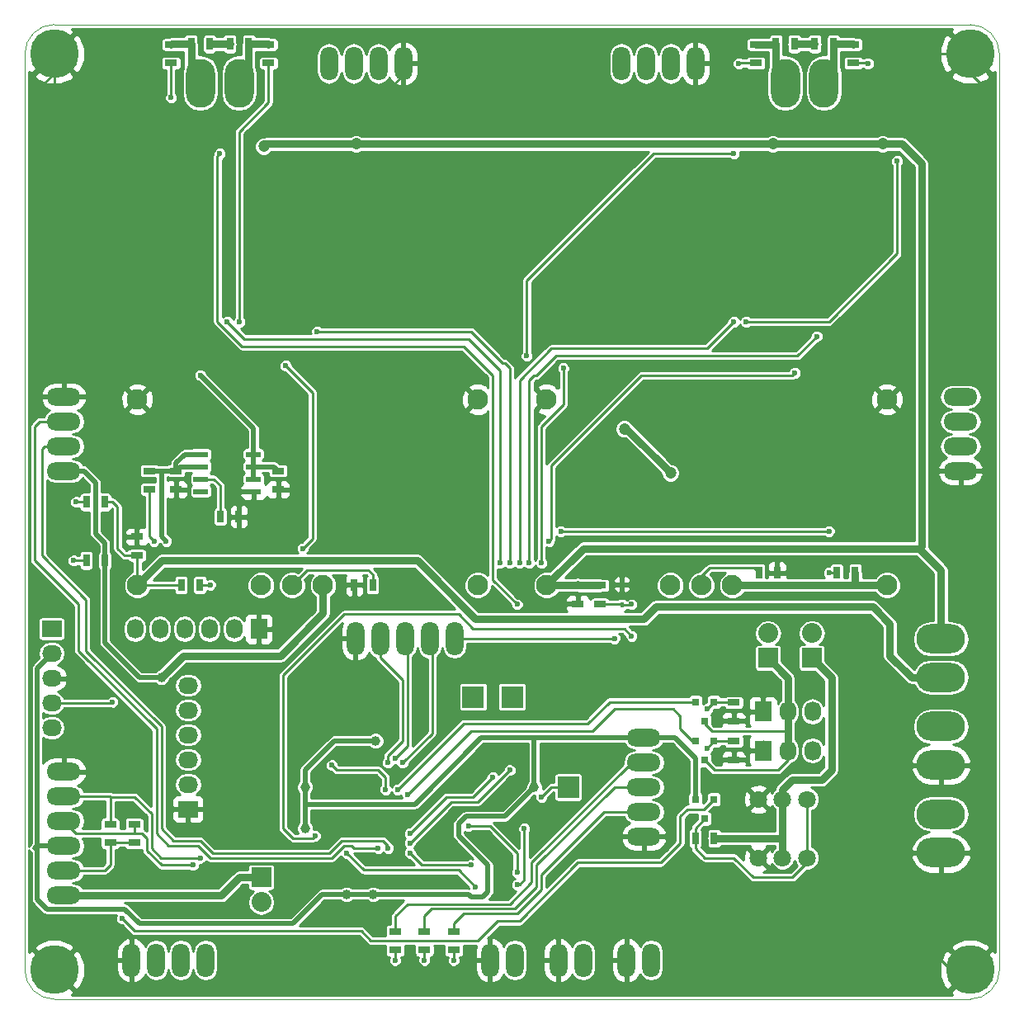
<source format=gbl>
G04 #@! TF.FileFunction,Copper,L2,Bot,Signal*
%FSLAX46Y46*%
G04 Gerber Fmt 4.6, Leading zero omitted, Abs format (unit mm)*
G04 Created by KiCad (PCBNEW 0.201506102247+5730~23~ubuntu15.04.1-product) date mar. 23 juin 2015 23:18:55 CEST*
%MOMM*%
G01*
G04 APERTURE LIST*
%ADD10C,0.100000*%
%ADD11R,1.300000X0.700000*%
%ADD12R,0.700000X1.300000*%
%ADD13R,0.450000X0.590000*%
%ADD14R,2.032000X2.032000*%
%ADD15O,2.032000X2.032000*%
%ADD16C,5.000000*%
%ADD17O,5.001260X2.999740*%
%ADD18R,1.727200X2.032000*%
%ADD19O,1.727200X2.032000*%
%ADD20R,2.032000X1.727200*%
%ADD21O,2.032000X1.727200*%
%ADD22O,1.800860X3.500120*%
%ADD23O,3.500120X1.800860*%
%ADD24O,2.999740X5.001260*%
%ADD25R,2.235200X2.235200*%
%ADD26R,0.800100X0.800100*%
%ADD27R,1.550000X0.600000*%
%ADD28C,1.800000*%
%ADD29C,2.100000*%
%ADD30C,0.600000*%
%ADD31C,1.200000*%
%ADD32C,1.000000*%
%ADD33C,0.800000*%
%ADD34C,0.290000*%
%ADD35C,0.500000*%
%ADD36C,0.254000*%
G04 APERTURE END LIST*
D10*
X100000000Y-137000000D02*
X100000000Y-43000000D01*
X197000000Y-140000000D02*
X103000000Y-140000000D01*
X200000000Y-43000000D02*
X200000000Y-137000000D01*
X103000000Y-40000000D02*
X197000000Y-40000000D01*
X200000000Y-43000000D02*
G75*
G03X197000000Y-40000000I-3000000J0D01*
G01*
X103000000Y-40000000D02*
G75*
G03X100000000Y-43000000I0J-3000000D01*
G01*
X100000000Y-137000000D02*
G75*
G03X103000000Y-140000000I3000000J0D01*
G01*
X197000000Y-140000000D02*
G75*
G03X200000000Y-137000000I0J3000000D01*
G01*
D11*
X111500000Y-94450000D03*
X111500000Y-92550000D03*
X156750000Y-97550000D03*
X156750000Y-99450000D03*
X126000000Y-85800000D03*
X126000000Y-87700000D03*
X115500000Y-85800000D03*
X115500000Y-87700000D03*
X175000000Y-43950000D03*
X175000000Y-42050000D03*
D12*
X178950000Y-42000000D03*
X177050000Y-42000000D03*
D11*
X185000000Y-43950000D03*
X185000000Y-42050000D03*
X115000000Y-43950000D03*
X115000000Y-42050000D03*
D12*
X118950000Y-42000000D03*
X117050000Y-42000000D03*
D11*
X125000000Y-43950000D03*
X125000000Y-42050000D03*
D12*
X120050000Y-90500000D03*
X121950000Y-90500000D03*
D13*
X161250000Y-99555000D03*
X161250000Y-97445000D03*
D14*
X176250000Y-105000000D03*
D15*
X176250000Y-102460000D03*
D14*
X180750000Y-105000000D03*
D15*
X180750000Y-102460000D03*
D14*
X124250000Y-127500000D03*
D15*
X124250000Y-130040000D03*
D16*
X103000000Y-137000000D03*
X103000000Y-43000000D03*
X197000000Y-137000000D03*
X197000000Y-43000000D03*
D17*
X194000000Y-124981200D03*
X194000000Y-121018800D03*
X194000000Y-115981200D03*
X194000000Y-112018800D03*
D18*
X175750000Y-110500000D03*
D19*
X178290000Y-110500000D03*
X180830000Y-110500000D03*
D18*
X175750000Y-114500000D03*
D19*
X178290000Y-114500000D03*
X180830000Y-114500000D03*
D20*
X102750000Y-102000000D03*
D21*
X102750000Y-104540000D03*
X102750000Y-107080000D03*
X102750000Y-109620000D03*
X102750000Y-112160000D03*
D17*
X194000000Y-106981200D03*
X194000000Y-103018800D03*
D18*
X124000000Y-102000000D03*
D19*
X121460000Y-102000000D03*
X118920000Y-102000000D03*
X116380000Y-102000000D03*
X113840000Y-102000000D03*
X111300000Y-102000000D03*
D22*
X154730000Y-136000000D03*
X157270000Y-136000000D03*
X161730000Y-136000000D03*
X164270000Y-136000000D03*
D23*
X163500000Y-123330000D03*
X163500000Y-120790000D03*
X163500000Y-118250000D03*
X163500000Y-115710000D03*
X163500000Y-113170000D03*
D22*
X133920000Y-103000000D03*
X136460000Y-103000000D03*
X139000000Y-103000000D03*
X141540000Y-103000000D03*
X144080000Y-103000000D03*
D24*
X181981200Y-46000000D03*
X178018800Y-46000000D03*
X121981200Y-46000000D03*
X118018800Y-46000000D03*
D22*
X110940000Y-136000000D03*
X113480000Y-136000000D03*
X116020000Y-136000000D03*
X118560000Y-136000000D03*
D23*
X104000000Y-78190000D03*
X104000000Y-80730000D03*
X104000000Y-83270000D03*
X104000000Y-85810000D03*
D22*
X168810000Y-44000000D03*
X166270000Y-44000000D03*
X163730000Y-44000000D03*
X161190000Y-44000000D03*
D23*
X196000000Y-85810000D03*
X196000000Y-83270000D03*
X196000000Y-80730000D03*
X196000000Y-78190000D03*
D22*
X138810000Y-44000000D03*
X136270000Y-44000000D03*
X133730000Y-44000000D03*
X131190000Y-44000000D03*
D20*
X116750000Y-120500000D03*
D21*
X116750000Y-117960000D03*
X116750000Y-115420000D03*
X116750000Y-112880000D03*
X116750000Y-110340000D03*
X116750000Y-107800000D03*
D23*
X104000000Y-116650000D03*
X104000000Y-119190000D03*
X104000000Y-121730000D03*
X104000000Y-124270000D03*
X104000000Y-126810000D03*
X104000000Y-129350000D03*
D22*
X147730000Y-136000000D03*
X150270000Y-136000000D03*
D25*
X146000000Y-109000000D03*
X150000000Y-109000000D03*
X155750000Y-118250000D03*
D26*
X168800000Y-109499240D03*
X170700000Y-109499240D03*
X169750000Y-111498220D03*
X168800000Y-113499240D03*
X170700000Y-113499240D03*
X169750000Y-115498220D03*
X168800000Y-119499240D03*
X170700000Y-119499240D03*
X169750000Y-121498220D03*
D12*
X135700000Y-97500000D03*
X133800000Y-97500000D03*
X175300000Y-96250000D03*
X177200000Y-96250000D03*
D11*
X172750000Y-111450000D03*
X172750000Y-109550000D03*
X172750000Y-115450000D03*
X172750000Y-113550000D03*
D12*
X168800000Y-123500000D03*
X170700000Y-123500000D03*
X117950000Y-97500000D03*
X116050000Y-97500000D03*
D11*
X144000000Y-133050000D03*
X144000000Y-134950000D03*
X141000000Y-133050000D03*
X141000000Y-134950000D03*
X138000000Y-133050000D03*
X138000000Y-134950000D03*
D12*
X108200000Y-89000000D03*
X106300000Y-89000000D03*
X185200000Y-96250000D03*
X183300000Y-96250000D03*
X108200000Y-95000000D03*
X106300000Y-95000000D03*
D11*
X112750000Y-85800000D03*
X112750000Y-87700000D03*
X111250000Y-123950000D03*
X111250000Y-122050000D03*
X108750000Y-122050000D03*
X108750000Y-123950000D03*
D12*
X181050000Y-42000000D03*
X182950000Y-42000000D03*
X121050000Y-42000000D03*
X122950000Y-42000000D03*
D11*
X159000000Y-99450000D03*
X159000000Y-97550000D03*
D27*
X123450000Y-84095000D03*
X123450000Y-85365000D03*
X123450000Y-86635000D03*
X123450000Y-87905000D03*
X118050000Y-87905000D03*
X118050000Y-86635000D03*
X118050000Y-85365000D03*
X118050000Y-84095000D03*
D28*
X177750000Y-119500000D03*
X175250000Y-119500000D03*
X180250000Y-119500000D03*
X177750000Y-125500000D03*
X175250000Y-125500000D03*
X180250000Y-125500000D03*
D29*
X111535000Y-78475000D03*
X111535000Y-97525000D03*
X124225000Y-97525000D03*
X127415000Y-97525000D03*
X130585000Y-97525000D03*
X146465000Y-97525000D03*
X146465000Y-78475000D03*
X153535000Y-78475000D03*
X153535000Y-97525000D03*
X166225000Y-97525000D03*
X169415000Y-97525000D03*
X172585000Y-97525000D03*
X188465000Y-97525000D03*
X188465000Y-78475000D03*
D30*
X182000000Y-135000000D03*
X187000000Y-135000000D03*
X193000000Y-135000000D03*
X171500000Y-134500000D03*
X177250000Y-134500000D03*
X144000000Y-106000000D03*
X146500000Y-104500000D03*
X149750000Y-104500000D03*
X151750000Y-106000000D03*
X147750000Y-106500000D03*
X115750000Y-92750000D03*
X146000000Y-95000000D03*
X142250000Y-94500000D03*
X162000000Y-49000000D03*
X140000000Y-106750000D03*
X140250000Y-112750000D03*
X107500000Y-120500000D03*
X110000000Y-120500000D03*
X107000000Y-125000000D03*
X112500000Y-108750000D03*
X120000000Y-111500000D03*
X120000000Y-115500000D03*
X119250000Y-109000000D03*
X119750000Y-121500000D03*
X172000000Y-43000000D03*
X171000000Y-46000000D03*
X169000000Y-49000000D03*
X166000000Y-49000000D03*
X163000000Y-51000000D03*
X167000000Y-51000000D03*
X171000000Y-51000000D03*
X174000000Y-49000000D03*
X153000000Y-72000000D03*
X154000000Y-67000000D03*
X158000000Y-70000000D03*
X163000000Y-72000000D03*
X168000000Y-72000000D03*
X168000000Y-69000000D03*
X164000000Y-69000000D03*
X164000000Y-65000000D03*
X167000000Y-65000000D03*
X167000000Y-60000000D03*
X167000000Y-55000000D03*
X164000000Y-57000000D03*
X164000000Y-62000000D03*
X161000000Y-60000000D03*
X153000000Y-60000000D03*
X153000000Y-63000000D03*
X153000000Y-56000000D03*
X157000000Y-54000000D03*
X161000000Y-54000000D03*
X156000000Y-57000000D03*
X116000000Y-91000000D03*
X118000000Y-90000000D03*
X119000000Y-81000000D03*
X121000000Y-85000000D03*
X121000000Y-88000000D03*
X111000000Y-90000000D03*
X110000000Y-86000000D03*
X113000000Y-83000000D03*
X116000000Y-80000000D03*
X118000000Y-78000000D03*
X123000000Y-78000000D03*
X125000000Y-79000000D03*
X128000000Y-82000000D03*
X128000000Y-87000000D03*
X125000000Y-90000000D03*
X145000000Y-90000000D03*
X145000000Y-85000000D03*
X143000000Y-83000000D03*
X143000000Y-78000000D03*
X141000000Y-81000000D03*
X141000000Y-86000000D03*
X141000000Y-91000000D03*
X137000000Y-89000000D03*
X137000000Y-84000000D03*
X137000000Y-79000000D03*
X134000000Y-82000000D03*
X134000000Y-87000000D03*
X134000000Y-91000000D03*
X131000000Y-89000000D03*
X131000000Y-85000000D03*
X131000000Y-80000000D03*
X130000000Y-77000000D03*
X135000000Y-77000000D03*
X140000000Y-77000000D03*
X142000000Y-75000000D03*
X145000000Y-76000000D03*
X187000000Y-74000000D03*
X190000000Y-76000000D03*
X190000000Y-72000000D03*
X189000000Y-67000000D03*
X186000000Y-71000000D03*
X183000000Y-74000000D03*
X185000000Y-77000000D03*
X185000000Y-81000000D03*
X181000000Y-77000000D03*
X180000000Y-81000000D03*
X177000000Y-78000000D03*
X174000000Y-81000000D03*
X172000000Y-78000000D03*
X168000000Y-81000000D03*
X167000000Y-77000000D03*
X163000000Y-79000000D03*
X165000000Y-82000000D03*
X162000000Y-84000000D03*
X159000000Y-84000000D03*
X158000000Y-88000000D03*
X156000000Y-86000000D03*
X194000000Y-75000000D03*
X194000000Y-70000000D03*
X194000000Y-65000000D03*
X194000000Y-60000000D03*
X194000000Y-55000000D03*
X194000000Y-52000000D03*
X191000000Y-49000000D03*
X196000000Y-48000000D03*
X191000000Y-42000000D03*
X161000000Y-96000000D03*
X165000000Y-95000000D03*
X168000000Y-96000000D03*
X168000000Y-91000000D03*
X161000000Y-91000000D03*
X165000000Y-88000000D03*
X195000000Y-89000000D03*
X195000000Y-94000000D03*
X196000000Y-99000000D03*
X178000000Y-91000000D03*
X186000000Y-92000000D03*
X186000000Y-88000000D03*
X181000000Y-88000000D03*
X176000000Y-88000000D03*
X172000000Y-88000000D03*
X169000000Y-85000000D03*
X173000000Y-85000000D03*
X178000000Y-85000000D03*
X183000000Y-85000000D03*
X187000000Y-85000000D03*
X190000000Y-87000000D03*
X190000000Y-91000000D03*
X190000000Y-95000000D03*
X191000000Y-99000000D03*
X171000000Y-102000000D03*
X169000000Y-105000000D03*
X166000000Y-102000000D03*
X166000000Y-106000000D03*
X168000000Y-108000000D03*
X173000000Y-107000000D03*
X176000000Y-107000000D03*
X108000000Y-138000000D03*
X107000000Y-134000000D03*
X102000000Y-132000000D03*
X109000000Y-132000000D03*
X148000000Y-139000000D03*
X153000000Y-139000000D03*
X158000000Y-139000000D03*
X163000000Y-139000000D03*
X168000000Y-139000000D03*
X173000000Y-139000000D03*
X178000000Y-139000000D03*
X183000000Y-139000000D03*
X188000000Y-139000000D03*
X193000000Y-139000000D03*
X199000000Y-47000000D03*
X199000000Y-52000000D03*
X199000000Y-57000000D03*
X199000000Y-62000000D03*
X199000000Y-67000000D03*
X199000000Y-72000000D03*
X199000000Y-77000000D03*
X199000000Y-82000000D03*
X199000000Y-87000000D03*
X199000000Y-93000000D03*
X199000000Y-98000000D03*
X199000000Y-103000000D03*
X199000000Y-108000000D03*
X199000000Y-113000000D03*
X199000000Y-118000000D03*
X199000000Y-123000000D03*
X199000000Y-128000000D03*
X199000000Y-132000000D03*
X195000000Y-130000000D03*
X190000000Y-128000000D03*
X187000000Y-131000000D03*
X187000000Y-125000000D03*
X184000000Y-122000000D03*
X182000000Y-119000000D03*
X183000000Y-126000000D03*
X183000000Y-131000000D03*
X178000000Y-130000000D03*
X173000000Y-130000000D03*
X171000000Y-127000000D03*
X171000000Y-131000000D03*
X168000000Y-131000000D03*
X168000000Y-126000000D03*
X164000000Y-128000000D03*
X158000000Y-128000000D03*
X155000000Y-130000000D03*
X161000000Y-130000000D03*
X165000000Y-130000000D03*
X137000000Y-47000000D03*
X140000000Y-50000000D03*
X145000000Y-49000000D03*
X142000000Y-45000000D03*
X147000000Y-43000000D03*
X148000000Y-46000000D03*
X150000000Y-50000000D03*
X152000000Y-44000000D03*
X158000000Y-44000000D03*
X155000000Y-48000000D03*
X143000000Y-62000000D03*
X140000000Y-61000000D03*
X142000000Y-58000000D03*
X142000000Y-54000000D03*
X146000000Y-56000000D03*
X146000000Y-61000000D03*
X146000000Y-66000000D03*
X144000000Y-69000000D03*
X139000000Y-66000000D03*
X137000000Y-70000000D03*
X133000000Y-68000000D03*
X136000000Y-65000000D03*
X134000000Y-62000000D03*
X136000000Y-59000000D03*
X136000000Y-55000000D03*
X132000000Y-55000000D03*
X133000000Y-51000000D03*
X130000000Y-49000000D03*
X130000000Y-47000000D03*
X127000000Y-44000000D03*
X129000000Y-42000000D03*
X116000000Y-53000000D03*
X115000000Y-57000000D03*
X116000000Y-65000000D03*
X116000000Y-70000000D03*
X116000000Y-75000000D03*
X113000000Y-74000000D03*
X113000000Y-69000000D03*
X113000000Y-64000000D03*
X113000000Y-59000000D03*
X113000000Y-54000000D03*
X113000000Y-43000000D03*
X109000000Y-42000000D03*
X109000000Y-47000000D03*
X109000000Y-52000000D03*
X109000000Y-57000000D03*
X109000000Y-62000000D03*
X109000000Y-67000000D03*
X109000000Y-72000000D03*
X105000000Y-74000000D03*
X105000000Y-69000000D03*
X105000000Y-64000000D03*
X105000000Y-59000000D03*
X105000000Y-54000000D03*
X105000000Y-49000000D03*
X101000000Y-47000000D03*
X101000000Y-52000000D03*
X101000000Y-57000000D03*
X101000000Y-62000000D03*
X101000000Y-67000000D03*
X101000000Y-72000000D03*
X101000000Y-77000000D03*
X126000000Y-63750000D03*
X127750000Y-63750000D03*
X124000000Y-63750000D03*
X120750000Y-63750000D03*
X130250000Y-62000000D03*
X127750000Y-60250000D03*
X126000000Y-60250000D03*
X124000000Y-60250000D03*
X120750000Y-60250000D03*
X117750000Y-62000000D03*
X182750000Y-62000000D03*
X180000000Y-64000000D03*
X177750000Y-64000000D03*
X176000000Y-64000000D03*
X174500000Y-64000000D03*
X172500000Y-64000000D03*
X171750000Y-62000000D03*
X169250000Y-62000000D03*
X172500000Y-59750000D03*
X174500000Y-59750000D03*
X176000000Y-59750000D03*
X176000000Y-62000000D03*
X177750000Y-59750000D03*
X180000000Y-59750000D03*
X169250000Y-59000000D03*
X169250000Y-57750000D03*
X170500000Y-57500000D03*
X171750000Y-57500000D03*
X173000000Y-57500000D03*
X174250000Y-57500000D03*
X175500000Y-57500000D03*
X176750000Y-57500000D03*
X178000000Y-57500000D03*
X179250000Y-57500000D03*
X180500000Y-57500000D03*
X181750000Y-57500000D03*
X182750000Y-58750000D03*
X182750000Y-65000000D03*
X182500000Y-66500000D03*
X181250000Y-66500000D03*
X180000000Y-66500000D03*
X178500000Y-66500000D03*
X177000000Y-66500000D03*
X175500000Y-66500000D03*
X174000000Y-66500000D03*
X172500000Y-66500000D03*
X171250000Y-66500000D03*
X170000000Y-66500000D03*
X124500000Y-57500000D03*
X126000000Y-57500000D03*
X127500000Y-57500000D03*
X129000000Y-57500000D03*
X130750000Y-58000000D03*
X130750000Y-59000000D03*
X130750000Y-65000000D03*
X130750000Y-66500000D03*
X129250000Y-66500000D03*
X127750000Y-66500000D03*
X126500000Y-66500000D03*
X125250000Y-66500000D03*
X124000000Y-66500000D03*
X122750000Y-66500000D03*
X120750000Y-66500000D03*
X121000000Y-57500000D03*
X117250000Y-59000000D03*
X117250000Y-57500000D03*
X118500000Y-57500000D03*
X123000000Y-57500000D03*
X117250000Y-65500000D03*
X118500000Y-66500000D03*
X109000000Y-115000000D03*
X111750000Y-116750000D03*
X110250000Y-111750000D03*
X105750000Y-113500000D03*
X133500000Y-121750000D03*
X123000000Y-122750000D03*
X149000000Y-127500000D03*
X152500000Y-131750000D03*
X151750000Y-120250000D03*
X150250000Y-118750000D03*
X133500000Y-119000000D03*
X131000000Y-116750000D03*
X129000000Y-114000000D03*
X128000000Y-116000000D03*
X137250000Y-112000000D03*
X130500000Y-107500000D03*
X136250000Y-132000000D03*
X131500000Y-130250000D03*
X128000000Y-129000000D03*
X128750000Y-126500000D03*
D31*
X188000000Y-52250000D03*
X176750000Y-52250000D03*
X124500000Y-52500000D03*
X134000000Y-52250000D03*
D32*
X114000000Y-107000000D03*
D30*
X118000000Y-76000000D03*
D31*
X161500000Y-81500000D03*
X166250000Y-86000000D03*
D32*
X133000000Y-129250000D03*
X128750000Y-118250000D03*
X136000000Y-113500000D03*
X152250000Y-118250000D03*
X135750000Y-129250000D03*
X128750000Y-122500000D03*
D30*
X114500000Y-93000000D03*
X160500000Y-103000000D03*
X173250000Y-44000000D03*
X186500000Y-44000000D03*
X189500000Y-54000000D03*
X174000000Y-70500000D03*
X115000000Y-47500000D03*
X122000000Y-70500000D03*
X170000000Y-110250000D03*
X170000000Y-114250000D03*
X131500000Y-116000000D03*
X137000000Y-118500000D03*
X109000000Y-109500000D03*
X153750000Y-93000000D03*
X179000000Y-75750000D03*
X128500000Y-93750000D03*
X126750000Y-75000000D03*
X139500000Y-125000000D03*
X145750000Y-126250000D03*
X137250000Y-115750000D03*
X138000000Y-115250000D03*
X138750000Y-115750000D03*
X136250000Y-124500000D03*
X137250000Y-124500000D03*
X148000000Y-117250000D03*
X139500000Y-123000000D03*
X149750000Y-116500000D03*
X139500000Y-124000000D03*
X117250000Y-126250000D03*
X118000000Y-125500000D03*
X146250000Y-128500000D03*
X133000000Y-125000000D03*
X153000000Y-119250000D03*
X138250000Y-118500000D03*
X139250000Y-119000000D03*
X110000000Y-131750000D03*
X119000000Y-97500000D03*
X144000000Y-136000000D03*
X141000000Y-136000000D03*
X138000000Y-136000000D03*
X105250000Y-89000000D03*
X182500000Y-96250000D03*
X182500000Y-92000000D03*
X155000000Y-92000000D03*
X105000000Y-95000000D03*
X113250000Y-93000000D03*
X151750000Y-95250000D03*
X181250000Y-72000000D03*
X149750000Y-95250000D03*
X130000000Y-71500000D03*
X162250000Y-102750000D03*
X162250000Y-99500000D03*
X129750000Y-123250000D03*
X153000000Y-95250000D03*
X155250000Y-75250000D03*
X151500000Y-74000000D03*
X172750000Y-53250000D03*
X172750000Y-70500000D03*
X150750000Y-95250000D03*
X150500000Y-99500000D03*
X120000000Y-53250000D03*
X148750000Y-95250000D03*
X120750000Y-70500000D03*
X151250000Y-122500000D03*
X150500000Y-128250000D03*
X145500000Y-122250000D03*
X150500000Y-127000000D03*
D33*
X111025000Y-97525000D02*
X111535000Y-97525000D01*
X111535000Y-94485000D02*
X111500000Y-94450000D01*
X111560000Y-97500000D02*
X111535000Y-97525000D01*
D34*
X111300000Y-97760000D02*
X111535000Y-97525000D01*
D33*
X190981200Y-106981200D02*
X188750000Y-104750000D01*
X188750000Y-104750000D02*
X188750000Y-101500000D01*
X188750000Y-101500000D02*
X187000000Y-99750000D01*
X187000000Y-99750000D02*
X164750000Y-99750000D01*
X164750000Y-99750000D02*
X163500000Y-101000000D01*
X163500000Y-101000000D02*
X146250000Y-101000000D01*
X146250000Y-101000000D02*
X140250000Y-95000000D01*
X140250000Y-95000000D02*
X114060000Y-95000000D01*
X194000000Y-106981200D02*
X190981200Y-106981200D01*
X114060000Y-95000000D02*
X111535000Y-97525000D01*
D34*
X116025000Y-97525000D02*
X116050000Y-97500000D01*
X111535000Y-97525000D02*
X116025000Y-97525000D01*
X111535000Y-94485000D02*
X111500000Y-94450000D01*
X111535000Y-97525000D02*
X111535000Y-94485000D01*
X110200000Y-94450000D02*
X109500000Y-93750000D01*
X109500000Y-93750000D02*
X109500000Y-89500000D01*
X109500000Y-89500000D02*
X109000000Y-89000000D01*
X109000000Y-89000000D02*
X108200000Y-89000000D01*
X111500000Y-94450000D02*
X110200000Y-94450000D01*
X187000000Y-135000000D02*
X182000000Y-135000000D01*
X195000000Y-137000000D02*
X193000000Y-135000000D01*
X177250000Y-134500000D02*
X171500000Y-134500000D01*
X144000000Y-106000000D02*
X145500000Y-104500000D01*
X145500000Y-104500000D02*
X146500000Y-104500000D01*
X149750000Y-104500000D02*
X151250000Y-106000000D01*
X151250000Y-106000000D02*
X151750000Y-106000000D01*
X116000000Y-91000000D02*
X116000000Y-92500000D01*
X116000000Y-92500000D02*
X115750000Y-92750000D01*
X141000000Y-91000000D02*
X141000000Y-93250000D01*
X141000000Y-93250000D02*
X142250000Y-94500000D01*
X166000000Y-49000000D02*
X162000000Y-49000000D01*
X140000000Y-106750000D02*
X140250000Y-107000000D01*
X140250000Y-107000000D02*
X140250000Y-112750000D01*
X120000000Y-111500000D02*
X120000000Y-109750000D01*
X116750000Y-120500000D02*
X118750000Y-120500000D01*
X120000000Y-119250000D02*
X120000000Y-115500000D01*
X118750000Y-120500000D02*
X120000000Y-119250000D01*
X120000000Y-111500000D02*
X120000000Y-115500000D01*
X120000000Y-109750000D02*
X119250000Y-109000000D01*
X123000000Y-122750000D02*
X121000000Y-122750000D01*
X121000000Y-122750000D02*
X119750000Y-121500000D01*
X171000000Y-43000000D02*
X172000000Y-43000000D01*
X171000000Y-46000000D02*
X171000000Y-43000000D01*
X166000000Y-49000000D02*
X169000000Y-49000000D01*
X167000000Y-51000000D02*
X163000000Y-51000000D01*
X172000000Y-51000000D02*
X171000000Y-51000000D01*
X174000000Y-49000000D02*
X172000000Y-51000000D01*
X153000000Y-72000000D02*
X154000000Y-71000000D01*
X154000000Y-71000000D02*
X154000000Y-67000000D01*
X158000000Y-70000000D02*
X160000000Y-72000000D01*
X160000000Y-72000000D02*
X163000000Y-72000000D01*
X168000000Y-72000000D02*
X168000000Y-69000000D01*
X164000000Y-69000000D02*
X164000000Y-65000000D01*
X167000000Y-65000000D02*
X167000000Y-60000000D01*
X167000000Y-55000000D02*
X165000000Y-57000000D01*
X165000000Y-57000000D02*
X164000000Y-57000000D01*
X164000000Y-62000000D02*
X162000000Y-60000000D01*
X162000000Y-60000000D02*
X161000000Y-60000000D01*
X153000000Y-60000000D02*
X153000000Y-63000000D01*
X153000000Y-56000000D02*
X155000000Y-54000000D01*
X155000000Y-54000000D02*
X157000000Y-54000000D01*
X161000000Y-54000000D02*
X158000000Y-57000000D01*
X158000000Y-57000000D02*
X156000000Y-57000000D01*
X115500000Y-90500000D02*
X116000000Y-91000000D01*
X115500000Y-87700000D02*
X115500000Y-90500000D01*
X121000000Y-88000000D02*
X121000000Y-85000000D01*
X121950000Y-90500000D02*
X124500000Y-90500000D01*
X113000000Y-83000000D02*
X110000000Y-86000000D01*
X118000000Y-78000000D02*
X116000000Y-80000000D01*
X124000000Y-78000000D02*
X123000000Y-78000000D01*
X125000000Y-79000000D02*
X124000000Y-78000000D01*
X128000000Y-87000000D02*
X128000000Y-82000000D01*
X124500000Y-90500000D02*
X125000000Y-90000000D01*
X143000000Y-83000000D02*
X145000000Y-85000000D01*
X143000000Y-79000000D02*
X143000000Y-78000000D01*
X141000000Y-81000000D02*
X143000000Y-79000000D01*
X141000000Y-91000000D02*
X141000000Y-86000000D01*
X137000000Y-84000000D02*
X137000000Y-89000000D01*
X134000000Y-82000000D02*
X137000000Y-79000000D01*
X134000000Y-91000000D02*
X134000000Y-87000000D01*
X131000000Y-85000000D02*
X131000000Y-89000000D01*
X131000000Y-78000000D02*
X131000000Y-80000000D01*
X130000000Y-77000000D02*
X131000000Y-78000000D01*
X140000000Y-77000000D02*
X135000000Y-77000000D01*
X144000000Y-75000000D02*
X142000000Y-75000000D01*
X145000000Y-76000000D02*
X144000000Y-75000000D01*
X190000000Y-72000000D02*
X190000000Y-76000000D01*
X189000000Y-68000000D02*
X189000000Y-67000000D01*
X186000000Y-71000000D02*
X189000000Y-68000000D01*
X183000000Y-75000000D02*
X183000000Y-74000000D01*
X185000000Y-77000000D02*
X183000000Y-75000000D01*
X181000000Y-77000000D02*
X185000000Y-81000000D01*
X177000000Y-78000000D02*
X180000000Y-81000000D01*
X174000000Y-80000000D02*
X174000000Y-81000000D01*
X172000000Y-78000000D02*
X174000000Y-80000000D01*
X168000000Y-78000000D02*
X168000000Y-81000000D01*
X167000000Y-77000000D02*
X168000000Y-78000000D01*
X163000000Y-80000000D02*
X163000000Y-79000000D01*
X165000000Y-82000000D02*
X163000000Y-80000000D01*
X159000000Y-84000000D02*
X162000000Y-84000000D01*
X156000000Y-86000000D02*
X158000000Y-88000000D01*
X197000000Y-43000000D02*
X192000000Y-43000000D01*
X194000000Y-70000000D02*
X194000000Y-75000000D01*
X194000000Y-60000000D02*
X194000000Y-65000000D01*
X194000000Y-52000000D02*
X194000000Y-55000000D01*
X195000000Y-49000000D02*
X191000000Y-49000000D01*
X196000000Y-48000000D02*
X195000000Y-49000000D01*
X192000000Y-43000000D02*
X191000000Y-42000000D01*
X172000000Y-88000000D02*
X165000000Y-88000000D01*
X167000000Y-95000000D02*
X165000000Y-95000000D01*
X168000000Y-96000000D02*
X167000000Y-95000000D01*
X161000000Y-91000000D02*
X168000000Y-91000000D01*
X195000000Y-89000000D02*
X195000000Y-94000000D01*
X186000000Y-88000000D02*
X186000000Y-92000000D01*
X176000000Y-88000000D02*
X181000000Y-88000000D01*
X169000000Y-85000000D02*
X172000000Y-88000000D01*
X178000000Y-85000000D02*
X173000000Y-85000000D01*
X187000000Y-85000000D02*
X183000000Y-85000000D01*
X190000000Y-91000000D02*
X190000000Y-87000000D01*
X190000000Y-98000000D02*
X190000000Y-95000000D01*
X191000000Y-99000000D02*
X190000000Y-98000000D01*
X175750000Y-110500000D02*
X175750000Y-107250000D01*
X171000000Y-103000000D02*
X171000000Y-102000000D01*
X169000000Y-105000000D02*
X171000000Y-103000000D01*
X166000000Y-106000000D02*
X166000000Y-102000000D01*
X172000000Y-108000000D02*
X168000000Y-108000000D01*
X173000000Y-107000000D02*
X172000000Y-108000000D01*
X175750000Y-107250000D02*
X176000000Y-107000000D01*
X110940000Y-136000000D02*
X110940000Y-133940000D01*
X104000000Y-134000000D02*
X107000000Y-134000000D01*
X102000000Y-132000000D02*
X104000000Y-134000000D01*
X110940000Y-133940000D02*
X109000000Y-132000000D01*
X153000000Y-139000000D02*
X148000000Y-139000000D01*
X163000000Y-139000000D02*
X158000000Y-139000000D01*
X173000000Y-139000000D02*
X168000000Y-139000000D01*
X183000000Y-139000000D02*
X178000000Y-139000000D01*
X193000000Y-139000000D02*
X188000000Y-139000000D01*
X197000000Y-43000000D02*
X197000000Y-45000000D01*
X197000000Y-45000000D02*
X199000000Y-47000000D01*
X199000000Y-52000000D02*
X199000000Y-57000000D01*
X199000000Y-62000000D02*
X199000000Y-67000000D01*
X199000000Y-72000000D02*
X199000000Y-77000000D01*
X199000000Y-82000000D02*
X199000000Y-87000000D01*
X199000000Y-93000000D02*
X199000000Y-98000000D01*
X199000000Y-103000000D02*
X199000000Y-108000000D01*
X199000000Y-113000000D02*
X199000000Y-118000000D01*
X199000000Y-123000000D02*
X199000000Y-128000000D01*
X199000000Y-132000000D02*
X197000000Y-130000000D01*
X197000000Y-130000000D02*
X195000000Y-130000000D01*
X190000000Y-128000000D02*
X187000000Y-131000000D01*
X187000000Y-125000000D02*
X184000000Y-122000000D01*
X182000000Y-119000000D02*
X183000000Y-120000000D01*
X183000000Y-120000000D02*
X183000000Y-126000000D01*
X183000000Y-131000000D02*
X182000000Y-130000000D01*
X182000000Y-130000000D02*
X178000000Y-130000000D01*
X173000000Y-130000000D02*
X171000000Y-128000000D01*
X171000000Y-128000000D02*
X171000000Y-127000000D01*
X171000000Y-131000000D02*
X168000000Y-131000000D01*
X168000000Y-126000000D02*
X166000000Y-128000000D01*
X166000000Y-128000000D02*
X164000000Y-128000000D01*
X158000000Y-128000000D02*
X156000000Y-130000000D01*
X156000000Y-130000000D02*
X155000000Y-130000000D01*
X161000000Y-130000000D02*
X165000000Y-130000000D01*
X138810000Y-44000000D02*
X138810000Y-45190000D01*
X138810000Y-45190000D02*
X137000000Y-47000000D01*
X140000000Y-50000000D02*
X141000000Y-49000000D01*
X141000000Y-49000000D02*
X145000000Y-49000000D01*
X142000000Y-45000000D02*
X144000000Y-43000000D01*
X144000000Y-43000000D02*
X147000000Y-43000000D01*
X148000000Y-46000000D02*
X150000000Y-48000000D01*
X150000000Y-48000000D02*
X150000000Y-50000000D01*
X152000000Y-44000000D02*
X158000000Y-44000000D01*
X141000000Y-62000000D02*
X143000000Y-62000000D01*
X140000000Y-61000000D02*
X141000000Y-62000000D01*
X142000000Y-54000000D02*
X142000000Y-58000000D01*
X146000000Y-61000000D02*
X146000000Y-56000000D01*
X146000000Y-67000000D02*
X146000000Y-66000000D01*
X144000000Y-69000000D02*
X146000000Y-67000000D01*
X139000000Y-68000000D02*
X139000000Y-66000000D01*
X137000000Y-70000000D02*
X139000000Y-68000000D01*
X136000000Y-65000000D02*
X133000000Y-68000000D01*
X134000000Y-61000000D02*
X134000000Y-62000000D01*
X136000000Y-59000000D02*
X134000000Y-61000000D01*
X132000000Y-55000000D02*
X136000000Y-55000000D01*
X130000000Y-47000000D02*
X130000000Y-49000000D01*
X129000000Y-42000000D02*
X127000000Y-44000000D01*
X103000000Y-43000000D02*
X103000000Y-47000000D01*
X115000000Y-64000000D02*
X115000000Y-57000000D01*
X116000000Y-65000000D02*
X115000000Y-64000000D01*
X116000000Y-75000000D02*
X116000000Y-70000000D01*
X113000000Y-69000000D02*
X113000000Y-74000000D01*
X113000000Y-59000000D02*
X113000000Y-64000000D01*
X111000000Y-52000000D02*
X113000000Y-54000000D01*
X111000000Y-45000000D02*
X111000000Y-52000000D01*
X113000000Y-43000000D02*
X111000000Y-45000000D01*
X109000000Y-47000000D02*
X109000000Y-42000000D01*
X109000000Y-57000000D02*
X109000000Y-52000000D01*
X109000000Y-67000000D02*
X109000000Y-62000000D01*
X107000000Y-72000000D02*
X109000000Y-72000000D01*
X105000000Y-74000000D02*
X107000000Y-72000000D01*
X105000000Y-64000000D02*
X105000000Y-69000000D01*
X105000000Y-54000000D02*
X105000000Y-59000000D01*
X103000000Y-47000000D02*
X105000000Y-49000000D01*
X103000000Y-43000000D02*
X103000000Y-45000000D01*
X103000000Y-45000000D02*
X101000000Y-47000000D01*
X101000000Y-52000000D02*
X101000000Y-57000000D01*
X101000000Y-62000000D02*
X101000000Y-67000000D01*
X101000000Y-72000000D02*
X101000000Y-77000000D01*
X127750000Y-64000000D02*
X127750000Y-63750000D01*
X177750000Y-60250000D02*
X176000000Y-62000000D01*
X177750000Y-60250000D02*
X177750000Y-59750000D01*
X169250000Y-59000000D02*
X169250000Y-57750000D01*
X170500000Y-57500000D02*
X171750000Y-57500000D01*
X173000000Y-57500000D02*
X174250000Y-57500000D01*
X175500000Y-57500000D02*
X176750000Y-57500000D01*
X178000000Y-57500000D02*
X179250000Y-57500000D01*
X180500000Y-57500000D02*
X181750000Y-57500000D01*
X182750000Y-58750000D02*
X182750000Y-61250000D01*
X182750000Y-65000000D02*
X182500000Y-65250000D01*
X182500000Y-65250000D02*
X182500000Y-66500000D01*
X181250000Y-66500000D02*
X180000000Y-66500000D01*
X178500000Y-66500000D02*
X177000000Y-66500000D01*
X175500000Y-66500000D02*
X174000000Y-66500000D01*
X172500000Y-66500000D02*
X171250000Y-66500000D01*
X170000000Y-66500000D02*
X169750000Y-66250000D01*
X169750000Y-66250000D02*
X169500000Y-66250000D01*
X124500000Y-57500000D02*
X126000000Y-57500000D01*
X127500000Y-57500000D02*
X129000000Y-57500000D01*
X130750000Y-58000000D02*
X130750000Y-59000000D01*
X130750000Y-65000000D02*
X130750000Y-66500000D01*
X129250000Y-66500000D02*
X127750000Y-66500000D01*
X126500000Y-66500000D02*
X125250000Y-66500000D01*
X124000000Y-66500000D02*
X122750000Y-66500000D01*
X117250000Y-59000000D02*
X117250000Y-57500000D01*
X117500000Y-65500000D02*
X117250000Y-65500000D01*
X118500000Y-66500000D02*
X117500000Y-65500000D01*
X110000000Y-115000000D02*
X109000000Y-115000000D01*
X111750000Y-116750000D02*
X110000000Y-115000000D01*
X107500000Y-111750000D02*
X110250000Y-111750000D01*
X105750000Y-113500000D02*
X107500000Y-111750000D01*
X132750000Y-121750000D02*
X133500000Y-121750000D01*
X130250000Y-124250000D02*
X132750000Y-121750000D01*
X124500000Y-124250000D02*
X130250000Y-124250000D01*
X123000000Y-122750000D02*
X124500000Y-124250000D01*
X154730000Y-136000000D02*
X154730000Y-133980000D01*
X154730000Y-133980000D02*
X152500000Y-131750000D01*
X150250000Y-118750000D02*
X150500000Y-118750000D01*
X175750000Y-113550000D02*
X175800000Y-113550000D01*
X133500000Y-119000000D02*
X131750000Y-117250000D01*
X131750000Y-117250000D02*
X131500000Y-117250000D01*
X131500000Y-117250000D02*
X131000000Y-116750000D01*
X129000000Y-114000000D02*
X128000000Y-115000000D01*
X128000000Y-115000000D02*
X128000000Y-116000000D01*
X137250000Y-112000000D02*
X132750000Y-107500000D01*
X132750000Y-107500000D02*
X130500000Y-107500000D01*
X136250000Y-132000000D02*
X135250000Y-131000000D01*
X135250000Y-131000000D02*
X132250000Y-131000000D01*
X132250000Y-131000000D02*
X131500000Y-130250000D01*
X128000000Y-129000000D02*
X128750000Y-128250000D01*
X128750000Y-128250000D02*
X128750000Y-126500000D01*
D33*
X153535000Y-97525000D02*
X154225000Y-97525000D01*
X153535000Y-97525000D02*
X156675000Y-97525000D01*
X156675000Y-97525000D02*
X156750000Y-97450000D01*
X159000000Y-97550000D02*
X156750000Y-97550000D01*
X134000000Y-52250000D02*
X176750000Y-52250000D01*
X124750000Y-52250000D02*
X134000000Y-52250000D01*
X124500000Y-52500000D02*
X124750000Y-52250000D01*
X191750000Y-93750000D02*
X194000000Y-96000000D01*
X194000000Y-96000000D02*
X194000000Y-103018800D01*
X191750000Y-93750000D02*
X157310000Y-93750000D01*
X153535000Y-97525000D02*
X157310000Y-93750000D01*
X190000000Y-52250000D02*
X188000000Y-52250000D01*
X188000000Y-52250000D02*
X176750000Y-52250000D01*
X192000000Y-54250000D02*
X192000000Y-93500000D01*
X190000000Y-52250000D02*
X192000000Y-54250000D01*
X192000000Y-93500000D02*
X191750000Y-93750000D01*
D35*
X123450000Y-85365000D02*
X123450000Y-86635000D01*
X108200000Y-93200000D02*
X107250000Y-92250000D01*
X107250000Y-92250000D02*
X107250000Y-87000000D01*
X107250000Y-87000000D02*
X106060000Y-85810000D01*
X106060000Y-85810000D02*
X104000000Y-85810000D01*
X108200000Y-95000000D02*
X108200000Y-93200000D01*
D33*
X126250000Y-104750000D02*
X130585000Y-100415000D01*
X116250000Y-104750000D02*
X126250000Y-104750000D01*
X114000000Y-107000000D02*
X116250000Y-104750000D01*
X130585000Y-100415000D02*
X130585000Y-97525000D01*
X120150000Y-129350000D02*
X122000000Y-127500000D01*
X122000000Y-127500000D02*
X124250000Y-127500000D01*
X104000000Y-129350000D02*
X120150000Y-129350000D01*
D35*
X123450000Y-84095000D02*
X123450000Y-85365000D01*
X125565000Y-85365000D02*
X126000000Y-85800000D01*
X123450000Y-85365000D02*
X125565000Y-85365000D01*
X108200000Y-103450000D02*
X111750000Y-107000000D01*
X111750000Y-107000000D02*
X114000000Y-107000000D01*
X108200000Y-95000000D02*
X108200000Y-103450000D01*
X123450000Y-81450000D02*
X118000000Y-76000000D01*
X123450000Y-84095000D02*
X123450000Y-81450000D01*
D33*
X161750000Y-81500000D02*
X161500000Y-81500000D01*
X166250000Y-86000000D02*
X161750000Y-81500000D01*
X172585000Y-97525000D02*
X188465000Y-97525000D01*
X185200000Y-97525000D02*
X188465000Y-97525000D01*
X185200000Y-96250000D02*
X185200000Y-97525000D01*
D35*
X128750000Y-120000000D02*
X128750000Y-118250000D01*
X128750000Y-122500000D02*
X128750000Y-120000000D01*
X136000000Y-113500000D02*
X131750000Y-113500000D01*
X131750000Y-113500000D02*
X128750000Y-116500000D01*
X128750000Y-116500000D02*
X128750000Y-118250000D01*
X166670000Y-113170000D02*
X168800000Y-115300000D01*
X168800000Y-115300000D02*
X168800000Y-119499240D01*
X163500000Y-113170000D02*
X166670000Y-113170000D01*
X133000000Y-129250000D02*
X135750000Y-129250000D01*
X152250000Y-113170000D02*
X163500000Y-113170000D01*
X146830000Y-113170000D02*
X152250000Y-113170000D01*
X152250000Y-118250000D02*
X152250000Y-113170000D01*
X145500000Y-129250000D02*
X145750000Y-129500000D01*
X145750000Y-129500000D02*
X147000000Y-129500000D01*
X147000000Y-129500000D02*
X147500000Y-129000000D01*
X147500000Y-129000000D02*
X147500000Y-126250000D01*
X147500000Y-126250000D02*
X144500000Y-123250000D01*
X144500000Y-123250000D02*
X144500000Y-122000000D01*
X144500000Y-122000000D02*
X145250000Y-121250000D01*
X145250000Y-121250000D02*
X149250000Y-121250000D01*
X149250000Y-121250000D02*
X152250000Y-118250000D01*
X135750000Y-129250000D02*
X145500000Y-129250000D01*
X140000000Y-120000000D02*
X146830000Y-113170000D01*
X128750000Y-120000000D02*
X140000000Y-120000000D01*
X130500000Y-129250000D02*
X127500000Y-132250000D01*
X127500000Y-132250000D02*
X111750000Y-132250000D01*
X111750000Y-132250000D02*
X110250000Y-130750000D01*
X110250000Y-130750000D02*
X102250000Y-130750000D01*
X102250000Y-130750000D02*
X101250000Y-129750000D01*
X101250000Y-124500000D02*
X101250000Y-106040000D01*
X101250000Y-129750000D02*
X101250000Y-124500000D01*
X101250000Y-106040000D02*
X102750000Y-104540000D01*
X133000000Y-129250000D02*
X130500000Y-129250000D01*
X101250000Y-124270000D02*
X101020000Y-124500000D01*
X101020000Y-124500000D02*
X101250000Y-124500000D01*
X104000000Y-124270000D02*
X101250000Y-124270000D01*
X114000000Y-85800000D02*
X115500000Y-85800000D01*
X112750000Y-85800000D02*
X114000000Y-85800000D01*
X115935000Y-85365000D02*
X115500000Y-85800000D01*
X118050000Y-85365000D02*
X115935000Y-85365000D01*
X116405000Y-84095000D02*
X115500000Y-85000000D01*
X115500000Y-85000000D02*
X115500000Y-85800000D01*
X118050000Y-84095000D02*
X116405000Y-84095000D01*
X114500000Y-93000000D02*
X114000000Y-92500000D01*
X114000000Y-92500000D02*
X114000000Y-85800000D01*
D34*
X160500000Y-103000000D02*
X144080000Y-103000000D01*
X173300000Y-43950000D02*
X175000000Y-43950000D01*
X173250000Y-44000000D02*
X173300000Y-43950000D01*
D33*
X177050000Y-42000000D02*
X177050000Y-45031200D01*
X177050000Y-45031200D02*
X178018800Y-46000000D01*
X175000000Y-42050000D02*
X177000000Y-42050000D01*
X177000000Y-42050000D02*
X177050000Y-42000000D01*
X178950000Y-42000000D02*
X181050000Y-42000000D01*
D34*
X186450000Y-43950000D02*
X185000000Y-43950000D01*
X186500000Y-44000000D02*
X186450000Y-43950000D01*
X189500000Y-63500000D02*
X189500000Y-54000000D01*
X182500000Y-70500000D02*
X189500000Y-63500000D01*
X174000000Y-70500000D02*
X182500000Y-70500000D01*
D33*
X182950000Y-42000000D02*
X184950000Y-42000000D01*
X184950000Y-42000000D02*
X185000000Y-42050000D01*
X182950000Y-42000000D02*
X182950000Y-45031200D01*
X182950000Y-45031200D02*
X181981200Y-46000000D01*
D34*
X115000000Y-47500000D02*
X115000000Y-43950000D01*
D33*
X117050000Y-42000000D02*
X115050000Y-42000000D01*
X115050000Y-42000000D02*
X115000000Y-42050000D01*
X117050000Y-42000000D02*
X117050000Y-45031200D01*
X117050000Y-45031200D02*
X118018800Y-46000000D01*
X121050000Y-42000000D02*
X118950000Y-42000000D01*
D34*
X125000000Y-43950000D02*
X125000000Y-48000000D01*
X122000000Y-51000000D02*
X122000000Y-70500000D01*
X125000000Y-48000000D02*
X122000000Y-51000000D01*
D33*
X122950000Y-42000000D02*
X124950000Y-42000000D01*
X124950000Y-42000000D02*
X125000000Y-42050000D01*
X122950000Y-42000000D02*
X122950000Y-45031200D01*
X122950000Y-45031200D02*
X121981200Y-46000000D01*
D34*
X119385000Y-86635000D02*
X120050000Y-87300000D01*
X120050000Y-87300000D02*
X120050000Y-90500000D01*
X118050000Y-86635000D02*
X119385000Y-86635000D01*
X169750000Y-115498220D02*
X169750000Y-115500000D01*
X169750000Y-115500000D02*
X170750000Y-116500000D01*
X177250000Y-116500000D02*
X178290000Y-115460000D01*
X170750000Y-116500000D02*
X177250000Y-116500000D01*
X178290000Y-115460000D02*
X178290000Y-114500000D01*
X169750000Y-111498220D02*
X169750000Y-111750000D01*
X169750000Y-111750000D02*
X170500000Y-112500000D01*
X170500000Y-112500000D02*
X178290000Y-112500000D01*
D33*
X178290000Y-114500000D02*
X178290000Y-112500000D01*
X178290000Y-112500000D02*
X178290000Y-110500000D01*
X178290000Y-114960000D02*
X178290000Y-114500000D01*
X178290000Y-107040000D02*
X176250000Y-105000000D01*
X178290000Y-110500000D02*
X178290000Y-107040000D01*
X177750000Y-123500000D02*
X177750000Y-119500000D01*
X177750000Y-125500000D02*
X177750000Y-123500000D01*
X170700000Y-123500000D02*
X177750000Y-123500000D01*
X181750000Y-117500000D02*
X182750000Y-116500000D01*
X182750000Y-116500000D02*
X182750000Y-107000000D01*
X182750000Y-107000000D02*
X180750000Y-105000000D01*
X177750000Y-118500000D02*
X178750000Y-117500000D01*
X177750000Y-119500000D02*
X177750000Y-118500000D01*
X178750000Y-117500000D02*
X181750000Y-117500000D01*
D34*
X172699240Y-109499240D02*
X172750000Y-109550000D01*
X170700000Y-109499240D02*
X172699240Y-109499240D01*
X180830000Y-109580000D02*
X180830000Y-110500000D01*
X172750000Y-109550000D02*
X172750000Y-109500000D01*
X170700000Y-109550000D02*
X170700000Y-109499240D01*
X170000000Y-110250000D02*
X170700000Y-109550000D01*
X170700000Y-113499240D02*
X172699240Y-113499240D01*
X172699240Y-113499240D02*
X172750000Y-113550000D01*
X170700000Y-113550000D02*
X170700000Y-113499240D01*
X170000000Y-114250000D02*
X170700000Y-113550000D01*
X131500000Y-116000000D02*
X132000000Y-116500000D01*
X132000000Y-116500000D02*
X136250000Y-116500000D01*
X136250000Y-116500000D02*
X137000000Y-117250000D01*
X137000000Y-117250000D02*
X137000000Y-118500000D01*
X109000000Y-109500000D02*
X108880000Y-109620000D01*
X108880000Y-109620000D02*
X102750000Y-109620000D01*
X163250000Y-76000000D02*
X178750000Y-76000000D01*
X154000000Y-85250000D02*
X163250000Y-76000000D01*
X154000000Y-92750000D02*
X154000000Y-85250000D01*
X153750000Y-93000000D02*
X154000000Y-92750000D01*
X178750000Y-76000000D02*
X179000000Y-75750000D01*
X129500000Y-92750000D02*
X129500000Y-77750000D01*
X128500000Y-93750000D02*
X129500000Y-92750000D01*
X129500000Y-77750000D02*
X126750000Y-75000000D01*
X162290000Y-115710000D02*
X163500000Y-115710000D01*
X138000000Y-131500000D02*
X139250000Y-130250000D01*
X139250000Y-130250000D02*
X149750000Y-130250000D01*
X149750000Y-130250000D02*
X152000000Y-128000000D01*
X152000000Y-128000000D02*
X152000000Y-126000000D01*
X152000000Y-126000000D02*
X162290000Y-115710000D01*
X138000000Y-133050000D02*
X138000000Y-131500000D01*
X160500000Y-118250000D02*
X152500000Y-126250000D01*
X152500000Y-126250000D02*
X152500000Y-128500000D01*
X152500000Y-128500000D02*
X150259998Y-130740002D01*
X150259998Y-130740002D02*
X141759998Y-130740002D01*
X141759998Y-130740002D02*
X141000000Y-131500000D01*
X141000000Y-131500000D02*
X141000000Y-133050000D01*
X163500000Y-118250000D02*
X160500000Y-118250000D01*
X139500000Y-125000000D02*
X140750000Y-126250000D01*
X140750000Y-126250000D02*
X145750000Y-126250000D01*
X144000000Y-133050000D02*
X144000000Y-132750000D01*
X144000000Y-132250000D02*
X145000000Y-131250000D01*
X145000000Y-131250000D02*
X150500000Y-131250000D01*
X150500000Y-131250000D02*
X153000000Y-128750000D01*
X153000000Y-128750000D02*
X153000000Y-127250000D01*
X153000000Y-127250000D02*
X159460000Y-120790000D01*
X159460000Y-120790000D02*
X163500000Y-120790000D01*
X144000000Y-133050000D02*
X144000000Y-132250000D01*
X137250000Y-115000000D02*
X138750000Y-113500000D01*
X138750000Y-113500000D02*
X138750000Y-107250000D01*
X138750000Y-107250000D02*
X136460000Y-104960000D01*
X136460000Y-104960000D02*
X136460000Y-103000000D01*
X137250000Y-115750000D02*
X137250000Y-115000000D01*
X138000000Y-115250000D02*
X139250000Y-114000000D01*
X139250000Y-114000000D02*
X139250000Y-102500000D01*
X141790000Y-112710000D02*
X141790000Y-102500000D01*
X138750000Y-115750000D02*
X141790000Y-112710000D01*
X102270000Y-80730000D02*
X104000000Y-80730000D01*
X133750000Y-124500000D02*
X133500000Y-124250000D01*
X133500000Y-124250000D02*
X132750000Y-124250000D01*
X132750000Y-124250000D02*
X131500000Y-125500000D01*
X131500000Y-125500000D02*
X119000000Y-125500000D01*
X119000000Y-125500000D02*
X117750000Y-124250000D01*
X117750000Y-124250000D02*
X114750000Y-124250000D01*
X104000000Y-80730000D02*
X101520000Y-80730000D01*
X101000000Y-81250000D02*
X101520000Y-80730000D01*
X101000000Y-95000000D02*
X101000000Y-81250000D01*
X105500000Y-99500000D02*
X101000000Y-95000000D01*
X105500000Y-104250000D02*
X105500000Y-99500000D01*
X113500000Y-112250000D02*
X105500000Y-104250000D01*
X113500000Y-123000000D02*
X113500000Y-112250000D01*
X114750000Y-124250000D02*
X113500000Y-123000000D01*
X136250000Y-124500000D02*
X133750000Y-124500000D01*
X102480000Y-83270000D02*
X104000000Y-83270000D01*
X115240002Y-123750000D02*
X118000000Y-123750000D01*
X118000000Y-123750000D02*
X119250000Y-125000000D01*
X119250000Y-125000000D02*
X131250000Y-125000000D01*
X131250000Y-125000000D02*
X132500000Y-123750000D01*
X137250000Y-124500000D02*
X137250000Y-124250000D01*
X104000000Y-83270000D02*
X101980000Y-83270000D01*
X101750000Y-83500000D02*
X101980000Y-83270000D01*
X101750000Y-94500000D02*
X101750000Y-83500000D01*
X106250000Y-99000000D02*
X101750000Y-94500000D01*
X106250000Y-104250000D02*
X106250000Y-99000000D01*
X114000000Y-112000000D02*
X106250000Y-104250000D01*
X114000000Y-122509998D02*
X114000000Y-112000000D01*
X115240002Y-123750000D02*
X114000000Y-122509998D01*
X137250000Y-124250000D02*
X136750000Y-123750000D01*
X136750000Y-123750000D02*
X132500000Y-123750000D01*
X146000000Y-119250000D02*
X148000000Y-117250000D01*
X139500000Y-123000000D02*
X143250000Y-119250000D01*
X143250000Y-119250000D02*
X146000000Y-119250000D01*
X143750000Y-119750000D02*
X146500000Y-119750000D01*
X146500000Y-119750000D02*
X149750000Y-116500000D01*
X139500000Y-124000000D02*
X143750000Y-119750000D01*
X105270000Y-123000000D02*
X104000000Y-121730000D01*
X111250000Y-123000000D02*
X105270000Y-123000000D01*
X112000000Y-123000000D02*
X111250000Y-123000000D01*
X112500000Y-123500000D02*
X112000000Y-123000000D01*
X112500000Y-124750000D02*
X112500000Y-123500000D01*
X114000000Y-126250000D02*
X112500000Y-124750000D01*
X117250000Y-126250000D02*
X114000000Y-126250000D01*
X111250000Y-122050000D02*
X111250000Y-123000000D01*
X108750000Y-119190000D02*
X104000000Y-119190000D01*
X108750000Y-119250000D02*
X108750000Y-119190000D01*
X108750000Y-122050000D02*
X108750000Y-119250000D01*
X111250000Y-119250000D02*
X113000000Y-121000000D01*
X113000000Y-121000000D02*
X113000000Y-124557032D01*
X113000000Y-124557032D02*
X113942968Y-125500000D01*
X113942968Y-125500000D02*
X118000000Y-125500000D01*
X108750000Y-119250000D02*
X111250000Y-119250000D01*
X108190000Y-126810000D02*
X108750000Y-126250000D01*
X108750000Y-126250000D02*
X108750000Y-123950000D01*
X104000000Y-126810000D02*
X108190000Y-126810000D01*
X108750000Y-123950000D02*
X111250000Y-123950000D01*
X146250000Y-128500000D02*
X144500000Y-126750000D01*
X133000000Y-125000000D02*
X134750000Y-126750000D01*
X134750000Y-126750000D02*
X144500000Y-126750000D01*
X153000000Y-119250000D02*
X154000000Y-118250000D01*
X154000000Y-118250000D02*
X156250000Y-118250000D01*
X138250000Y-118500000D02*
X145000000Y-111750000D01*
X145000000Y-111750000D02*
X157750000Y-111750000D01*
X157750000Y-111750000D02*
X160000760Y-109499240D01*
X160000760Y-109499240D02*
X168800000Y-109499240D01*
X168499240Y-113499240D02*
X168800000Y-113499240D01*
X139250000Y-119000000D02*
X145750000Y-112500000D01*
X145750000Y-112500000D02*
X158250000Y-112500000D01*
X158250000Y-112500000D02*
X160500000Y-110250000D01*
X160500000Y-110250000D02*
X166500000Y-110250000D01*
X166500000Y-110250000D02*
X167250000Y-111000000D01*
X167250000Y-111000000D02*
X167250000Y-112250000D01*
X167250000Y-112250000D02*
X168499240Y-113499240D01*
X110000000Y-131750000D02*
X111250000Y-133000000D01*
X111250000Y-133000000D02*
X134500000Y-133000000D01*
X134500000Y-133000000D02*
X135500000Y-134000000D01*
X135500000Y-134000000D02*
X146500000Y-134000000D01*
X146500000Y-134000000D02*
X148500000Y-132000000D01*
X148500000Y-132000000D02*
X150750000Y-132000000D01*
X150750000Y-132000000D02*
X156750000Y-126000000D01*
X156750000Y-126000000D02*
X165250000Y-126000000D01*
X165250000Y-126000000D02*
X167250000Y-124000000D01*
X167250000Y-124000000D02*
X167250000Y-121250000D01*
X167250000Y-121250000D02*
X168000000Y-120500000D01*
X168000000Y-120500000D02*
X169699240Y-120500000D01*
X169699240Y-120500000D02*
X170700000Y-119499240D01*
X180250000Y-125500000D02*
X180250000Y-119500000D01*
X178750000Y-127500000D02*
X174750000Y-127500000D01*
X174750000Y-127500000D02*
X172750000Y-125500000D01*
X172750000Y-125500000D02*
X169750000Y-125500000D01*
X169750000Y-125500000D02*
X168800000Y-124550000D01*
X168800000Y-124550000D02*
X168800000Y-123500000D01*
X180250000Y-126000000D02*
X178750000Y-127500000D01*
X180250000Y-125500000D02*
X180250000Y-126000000D01*
X168800000Y-122448220D02*
X169750000Y-121498220D01*
X168800000Y-123500000D02*
X168800000Y-122448220D01*
X135700000Y-96450000D02*
X135250000Y-96000000D01*
X135250000Y-96000000D02*
X128940000Y-96000000D01*
X128940000Y-96000000D02*
X127415000Y-97525000D01*
X135700000Y-97500000D02*
X135700000Y-96450000D01*
X169415000Y-97525000D02*
X169415000Y-96585000D01*
X169415000Y-96585000D02*
X170250000Y-95750000D01*
X170250000Y-95750000D02*
X174800000Y-95750000D01*
X174800000Y-95750000D02*
X175300000Y-96250000D01*
X119000000Y-97500000D02*
X117950000Y-97500000D01*
X144000000Y-134950000D02*
X144000000Y-136000000D01*
X141000000Y-134950000D02*
X141000000Y-136000000D01*
X138000000Y-134950000D02*
X138000000Y-136000000D01*
X106300000Y-89000000D02*
X105250000Y-89000000D01*
X182500000Y-92000000D02*
X155000000Y-92000000D01*
X183300000Y-96250000D02*
X182500000Y-96250000D01*
X105000000Y-95000000D02*
X106300000Y-95000000D01*
X113250000Y-93000000D02*
X112750000Y-92500000D01*
X112750000Y-92500000D02*
X112750000Y-87700000D01*
X152250000Y-76000000D02*
X151750000Y-76500000D01*
X151750000Y-76500000D02*
X151750000Y-95250000D01*
X154500000Y-74000000D02*
X152500000Y-76000000D01*
X179250000Y-74000000D02*
X154500000Y-74000000D01*
X181250000Y-72000000D02*
X179250000Y-74000000D01*
X152500000Y-76000000D02*
X152250000Y-76000000D01*
X149750000Y-95250000D02*
X149750000Y-75250000D01*
X149750000Y-75250000D02*
X149250000Y-74750000D01*
X149250000Y-74750000D02*
X149000000Y-74750000D01*
X145750000Y-71500000D02*
X149000000Y-74750000D01*
X130000000Y-71500000D02*
X145750000Y-71500000D01*
X161145000Y-99450000D02*
X161250000Y-99555000D01*
X159000000Y-99450000D02*
X161145000Y-99450000D01*
X144500000Y-100500000D02*
X146000000Y-102000000D01*
X146000000Y-102000000D02*
X161500000Y-102000000D01*
X161500000Y-102000000D02*
X162250000Y-102750000D01*
X162250000Y-99500000D02*
X162195000Y-99555000D01*
X162195000Y-99555000D02*
X161250000Y-99555000D01*
X129750000Y-123250000D02*
X129500000Y-123500000D01*
X129500000Y-123500000D02*
X127500000Y-123500000D01*
X127500000Y-123500000D02*
X126500000Y-122500000D01*
X126500000Y-122500000D02*
X126500000Y-106750000D01*
X126500000Y-106750000D02*
X132750000Y-100500000D01*
X132750000Y-100500000D02*
X144500000Y-100500000D01*
X153000000Y-95250000D02*
X153000000Y-81250000D01*
X153000000Y-81250000D02*
X155250000Y-79000000D01*
X155250000Y-79000000D02*
X155250000Y-75250000D01*
X151500000Y-66250000D02*
X151500000Y-74000000D01*
X164500000Y-53250000D02*
X151500000Y-66250000D01*
X172750000Y-53250000D02*
X164500000Y-53250000D01*
X172750000Y-70500000D02*
X170000000Y-73250000D01*
X170000000Y-73250000D02*
X154000000Y-73250000D01*
X150750000Y-76500000D02*
X154000000Y-73250000D01*
X150750000Y-95250000D02*
X150750000Y-76500000D01*
X150500000Y-99500000D02*
X148000000Y-97000000D01*
X148000000Y-97000000D02*
X148000000Y-76000000D01*
X145000000Y-73000000D02*
X148000000Y-76000000D01*
X122250000Y-73000000D02*
X145000000Y-73000000D01*
X119750000Y-70500000D02*
X122250000Y-73000000D01*
X119750000Y-53500000D02*
X119750000Y-70500000D01*
X120000000Y-53250000D02*
X119750000Y-53500000D01*
X148750000Y-95250000D02*
X148750000Y-75500000D01*
X145500000Y-72250000D02*
X148750000Y-75500000D01*
X122500000Y-72250000D02*
X145500000Y-72250000D01*
X120750000Y-70500000D02*
X122500000Y-72250000D01*
X151250000Y-122500000D02*
X151250000Y-127750000D01*
X151250000Y-127750000D02*
X150750000Y-128250000D01*
X150750000Y-128250000D02*
X150500000Y-128250000D01*
X145500000Y-122250000D02*
X147750000Y-122250000D01*
X150500000Y-125000000D02*
X150500000Y-127000000D01*
X147750000Y-122250000D02*
X150500000Y-125000000D01*
D36*
G36*
X108228000Y-121315614D02*
X108100000Y-121315614D01*
X107956251Y-121343505D01*
X107829909Y-121426498D01*
X107745337Y-121551788D01*
X107715614Y-121700000D01*
X107715614Y-122400000D01*
X107730748Y-122478000D01*
X105898335Y-122478000D01*
X106071493Y-122218851D01*
X106168732Y-121730000D01*
X106071493Y-121241149D01*
X105794581Y-120826721D01*
X105380153Y-120549809D01*
X104928654Y-120460000D01*
X105380153Y-120370191D01*
X105794581Y-120093279D01*
X106049343Y-119712000D01*
X108228000Y-119712000D01*
X108228000Y-121315614D01*
X108228000Y-121315614D01*
G37*
X108228000Y-121315614D02*
X108100000Y-121315614D01*
X107956251Y-121343505D01*
X107829909Y-121426498D01*
X107745337Y-121551788D01*
X107715614Y-121700000D01*
X107715614Y-122400000D01*
X107730748Y-122478000D01*
X105898335Y-122478000D01*
X106071493Y-122218851D01*
X106168732Y-121730000D01*
X106071493Y-121241149D01*
X105794581Y-120826721D01*
X105380153Y-120549809D01*
X104928654Y-120460000D01*
X105380153Y-120370191D01*
X105794581Y-120093279D01*
X106049343Y-119712000D01*
X108228000Y-119712000D01*
X108228000Y-121315614D01*
G36*
X108228000Y-126033780D02*
X107973780Y-126288000D01*
X106049343Y-126288000D01*
X105794581Y-125906721D01*
X105380153Y-125629809D01*
X104928654Y-125540000D01*
X105380153Y-125450191D01*
X105794581Y-125173279D01*
X106071493Y-124758851D01*
X106168732Y-124270000D01*
X106071493Y-123781149D01*
X105898335Y-123522000D01*
X107731256Y-123522000D01*
X107715614Y-123600000D01*
X107715614Y-124300000D01*
X107743505Y-124443749D01*
X107826498Y-124570091D01*
X107951788Y-124654663D01*
X108100000Y-124684386D01*
X108228000Y-124684386D01*
X108228000Y-126033780D01*
X108228000Y-126033780D01*
G37*
X108228000Y-126033780D02*
X107973780Y-126288000D01*
X106049343Y-126288000D01*
X105794581Y-125906721D01*
X105380153Y-125629809D01*
X104928654Y-125540000D01*
X105380153Y-125450191D01*
X105794581Y-125173279D01*
X106071493Y-124758851D01*
X106168732Y-124270000D01*
X106071493Y-123781149D01*
X105898335Y-123522000D01*
X107731256Y-123522000D01*
X107715614Y-123600000D01*
X107715614Y-124300000D01*
X107743505Y-124443749D01*
X107826498Y-124570091D01*
X107951788Y-124654663D01*
X108100000Y-124684386D01*
X108228000Y-124684386D01*
X108228000Y-126033780D01*
G36*
X112478000Y-122739780D02*
X112369110Y-122630890D01*
X112251775Y-122552490D01*
X112251775Y-122552489D01*
X112254663Y-122548212D01*
X112284386Y-122400000D01*
X112284386Y-121700000D01*
X112256495Y-121556251D01*
X112173502Y-121429909D01*
X112048212Y-121345337D01*
X111900000Y-121315614D01*
X110600000Y-121315614D01*
X110456251Y-121343505D01*
X110329909Y-121426498D01*
X110245337Y-121551788D01*
X110215614Y-121700000D01*
X110215614Y-122400000D01*
X110230748Y-122478000D01*
X109768743Y-122478000D01*
X109784386Y-122400000D01*
X109784386Y-121700000D01*
X109756495Y-121556251D01*
X109673502Y-121429909D01*
X109548212Y-121345337D01*
X109400000Y-121315614D01*
X109272000Y-121315614D01*
X109272000Y-119772000D01*
X111033780Y-119772000D01*
X112478000Y-121216220D01*
X112478000Y-122739780D01*
X112478000Y-122739780D01*
G37*
X112478000Y-122739780D02*
X112369110Y-122630890D01*
X112251775Y-122552490D01*
X112251775Y-122552489D01*
X112254663Y-122548212D01*
X112284386Y-122400000D01*
X112284386Y-121700000D01*
X112256495Y-121556251D01*
X112173502Y-121429909D01*
X112048212Y-121345337D01*
X111900000Y-121315614D01*
X110600000Y-121315614D01*
X110456251Y-121343505D01*
X110329909Y-121426498D01*
X110245337Y-121551788D01*
X110215614Y-121700000D01*
X110215614Y-122400000D01*
X110230748Y-122478000D01*
X109768743Y-122478000D01*
X109784386Y-122400000D01*
X109784386Y-121700000D01*
X109756495Y-121556251D01*
X109673502Y-121429909D01*
X109548212Y-121345337D01*
X109400000Y-121315614D01*
X109272000Y-121315614D01*
X109272000Y-119772000D01*
X111033780Y-119772000D01*
X112478000Y-121216220D01*
X112478000Y-122739780D01*
G36*
X129808000Y-100093156D02*
X125928156Y-103973000D01*
X125652248Y-103973000D01*
X125652248Y-97242397D01*
X125435457Y-96717725D01*
X125034386Y-96315953D01*
X124510093Y-96098248D01*
X123942397Y-96097752D01*
X123417725Y-96314543D01*
X123015953Y-96715614D01*
X122798248Y-97239907D01*
X122797752Y-97807603D01*
X123014543Y-98332275D01*
X123415614Y-98734047D01*
X123939907Y-98951752D01*
X124507603Y-98952248D01*
X125032275Y-98735457D01*
X125434047Y-98334386D01*
X125651752Y-97810093D01*
X125652248Y-97242397D01*
X125652248Y-103973000D01*
X125498600Y-103973000D01*
X125498600Y-103142309D01*
X125498600Y-102285750D01*
X125498600Y-101714250D01*
X125498600Y-100857691D01*
X125401927Y-100624302D01*
X125223299Y-100445673D01*
X124989910Y-100349000D01*
X124737291Y-100349000D01*
X124285750Y-100349000D01*
X124127000Y-100507750D01*
X124127000Y-101873000D01*
X125339850Y-101873000D01*
X125498600Y-101714250D01*
X125498600Y-102285750D01*
X125339850Y-102127000D01*
X124127000Y-102127000D01*
X124127000Y-103492250D01*
X124285750Y-103651000D01*
X124737291Y-103651000D01*
X124989910Y-103651000D01*
X125223299Y-103554327D01*
X125401927Y-103375698D01*
X125498600Y-103142309D01*
X125498600Y-103973000D01*
X123873000Y-103973000D01*
X123873000Y-103492250D01*
X123873000Y-102127000D01*
X123853000Y-102127000D01*
X123853000Y-101873000D01*
X123873000Y-101873000D01*
X123873000Y-100507750D01*
X123714250Y-100349000D01*
X123262709Y-100349000D01*
X123010090Y-100349000D01*
X122776701Y-100445673D01*
X122598073Y-100624302D01*
X122501400Y-100857691D01*
X122501400Y-101188760D01*
X122337237Y-100943073D01*
X121934757Y-100674145D01*
X121460000Y-100579710D01*
X120985243Y-100674145D01*
X120582763Y-100943073D01*
X120313835Y-101345553D01*
X120219400Y-101820310D01*
X120219400Y-102179690D01*
X120313835Y-102654447D01*
X120582763Y-103056927D01*
X120985243Y-103325855D01*
X121460000Y-103420290D01*
X121934757Y-103325855D01*
X122337237Y-103056927D01*
X122501400Y-102811239D01*
X122501400Y-103142309D01*
X122598073Y-103375698D01*
X122776701Y-103554327D01*
X123010090Y-103651000D01*
X123262709Y-103651000D01*
X123714250Y-103651000D01*
X123873000Y-103492250D01*
X123873000Y-103973000D01*
X120160600Y-103973000D01*
X120160600Y-102179690D01*
X120160600Y-101820310D01*
X120066165Y-101345553D01*
X119797237Y-100943073D01*
X119677117Y-100862811D01*
X119677117Y-97365927D01*
X119574267Y-97117011D01*
X119383990Y-96926402D01*
X119135254Y-96823118D01*
X118865927Y-96822883D01*
X118684386Y-96897894D01*
X118684386Y-96850000D01*
X118656495Y-96706251D01*
X118573502Y-96579909D01*
X118448212Y-96495337D01*
X118300000Y-96465614D01*
X117600000Y-96465614D01*
X117456251Y-96493505D01*
X117329909Y-96576498D01*
X117245337Y-96701788D01*
X117215614Y-96850000D01*
X117215614Y-98150000D01*
X117243505Y-98293749D01*
X117326498Y-98420091D01*
X117451788Y-98504663D01*
X117600000Y-98534386D01*
X118300000Y-98534386D01*
X118443749Y-98506495D01*
X118570091Y-98423502D01*
X118654663Y-98298212D01*
X118684386Y-98150000D01*
X118684386Y-98101990D01*
X118864746Y-98176882D01*
X119134073Y-98177117D01*
X119382989Y-98074267D01*
X119573598Y-97883990D01*
X119676882Y-97635254D01*
X119677117Y-97365927D01*
X119677117Y-100862811D01*
X119394757Y-100674145D01*
X118920000Y-100579710D01*
X118445243Y-100674145D01*
X118042763Y-100943073D01*
X117773835Y-101345553D01*
X117679400Y-101820310D01*
X117679400Y-102179690D01*
X117773835Y-102654447D01*
X118042763Y-103056927D01*
X118445243Y-103325855D01*
X118920000Y-103420290D01*
X119394757Y-103325855D01*
X119797237Y-103056927D01*
X120066165Y-102654447D01*
X120160600Y-102179690D01*
X120160600Y-103973000D01*
X117620600Y-103973000D01*
X117620600Y-102179690D01*
X117620600Y-101820310D01*
X117526165Y-101345553D01*
X117257237Y-100943073D01*
X116854757Y-100674145D01*
X116380000Y-100579710D01*
X115905243Y-100674145D01*
X115502763Y-100943073D01*
X115233835Y-101345553D01*
X115139400Y-101820310D01*
X115139400Y-102179690D01*
X115233835Y-102654447D01*
X115502763Y-103056927D01*
X115905243Y-103325855D01*
X116380000Y-103420290D01*
X116854757Y-103325855D01*
X117257237Y-103056927D01*
X117526165Y-102654447D01*
X117620600Y-102179690D01*
X117620600Y-103973000D01*
X116250000Y-103973000D01*
X115952655Y-104032146D01*
X115700578Y-104200578D01*
X115080600Y-104820555D01*
X115080600Y-102179690D01*
X115080600Y-101820310D01*
X114986165Y-101345553D01*
X114717237Y-100943073D01*
X114314757Y-100674145D01*
X113840000Y-100579710D01*
X113365243Y-100674145D01*
X112962763Y-100943073D01*
X112693835Y-101345553D01*
X112599400Y-101820310D01*
X112599400Y-102179690D01*
X112693835Y-102654447D01*
X112962763Y-103056927D01*
X113365243Y-103325855D01*
X113840000Y-103420290D01*
X114314757Y-103325855D01*
X114717237Y-103056927D01*
X114986165Y-102654447D01*
X115080600Y-102179690D01*
X115080600Y-104820555D01*
X113744500Y-106156655D01*
X113503869Y-106256082D01*
X113386746Y-106373000D01*
X112540600Y-106373000D01*
X112540600Y-102179690D01*
X112540600Y-101820310D01*
X112446165Y-101345553D01*
X112177237Y-100943073D01*
X111774757Y-100674145D01*
X111300000Y-100579710D01*
X110825243Y-100674145D01*
X110422763Y-100943073D01*
X110153835Y-101345553D01*
X110059400Y-101820310D01*
X110059400Y-102179690D01*
X110153835Y-102654447D01*
X110422763Y-103056927D01*
X110825243Y-103325855D01*
X111300000Y-103420290D01*
X111774757Y-103325855D01*
X112177237Y-103056927D01*
X112446165Y-102654447D01*
X112540600Y-102179690D01*
X112540600Y-106373000D01*
X112009712Y-106373000D01*
X108827000Y-103190288D01*
X108827000Y-95913266D01*
X108904663Y-95798212D01*
X108934386Y-95650000D01*
X108934386Y-94350000D01*
X108906495Y-94206251D01*
X108827000Y-94085234D01*
X108827000Y-93200000D01*
X108779273Y-92960058D01*
X108779272Y-92960057D01*
X108643356Y-92756644D01*
X107877000Y-91990288D01*
X107877000Y-90034386D01*
X108550000Y-90034386D01*
X108693749Y-90006495D01*
X108820091Y-89923502D01*
X108904663Y-89798212D01*
X108930609Y-89668829D01*
X108978000Y-89716220D01*
X108978000Y-93750000D01*
X109017735Y-93949761D01*
X109130890Y-94119110D01*
X109830887Y-94819106D01*
X109830890Y-94819110D01*
X110000239Y-94932265D01*
X110200000Y-94972000D01*
X110512062Y-94972000D01*
X110576498Y-95070091D01*
X110701788Y-95154663D01*
X110850000Y-95184386D01*
X111013000Y-95184386D01*
X111013000Y-96196669D01*
X110727725Y-96314543D01*
X110325953Y-96715614D01*
X110108248Y-97239907D01*
X110107752Y-97807603D01*
X110324543Y-98332275D01*
X110725614Y-98734047D01*
X111249907Y-98951752D01*
X111817603Y-98952248D01*
X112342275Y-98735457D01*
X112744047Y-98334386D01*
X112863379Y-98047000D01*
X115315614Y-98047000D01*
X115315614Y-98150000D01*
X115343505Y-98293749D01*
X115426498Y-98420091D01*
X115551788Y-98504663D01*
X115700000Y-98534386D01*
X116400000Y-98534386D01*
X116543749Y-98506495D01*
X116670091Y-98423502D01*
X116754663Y-98298212D01*
X116784386Y-98150000D01*
X116784386Y-96850000D01*
X116756495Y-96706251D01*
X116673502Y-96579909D01*
X116548212Y-96495337D01*
X116400000Y-96465614D01*
X115700000Y-96465614D01*
X115556251Y-96493505D01*
X115429909Y-96576498D01*
X115345337Y-96701788D01*
X115315614Y-96850000D01*
X115315614Y-97003000D01*
X113155844Y-97003000D01*
X114381843Y-95777000D01*
X128424780Y-95777000D01*
X127985161Y-96216618D01*
X127700093Y-96098248D01*
X127132397Y-96097752D01*
X126607725Y-96314543D01*
X126205953Y-96715614D01*
X125988248Y-97239907D01*
X125987752Y-97807603D01*
X126204543Y-98332275D01*
X126605614Y-98734047D01*
X127129907Y-98951752D01*
X127697603Y-98952248D01*
X128222275Y-98735457D01*
X128624047Y-98334386D01*
X128841752Y-97810093D01*
X128842248Y-97242397D01*
X128723416Y-96954803D01*
X129156220Y-96522000D01*
X129569905Y-96522000D01*
X129375953Y-96715614D01*
X129158248Y-97239907D01*
X129157752Y-97807603D01*
X129374543Y-98332275D01*
X129775614Y-98734047D01*
X129808000Y-98747494D01*
X129808000Y-100093156D01*
X129808000Y-100093156D01*
G37*
X129808000Y-100093156D02*
X125928156Y-103973000D01*
X125652248Y-103973000D01*
X125652248Y-97242397D01*
X125435457Y-96717725D01*
X125034386Y-96315953D01*
X124510093Y-96098248D01*
X123942397Y-96097752D01*
X123417725Y-96314543D01*
X123015953Y-96715614D01*
X122798248Y-97239907D01*
X122797752Y-97807603D01*
X123014543Y-98332275D01*
X123415614Y-98734047D01*
X123939907Y-98951752D01*
X124507603Y-98952248D01*
X125032275Y-98735457D01*
X125434047Y-98334386D01*
X125651752Y-97810093D01*
X125652248Y-97242397D01*
X125652248Y-103973000D01*
X125498600Y-103973000D01*
X125498600Y-103142309D01*
X125498600Y-102285750D01*
X125498600Y-101714250D01*
X125498600Y-100857691D01*
X125401927Y-100624302D01*
X125223299Y-100445673D01*
X124989910Y-100349000D01*
X124737291Y-100349000D01*
X124285750Y-100349000D01*
X124127000Y-100507750D01*
X124127000Y-101873000D01*
X125339850Y-101873000D01*
X125498600Y-101714250D01*
X125498600Y-102285750D01*
X125339850Y-102127000D01*
X124127000Y-102127000D01*
X124127000Y-103492250D01*
X124285750Y-103651000D01*
X124737291Y-103651000D01*
X124989910Y-103651000D01*
X125223299Y-103554327D01*
X125401927Y-103375698D01*
X125498600Y-103142309D01*
X125498600Y-103973000D01*
X123873000Y-103973000D01*
X123873000Y-103492250D01*
X123873000Y-102127000D01*
X123853000Y-102127000D01*
X123853000Y-101873000D01*
X123873000Y-101873000D01*
X123873000Y-100507750D01*
X123714250Y-100349000D01*
X123262709Y-100349000D01*
X123010090Y-100349000D01*
X122776701Y-100445673D01*
X122598073Y-100624302D01*
X122501400Y-100857691D01*
X122501400Y-101188760D01*
X122337237Y-100943073D01*
X121934757Y-100674145D01*
X121460000Y-100579710D01*
X120985243Y-100674145D01*
X120582763Y-100943073D01*
X120313835Y-101345553D01*
X120219400Y-101820310D01*
X120219400Y-102179690D01*
X120313835Y-102654447D01*
X120582763Y-103056927D01*
X120985243Y-103325855D01*
X121460000Y-103420290D01*
X121934757Y-103325855D01*
X122337237Y-103056927D01*
X122501400Y-102811239D01*
X122501400Y-103142309D01*
X122598073Y-103375698D01*
X122776701Y-103554327D01*
X123010090Y-103651000D01*
X123262709Y-103651000D01*
X123714250Y-103651000D01*
X123873000Y-103492250D01*
X123873000Y-103973000D01*
X120160600Y-103973000D01*
X120160600Y-102179690D01*
X120160600Y-101820310D01*
X120066165Y-101345553D01*
X119797237Y-100943073D01*
X119677117Y-100862811D01*
X119677117Y-97365927D01*
X119574267Y-97117011D01*
X119383990Y-96926402D01*
X119135254Y-96823118D01*
X118865927Y-96822883D01*
X118684386Y-96897894D01*
X118684386Y-96850000D01*
X118656495Y-96706251D01*
X118573502Y-96579909D01*
X118448212Y-96495337D01*
X118300000Y-96465614D01*
X117600000Y-96465614D01*
X117456251Y-96493505D01*
X117329909Y-96576498D01*
X117245337Y-96701788D01*
X117215614Y-96850000D01*
X117215614Y-98150000D01*
X117243505Y-98293749D01*
X117326498Y-98420091D01*
X117451788Y-98504663D01*
X117600000Y-98534386D01*
X118300000Y-98534386D01*
X118443749Y-98506495D01*
X118570091Y-98423502D01*
X118654663Y-98298212D01*
X118684386Y-98150000D01*
X118684386Y-98101990D01*
X118864746Y-98176882D01*
X119134073Y-98177117D01*
X119382989Y-98074267D01*
X119573598Y-97883990D01*
X119676882Y-97635254D01*
X119677117Y-97365927D01*
X119677117Y-100862811D01*
X119394757Y-100674145D01*
X118920000Y-100579710D01*
X118445243Y-100674145D01*
X118042763Y-100943073D01*
X117773835Y-101345553D01*
X117679400Y-101820310D01*
X117679400Y-102179690D01*
X117773835Y-102654447D01*
X118042763Y-103056927D01*
X118445243Y-103325855D01*
X118920000Y-103420290D01*
X119394757Y-103325855D01*
X119797237Y-103056927D01*
X120066165Y-102654447D01*
X120160600Y-102179690D01*
X120160600Y-103973000D01*
X117620600Y-103973000D01*
X117620600Y-102179690D01*
X117620600Y-101820310D01*
X117526165Y-101345553D01*
X117257237Y-100943073D01*
X116854757Y-100674145D01*
X116380000Y-100579710D01*
X115905243Y-100674145D01*
X115502763Y-100943073D01*
X115233835Y-101345553D01*
X115139400Y-101820310D01*
X115139400Y-102179690D01*
X115233835Y-102654447D01*
X115502763Y-103056927D01*
X115905243Y-103325855D01*
X116380000Y-103420290D01*
X116854757Y-103325855D01*
X117257237Y-103056927D01*
X117526165Y-102654447D01*
X117620600Y-102179690D01*
X117620600Y-103973000D01*
X116250000Y-103973000D01*
X115952655Y-104032146D01*
X115700578Y-104200578D01*
X115080600Y-104820555D01*
X115080600Y-102179690D01*
X115080600Y-101820310D01*
X114986165Y-101345553D01*
X114717237Y-100943073D01*
X114314757Y-100674145D01*
X113840000Y-100579710D01*
X113365243Y-100674145D01*
X112962763Y-100943073D01*
X112693835Y-101345553D01*
X112599400Y-101820310D01*
X112599400Y-102179690D01*
X112693835Y-102654447D01*
X112962763Y-103056927D01*
X113365243Y-103325855D01*
X113840000Y-103420290D01*
X114314757Y-103325855D01*
X114717237Y-103056927D01*
X114986165Y-102654447D01*
X115080600Y-102179690D01*
X115080600Y-104820555D01*
X113744500Y-106156655D01*
X113503869Y-106256082D01*
X113386746Y-106373000D01*
X112540600Y-106373000D01*
X112540600Y-102179690D01*
X112540600Y-101820310D01*
X112446165Y-101345553D01*
X112177237Y-100943073D01*
X111774757Y-100674145D01*
X111300000Y-100579710D01*
X110825243Y-100674145D01*
X110422763Y-100943073D01*
X110153835Y-101345553D01*
X110059400Y-101820310D01*
X110059400Y-102179690D01*
X110153835Y-102654447D01*
X110422763Y-103056927D01*
X110825243Y-103325855D01*
X111300000Y-103420290D01*
X111774757Y-103325855D01*
X112177237Y-103056927D01*
X112446165Y-102654447D01*
X112540600Y-102179690D01*
X112540600Y-106373000D01*
X112009712Y-106373000D01*
X108827000Y-103190288D01*
X108827000Y-95913266D01*
X108904663Y-95798212D01*
X108934386Y-95650000D01*
X108934386Y-94350000D01*
X108906495Y-94206251D01*
X108827000Y-94085234D01*
X108827000Y-93200000D01*
X108779273Y-92960058D01*
X108779272Y-92960057D01*
X108643356Y-92756644D01*
X107877000Y-91990288D01*
X107877000Y-90034386D01*
X108550000Y-90034386D01*
X108693749Y-90006495D01*
X108820091Y-89923502D01*
X108904663Y-89798212D01*
X108930609Y-89668829D01*
X108978000Y-89716220D01*
X108978000Y-93750000D01*
X109017735Y-93949761D01*
X109130890Y-94119110D01*
X109830887Y-94819106D01*
X109830890Y-94819110D01*
X110000239Y-94932265D01*
X110200000Y-94972000D01*
X110512062Y-94972000D01*
X110576498Y-95070091D01*
X110701788Y-95154663D01*
X110850000Y-95184386D01*
X111013000Y-95184386D01*
X111013000Y-96196669D01*
X110727725Y-96314543D01*
X110325953Y-96715614D01*
X110108248Y-97239907D01*
X110107752Y-97807603D01*
X110324543Y-98332275D01*
X110725614Y-98734047D01*
X111249907Y-98951752D01*
X111817603Y-98952248D01*
X112342275Y-98735457D01*
X112744047Y-98334386D01*
X112863379Y-98047000D01*
X115315614Y-98047000D01*
X115315614Y-98150000D01*
X115343505Y-98293749D01*
X115426498Y-98420091D01*
X115551788Y-98504663D01*
X115700000Y-98534386D01*
X116400000Y-98534386D01*
X116543749Y-98506495D01*
X116670091Y-98423502D01*
X116754663Y-98298212D01*
X116784386Y-98150000D01*
X116784386Y-96850000D01*
X116756495Y-96706251D01*
X116673502Y-96579909D01*
X116548212Y-96495337D01*
X116400000Y-96465614D01*
X115700000Y-96465614D01*
X115556251Y-96493505D01*
X115429909Y-96576498D01*
X115345337Y-96701788D01*
X115315614Y-96850000D01*
X115315614Y-97003000D01*
X113155844Y-97003000D01*
X114381843Y-95777000D01*
X128424780Y-95777000D01*
X127985161Y-96216618D01*
X127700093Y-96098248D01*
X127132397Y-96097752D01*
X126607725Y-96314543D01*
X126205953Y-96715614D01*
X125988248Y-97239907D01*
X125987752Y-97807603D01*
X126204543Y-98332275D01*
X126605614Y-98734047D01*
X127129907Y-98951752D01*
X127697603Y-98952248D01*
X128222275Y-98735457D01*
X128624047Y-98334386D01*
X128841752Y-97810093D01*
X128842248Y-97242397D01*
X128723416Y-96954803D01*
X129156220Y-96522000D01*
X129569905Y-96522000D01*
X129375953Y-96715614D01*
X129158248Y-97239907D01*
X129157752Y-97807603D01*
X129374543Y-98332275D01*
X129775614Y-98734047D01*
X129808000Y-98747494D01*
X129808000Y-100093156D01*
G36*
X138886711Y-129877000D02*
X138880890Y-129880890D01*
X137630890Y-131130890D01*
X137517735Y-131300239D01*
X137478000Y-131500000D01*
X137478000Y-132315614D01*
X137350000Y-132315614D01*
X137206251Y-132343505D01*
X137079909Y-132426498D01*
X136995337Y-132551788D01*
X136965614Y-132700000D01*
X136965614Y-133400000D01*
X136980748Y-133478000D01*
X135716219Y-133478000D01*
X134869110Y-132630890D01*
X134699761Y-132517735D01*
X134500000Y-132478000D01*
X128158712Y-132478000D01*
X130759712Y-129877000D01*
X132386722Y-129877000D01*
X132502571Y-129993051D01*
X132824789Y-130126847D01*
X133173681Y-130127151D01*
X133496131Y-129993918D01*
X133613253Y-129877000D01*
X135136722Y-129877000D01*
X135252571Y-129993051D01*
X135574789Y-130126847D01*
X135923681Y-130127151D01*
X136246131Y-129993918D01*
X136363253Y-129877000D01*
X138886711Y-129877000D01*
X138886711Y-129877000D01*
G37*
X138886711Y-129877000D02*
X138880890Y-129880890D01*
X137630890Y-131130890D01*
X137517735Y-131300239D01*
X137478000Y-131500000D01*
X137478000Y-132315614D01*
X137350000Y-132315614D01*
X137206251Y-132343505D01*
X137079909Y-132426498D01*
X136995337Y-132551788D01*
X136965614Y-132700000D01*
X136965614Y-133400000D01*
X136980748Y-133478000D01*
X135716219Y-133478000D01*
X134869110Y-132630890D01*
X134699761Y-132517735D01*
X134500000Y-132478000D01*
X128158712Y-132478000D01*
X130759712Y-129877000D01*
X132386722Y-129877000D01*
X132502571Y-129993051D01*
X132824789Y-130126847D01*
X133173681Y-130127151D01*
X133496131Y-129993918D01*
X133613253Y-129877000D01*
X135136722Y-129877000D01*
X135252571Y-129993051D01*
X135574789Y-130126847D01*
X135923681Y-130127151D01*
X136246131Y-129993918D01*
X136363253Y-129877000D01*
X138886711Y-129877000D01*
G36*
X141268000Y-112493780D02*
X139772000Y-113989780D01*
X139772000Y-104882298D01*
X139903279Y-104794581D01*
X140180191Y-104380153D01*
X140270000Y-103928654D01*
X140359809Y-104380153D01*
X140636721Y-104794581D01*
X141051149Y-105071493D01*
X141268000Y-105114627D01*
X141268000Y-112493780D01*
X141268000Y-112493780D01*
G37*
X141268000Y-112493780D02*
X139772000Y-113989780D01*
X139772000Y-104882298D01*
X139903279Y-104794581D01*
X140180191Y-104380153D01*
X140270000Y-103928654D01*
X140359809Y-104380153D01*
X140636721Y-104794581D01*
X141051149Y-105071493D01*
X141268000Y-105114627D01*
X141268000Y-112493780D01*
G36*
X145574424Y-128637804D02*
X145500000Y-128623000D01*
X136363277Y-128623000D01*
X136247429Y-128506949D01*
X135925211Y-128373153D01*
X135576319Y-128372849D01*
X135253869Y-128506082D01*
X135136746Y-128623000D01*
X133613277Y-128623000D01*
X133497429Y-128506949D01*
X133175211Y-128373153D01*
X132826319Y-128372849D01*
X132503869Y-128506082D01*
X132386746Y-128623000D01*
X130500000Y-128623000D01*
X130260058Y-128670727D01*
X130056644Y-128806644D01*
X127240288Y-131623000D01*
X112009712Y-131623000D01*
X110693356Y-130306644D01*
X110489943Y-130170728D01*
X110270109Y-130127000D01*
X120150000Y-130127000D01*
X120447345Y-130067854D01*
X120699422Y-129899422D01*
X122321844Y-128277000D01*
X122849614Y-128277000D01*
X122849614Y-128516000D01*
X122877505Y-128659749D01*
X122960498Y-128786091D01*
X123085788Y-128870663D01*
X123234000Y-128900386D01*
X123469106Y-128900386D01*
X123237710Y-129055000D01*
X122935746Y-129506922D01*
X122829710Y-130040000D01*
X122935746Y-130573078D01*
X123237710Y-131025000D01*
X123689632Y-131326964D01*
X124222710Y-131433000D01*
X124277290Y-131433000D01*
X124810368Y-131326964D01*
X125262290Y-131025000D01*
X125564254Y-130573078D01*
X125670290Y-130040000D01*
X125564254Y-129506922D01*
X125262290Y-129055000D01*
X125030893Y-128900386D01*
X125266000Y-128900386D01*
X125409749Y-128872495D01*
X125536091Y-128789502D01*
X125620663Y-128664212D01*
X125650386Y-128516000D01*
X125650386Y-126484000D01*
X125622495Y-126340251D01*
X125539502Y-126213909D01*
X125414212Y-126129337D01*
X125266000Y-126099614D01*
X123234000Y-126099614D01*
X123090251Y-126127505D01*
X122963909Y-126210498D01*
X122879337Y-126335788D01*
X122849614Y-126484000D01*
X122849614Y-126723000D01*
X122000000Y-126723000D01*
X121702655Y-126782146D01*
X121450578Y-126950578D01*
X119828156Y-128573000D01*
X105878957Y-128573000D01*
X105794581Y-128446721D01*
X105380153Y-128169809D01*
X104928654Y-128080000D01*
X105380153Y-127990191D01*
X105794581Y-127713279D01*
X106049343Y-127332000D01*
X108190000Y-127332000D01*
X108389760Y-127292265D01*
X108389761Y-127292265D01*
X108559110Y-127179110D01*
X109119106Y-126619112D01*
X109119110Y-126619110D01*
X109119110Y-126619109D01*
X109232265Y-126449761D01*
X109232265Y-126449760D01*
X109238857Y-126416617D01*
X109272000Y-126250000D01*
X109272001Y-126250000D01*
X109272000Y-126249994D01*
X109272000Y-124684386D01*
X109400000Y-124684386D01*
X109543749Y-124656495D01*
X109670091Y-124573502D01*
X109738605Y-124472000D01*
X110262062Y-124472000D01*
X110326498Y-124570091D01*
X110451788Y-124654663D01*
X110600000Y-124684386D01*
X111900000Y-124684386D01*
X111978000Y-124669251D01*
X111978000Y-124750000D01*
X112017735Y-124949761D01*
X112130890Y-125119110D01*
X113630887Y-126619106D01*
X113630890Y-126619110D01*
X113800239Y-126732265D01*
X114000000Y-126772000D01*
X116814501Y-126772000D01*
X116866010Y-126823598D01*
X117114746Y-126926882D01*
X117384073Y-126927117D01*
X117632989Y-126824267D01*
X117823598Y-126633990D01*
X117926882Y-126385254D01*
X117927063Y-126176936D01*
X118134073Y-126177117D01*
X118382989Y-126074267D01*
X118573598Y-125883990D01*
X118594773Y-125832993D01*
X118630890Y-125869110D01*
X118800239Y-125982265D01*
X118800240Y-125982265D01*
X119000000Y-126022000D01*
X131500000Y-126022000D01*
X131699760Y-125982265D01*
X131699761Y-125982265D01*
X131869110Y-125869110D01*
X132405119Y-125333100D01*
X132425733Y-125382989D01*
X132616010Y-125573598D01*
X132864746Y-125676882D01*
X132938726Y-125676946D01*
X134380890Y-127119110D01*
X134550239Y-127232265D01*
X134550240Y-127232265D01*
X134583382Y-127238857D01*
X134750000Y-127272001D01*
X134750000Y-127272000D01*
X134750005Y-127272000D01*
X144283780Y-127272000D01*
X145572946Y-128561166D01*
X145572883Y-128634073D01*
X145574424Y-128637804D01*
X145574424Y-128637804D01*
G37*
X145574424Y-128637804D02*
X145500000Y-128623000D01*
X136363277Y-128623000D01*
X136247429Y-128506949D01*
X135925211Y-128373153D01*
X135576319Y-128372849D01*
X135253869Y-128506082D01*
X135136746Y-128623000D01*
X133613277Y-128623000D01*
X133497429Y-128506949D01*
X133175211Y-128373153D01*
X132826319Y-128372849D01*
X132503869Y-128506082D01*
X132386746Y-128623000D01*
X130500000Y-128623000D01*
X130260058Y-128670727D01*
X130056644Y-128806644D01*
X127240288Y-131623000D01*
X112009712Y-131623000D01*
X110693356Y-130306644D01*
X110489943Y-130170728D01*
X110270109Y-130127000D01*
X120150000Y-130127000D01*
X120447345Y-130067854D01*
X120699422Y-129899422D01*
X122321844Y-128277000D01*
X122849614Y-128277000D01*
X122849614Y-128516000D01*
X122877505Y-128659749D01*
X122960498Y-128786091D01*
X123085788Y-128870663D01*
X123234000Y-128900386D01*
X123469106Y-128900386D01*
X123237710Y-129055000D01*
X122935746Y-129506922D01*
X122829710Y-130040000D01*
X122935746Y-130573078D01*
X123237710Y-131025000D01*
X123689632Y-131326964D01*
X124222710Y-131433000D01*
X124277290Y-131433000D01*
X124810368Y-131326964D01*
X125262290Y-131025000D01*
X125564254Y-130573078D01*
X125670290Y-130040000D01*
X125564254Y-129506922D01*
X125262290Y-129055000D01*
X125030893Y-128900386D01*
X125266000Y-128900386D01*
X125409749Y-128872495D01*
X125536091Y-128789502D01*
X125620663Y-128664212D01*
X125650386Y-128516000D01*
X125650386Y-126484000D01*
X125622495Y-126340251D01*
X125539502Y-126213909D01*
X125414212Y-126129337D01*
X125266000Y-126099614D01*
X123234000Y-126099614D01*
X123090251Y-126127505D01*
X122963909Y-126210498D01*
X122879337Y-126335788D01*
X122849614Y-126484000D01*
X122849614Y-126723000D01*
X122000000Y-126723000D01*
X121702655Y-126782146D01*
X121450578Y-126950578D01*
X119828156Y-128573000D01*
X105878957Y-128573000D01*
X105794581Y-128446721D01*
X105380153Y-128169809D01*
X104928654Y-128080000D01*
X105380153Y-127990191D01*
X105794581Y-127713279D01*
X106049343Y-127332000D01*
X108190000Y-127332000D01*
X108389760Y-127292265D01*
X108389761Y-127292265D01*
X108559110Y-127179110D01*
X109119106Y-126619112D01*
X109119110Y-126619110D01*
X109119110Y-126619109D01*
X109232265Y-126449761D01*
X109232265Y-126449760D01*
X109238857Y-126416617D01*
X109272000Y-126250000D01*
X109272001Y-126250000D01*
X109272000Y-126249994D01*
X109272000Y-124684386D01*
X109400000Y-124684386D01*
X109543749Y-124656495D01*
X109670091Y-124573502D01*
X109738605Y-124472000D01*
X110262062Y-124472000D01*
X110326498Y-124570091D01*
X110451788Y-124654663D01*
X110600000Y-124684386D01*
X111900000Y-124684386D01*
X111978000Y-124669251D01*
X111978000Y-124750000D01*
X112017735Y-124949761D01*
X112130890Y-125119110D01*
X113630887Y-126619106D01*
X113630890Y-126619110D01*
X113800239Y-126732265D01*
X114000000Y-126772000D01*
X116814501Y-126772000D01*
X116866010Y-126823598D01*
X117114746Y-126926882D01*
X117384073Y-126927117D01*
X117632989Y-126824267D01*
X117823598Y-126633990D01*
X117926882Y-126385254D01*
X117927063Y-126176936D01*
X118134073Y-126177117D01*
X118382989Y-126074267D01*
X118573598Y-125883990D01*
X118594773Y-125832993D01*
X118630890Y-125869110D01*
X118800239Y-125982265D01*
X118800240Y-125982265D01*
X119000000Y-126022000D01*
X131500000Y-126022000D01*
X131699760Y-125982265D01*
X131699761Y-125982265D01*
X131869110Y-125869110D01*
X132405119Y-125333100D01*
X132425733Y-125382989D01*
X132616010Y-125573598D01*
X132864746Y-125676882D01*
X132938726Y-125676946D01*
X134380890Y-127119110D01*
X134550239Y-127232265D01*
X134550240Y-127232265D01*
X134583382Y-127238857D01*
X134750000Y-127272001D01*
X134750000Y-127272000D01*
X134750005Y-127272000D01*
X144283780Y-127272000D01*
X145572946Y-128561166D01*
X145572883Y-128634073D01*
X145574424Y-128637804D01*
G36*
X150343655Y-128918124D02*
X149533780Y-129728000D01*
X147658712Y-129728000D01*
X147943356Y-129443356D01*
X148079272Y-129239943D01*
X148079273Y-129239942D01*
X148127000Y-129000000D01*
X148127000Y-126250000D01*
X148079273Y-126010058D01*
X148079272Y-126010057D01*
X147943356Y-125806644D01*
X145127000Y-122990288D01*
X145127000Y-122828161D01*
X145364746Y-122926882D01*
X145634073Y-122927117D01*
X145882989Y-122824267D01*
X145935347Y-122772000D01*
X147533780Y-122772000D01*
X149978000Y-125216220D01*
X149978000Y-126564501D01*
X149926402Y-126616010D01*
X149823118Y-126864746D01*
X149822883Y-127134073D01*
X149925733Y-127382989D01*
X150116010Y-127573598D01*
X150239797Y-127624998D01*
X150117011Y-127675733D01*
X149926402Y-127866010D01*
X149823118Y-128114746D01*
X149822883Y-128384073D01*
X149925733Y-128632989D01*
X150116010Y-128823598D01*
X150343655Y-128918124D01*
X150343655Y-128918124D01*
G37*
X150343655Y-128918124D02*
X149533780Y-129728000D01*
X147658712Y-129728000D01*
X147943356Y-129443356D01*
X148079272Y-129239943D01*
X148079273Y-129239942D01*
X148127000Y-129000000D01*
X148127000Y-126250000D01*
X148079273Y-126010058D01*
X148079272Y-126010057D01*
X147943356Y-125806644D01*
X145127000Y-122990288D01*
X145127000Y-122828161D01*
X145364746Y-122926882D01*
X145634073Y-122927117D01*
X145882989Y-122824267D01*
X145935347Y-122772000D01*
X147533780Y-122772000D01*
X149978000Y-125216220D01*
X149978000Y-126564501D01*
X149926402Y-126616010D01*
X149823118Y-126864746D01*
X149822883Y-127134073D01*
X149925733Y-127382989D01*
X150116010Y-127573598D01*
X150239797Y-127624998D01*
X150117011Y-127675733D01*
X149926402Y-127866010D01*
X149823118Y-128114746D01*
X149822883Y-128384073D01*
X149925733Y-128632989D01*
X150116010Y-128823598D01*
X150343655Y-128918124D01*
G36*
X151623000Y-117636722D02*
X151506949Y-117752571D01*
X151373153Y-118074789D01*
X151373008Y-118240279D01*
X148990288Y-120623000D01*
X145250000Y-120623000D01*
X145010057Y-120670728D01*
X144806644Y-120806644D01*
X144056644Y-121556644D01*
X143920728Y-121760057D01*
X143873000Y-122000000D01*
X143873000Y-123250000D01*
X143920728Y-123489943D01*
X144056644Y-123693356D01*
X145972728Y-125609440D01*
X145885254Y-125573118D01*
X145615927Y-125572883D01*
X145367011Y-125675733D01*
X145314652Y-125728000D01*
X140966220Y-125728000D01*
X140177053Y-124938833D01*
X140177117Y-124865927D01*
X140074267Y-124617011D01*
X139957422Y-124499962D01*
X140073598Y-124383990D01*
X140176882Y-124135254D01*
X140176946Y-124061273D01*
X143966219Y-120272000D01*
X146500000Y-120272000D01*
X146699760Y-120232265D01*
X146699761Y-120232265D01*
X146869110Y-120119110D01*
X149811166Y-117177053D01*
X149884073Y-117177117D01*
X150132989Y-117074267D01*
X150323598Y-116883990D01*
X150426882Y-116635254D01*
X150427117Y-116365927D01*
X150324267Y-116117011D01*
X150133990Y-115926402D01*
X149885254Y-115823118D01*
X149615927Y-115822883D01*
X149367011Y-115925733D01*
X149176402Y-116116010D01*
X149073118Y-116364746D01*
X149073053Y-116438726D01*
X148594880Y-116916899D01*
X148574267Y-116867011D01*
X148383990Y-116676402D01*
X148135254Y-116573118D01*
X147865927Y-116572883D01*
X147617011Y-116675733D01*
X147426402Y-116866010D01*
X147323118Y-117114746D01*
X147323053Y-117188726D01*
X145783780Y-118728000D01*
X143250000Y-118728000D01*
X143050239Y-118767735D01*
X142880890Y-118880890D01*
X139438833Y-122322946D01*
X139365927Y-122322883D01*
X139117011Y-122425733D01*
X138926402Y-122616010D01*
X138823118Y-122864746D01*
X138822883Y-123134073D01*
X138925733Y-123382989D01*
X139042577Y-123500037D01*
X138926402Y-123616010D01*
X138823118Y-123864746D01*
X138822883Y-124134073D01*
X138925733Y-124382989D01*
X139042577Y-124500037D01*
X138926402Y-124616010D01*
X138823118Y-124864746D01*
X138822883Y-125134073D01*
X138925733Y-125382989D01*
X139116010Y-125573598D01*
X139364746Y-125676882D01*
X139438726Y-125676946D01*
X139989780Y-126228000D01*
X134966220Y-126228000D01*
X133760220Y-125022000D01*
X135814501Y-125022000D01*
X135866010Y-125073598D01*
X136114746Y-125176882D01*
X136384073Y-125177117D01*
X136632989Y-125074267D01*
X136750037Y-124957422D01*
X136866010Y-125073598D01*
X137114746Y-125176882D01*
X137384073Y-125177117D01*
X137632989Y-125074267D01*
X137823598Y-124883990D01*
X137926882Y-124635254D01*
X137927117Y-124365927D01*
X137824267Y-124117011D01*
X137680957Y-123973451D01*
X137680956Y-123973449D01*
X137619110Y-123880890D01*
X137119110Y-123380890D01*
X136949761Y-123267735D01*
X136750000Y-123228000D01*
X132500000Y-123228000D01*
X132300239Y-123267735D01*
X132130890Y-123380890D01*
X131033780Y-124478000D01*
X119466220Y-124478000D01*
X118401000Y-123412780D01*
X118401000Y-121489910D01*
X118401000Y-121237291D01*
X118401000Y-120785750D01*
X118401000Y-120214250D01*
X118401000Y-119762709D01*
X118401000Y-119510090D01*
X118304327Y-119276701D01*
X118125698Y-119098073D01*
X117892309Y-119001400D01*
X117561239Y-119001400D01*
X117806927Y-118837237D01*
X118075855Y-118434757D01*
X118170290Y-117960000D01*
X118170290Y-115420000D01*
X118170290Y-112880000D01*
X118170290Y-110340000D01*
X118170290Y-107800000D01*
X118075855Y-107325243D01*
X117806927Y-106922763D01*
X117404447Y-106653835D01*
X116929690Y-106559400D01*
X116570310Y-106559400D01*
X116095553Y-106653835D01*
X115693073Y-106922763D01*
X115424145Y-107325243D01*
X115329710Y-107800000D01*
X115424145Y-108274757D01*
X115693073Y-108677237D01*
X116095553Y-108946165D01*
X116570310Y-109040600D01*
X116929690Y-109040600D01*
X117404447Y-108946165D01*
X117806927Y-108677237D01*
X118075855Y-108274757D01*
X118170290Y-107800000D01*
X118170290Y-110340000D01*
X118075855Y-109865243D01*
X117806927Y-109462763D01*
X117404447Y-109193835D01*
X116929690Y-109099400D01*
X116570310Y-109099400D01*
X116095553Y-109193835D01*
X115693073Y-109462763D01*
X115424145Y-109865243D01*
X115329710Y-110340000D01*
X115424145Y-110814757D01*
X115693073Y-111217237D01*
X116095553Y-111486165D01*
X116570310Y-111580600D01*
X116929690Y-111580600D01*
X117404447Y-111486165D01*
X117806927Y-111217237D01*
X118075855Y-110814757D01*
X118170290Y-110340000D01*
X118170290Y-112880000D01*
X118075855Y-112405243D01*
X117806927Y-112002763D01*
X117404447Y-111733835D01*
X116929690Y-111639400D01*
X116570310Y-111639400D01*
X116095553Y-111733835D01*
X115693073Y-112002763D01*
X115424145Y-112405243D01*
X115329710Y-112880000D01*
X115424145Y-113354757D01*
X115693073Y-113757237D01*
X116095553Y-114026165D01*
X116570310Y-114120600D01*
X116929690Y-114120600D01*
X117404447Y-114026165D01*
X117806927Y-113757237D01*
X118075855Y-113354757D01*
X118170290Y-112880000D01*
X118170290Y-115420000D01*
X118075855Y-114945243D01*
X117806927Y-114542763D01*
X117404447Y-114273835D01*
X116929690Y-114179400D01*
X116570310Y-114179400D01*
X116095553Y-114273835D01*
X115693073Y-114542763D01*
X115424145Y-114945243D01*
X115329710Y-115420000D01*
X115424145Y-115894757D01*
X115693073Y-116297237D01*
X116095553Y-116566165D01*
X116570310Y-116660600D01*
X116929690Y-116660600D01*
X117404447Y-116566165D01*
X117806927Y-116297237D01*
X118075855Y-115894757D01*
X118170290Y-115420000D01*
X118170290Y-117960000D01*
X118075855Y-117485243D01*
X117806927Y-117082763D01*
X117404447Y-116813835D01*
X116929690Y-116719400D01*
X116570310Y-116719400D01*
X116095553Y-116813835D01*
X115693073Y-117082763D01*
X115424145Y-117485243D01*
X115329710Y-117960000D01*
X115424145Y-118434757D01*
X115693073Y-118837237D01*
X115938760Y-119001400D01*
X115607691Y-119001400D01*
X115374302Y-119098073D01*
X115195673Y-119276701D01*
X115099000Y-119510090D01*
X115099000Y-119762709D01*
X115099000Y-120214250D01*
X115257750Y-120373000D01*
X116623000Y-120373000D01*
X116623000Y-120353000D01*
X116877000Y-120353000D01*
X116877000Y-120373000D01*
X118242250Y-120373000D01*
X118401000Y-120214250D01*
X118401000Y-120785750D01*
X118242250Y-120627000D01*
X116877000Y-120627000D01*
X116877000Y-121839850D01*
X117035750Y-121998600D01*
X117892309Y-121998600D01*
X118125698Y-121901927D01*
X118304327Y-121723299D01*
X118401000Y-121489910D01*
X118401000Y-123412780D01*
X118369110Y-123380890D01*
X118199761Y-123267735D01*
X118000000Y-123228000D01*
X116623000Y-123228000D01*
X116623000Y-121839850D01*
X116623000Y-120627000D01*
X115257750Y-120627000D01*
X115099000Y-120785750D01*
X115099000Y-121237291D01*
X115099000Y-121489910D01*
X115195673Y-121723299D01*
X115374302Y-121901927D01*
X115607691Y-121998600D01*
X116464250Y-121998600D01*
X116623000Y-121839850D01*
X116623000Y-123228000D01*
X115456221Y-123228000D01*
X114522000Y-122293778D01*
X114522000Y-112000000D01*
X114482265Y-111800239D01*
X114369110Y-111630890D01*
X107034386Y-104296166D01*
X107034386Y-95650000D01*
X107034386Y-94350000D01*
X107006495Y-94206251D01*
X106923502Y-94079909D01*
X106798212Y-93995337D01*
X106650000Y-93965614D01*
X105950000Y-93965614D01*
X105806251Y-93993505D01*
X105679909Y-94076498D01*
X105595337Y-94201788D01*
X105565614Y-94350000D01*
X105565614Y-94478000D01*
X105435498Y-94478000D01*
X105383990Y-94426402D01*
X105135254Y-94323118D01*
X104865927Y-94322883D01*
X104617011Y-94425733D01*
X104426402Y-94616010D01*
X104323118Y-94864746D01*
X104322883Y-95134073D01*
X104425733Y-95382989D01*
X104616010Y-95573598D01*
X104864746Y-95676882D01*
X105134073Y-95677117D01*
X105382989Y-95574267D01*
X105435347Y-95522000D01*
X105565614Y-95522000D01*
X105565614Y-95650000D01*
X105593505Y-95793749D01*
X105676498Y-95920091D01*
X105801788Y-96004663D01*
X105950000Y-96034386D01*
X106650000Y-96034386D01*
X106793749Y-96006495D01*
X106920091Y-95923502D01*
X107004663Y-95798212D01*
X107034386Y-95650000D01*
X107034386Y-104296166D01*
X106772000Y-104033780D01*
X106772000Y-99000000D01*
X106732265Y-98800239D01*
X106619110Y-98630890D01*
X102272000Y-94283780D01*
X102272000Y-86757767D01*
X102619847Y-86990191D01*
X103108698Y-87087430D01*
X104891302Y-87087430D01*
X105380153Y-86990191D01*
X105794581Y-86713279D01*
X105907528Y-86544240D01*
X106623000Y-87259712D01*
X106623000Y-87965614D01*
X105950000Y-87965614D01*
X105806251Y-87993505D01*
X105679909Y-88076498D01*
X105595337Y-88201788D01*
X105565614Y-88350000D01*
X105565614Y-88398009D01*
X105385254Y-88323118D01*
X105115927Y-88322883D01*
X104867011Y-88425733D01*
X104676402Y-88616010D01*
X104573118Y-88864746D01*
X104572883Y-89134073D01*
X104675733Y-89382989D01*
X104866010Y-89573598D01*
X105114746Y-89676882D01*
X105384073Y-89677117D01*
X105565614Y-89602105D01*
X105565614Y-89650000D01*
X105593505Y-89793749D01*
X105676498Y-89920091D01*
X105801788Y-90004663D01*
X105950000Y-90034386D01*
X106623000Y-90034386D01*
X106623000Y-92250000D01*
X106670728Y-92489943D01*
X106806644Y-92693356D01*
X107573000Y-93459712D01*
X107573000Y-94086733D01*
X107495337Y-94201788D01*
X107465614Y-94350000D01*
X107465614Y-95650000D01*
X107493505Y-95793749D01*
X107573000Y-95914765D01*
X107573000Y-103450000D01*
X107620728Y-103689943D01*
X107756644Y-103893356D01*
X111306644Y-107443356D01*
X111510057Y-107579272D01*
X111510058Y-107579272D01*
X111750000Y-107627000D01*
X113386722Y-107627000D01*
X113502571Y-107743051D01*
X113824789Y-107876847D01*
X114173681Y-107877151D01*
X114496131Y-107743918D01*
X114743051Y-107497429D01*
X114843624Y-107255219D01*
X116571844Y-105527000D01*
X126250000Y-105527000D01*
X126547345Y-105467854D01*
X126799422Y-105299422D01*
X131134422Y-100964422D01*
X131302854Y-100712345D01*
X131362000Y-100415000D01*
X131362000Y-98747966D01*
X131392275Y-98735457D01*
X131794047Y-98334386D01*
X132011752Y-97810093D01*
X132012248Y-97242397D01*
X131795457Y-96717725D01*
X131600073Y-96522000D01*
X132898542Y-96522000D01*
X132815000Y-96723690D01*
X132815000Y-96976309D01*
X132815000Y-97214250D01*
X132973750Y-97373000D01*
X133673000Y-97373000D01*
X133673000Y-97353000D01*
X133927000Y-97353000D01*
X133927000Y-97373000D01*
X134626250Y-97373000D01*
X134785000Y-97214250D01*
X134785000Y-96976309D01*
X134785000Y-96723690D01*
X134701457Y-96522000D01*
X135033780Y-96522000D01*
X135084960Y-96573180D01*
X135079909Y-96576498D01*
X134995337Y-96701788D01*
X134965614Y-96850000D01*
X134965614Y-98150000D01*
X134993505Y-98293749D01*
X135076498Y-98420091D01*
X135201788Y-98504663D01*
X135350000Y-98534386D01*
X136050000Y-98534386D01*
X136193749Y-98506495D01*
X136320091Y-98423502D01*
X136404663Y-98298212D01*
X136434386Y-98150000D01*
X136434386Y-96850000D01*
X136406495Y-96706251D01*
X136323502Y-96579909D01*
X136222000Y-96511394D01*
X136222000Y-96450000D01*
X136182265Y-96250239D01*
X136069110Y-96080890D01*
X135765220Y-95777000D01*
X139928156Y-95777000D01*
X144129156Y-99978000D01*
X134785000Y-99978000D01*
X134785000Y-98276310D01*
X134785000Y-98023691D01*
X134785000Y-97785750D01*
X134626250Y-97627000D01*
X133927000Y-97627000D01*
X133927000Y-98626250D01*
X134085750Y-98785000D01*
X134276309Y-98785000D01*
X134509698Y-98688327D01*
X134688327Y-98509699D01*
X134785000Y-98276310D01*
X134785000Y-99978000D01*
X133673000Y-99978000D01*
X133673000Y-98626250D01*
X133673000Y-97627000D01*
X132973750Y-97627000D01*
X132815000Y-97785750D01*
X132815000Y-98023691D01*
X132815000Y-98276310D01*
X132911673Y-98509699D01*
X133090302Y-98688327D01*
X133323691Y-98785000D01*
X133514250Y-98785000D01*
X133673000Y-98626250D01*
X133673000Y-99978000D01*
X132750005Y-99978000D01*
X132750000Y-99977999D01*
X132583382Y-100011142D01*
X132550239Y-100017735D01*
X132380890Y-100130890D01*
X126130890Y-106380890D01*
X126017735Y-106550239D01*
X125978000Y-106750000D01*
X125978000Y-122500000D01*
X126017735Y-122699761D01*
X126130890Y-122869110D01*
X127130887Y-123869106D01*
X127130890Y-123869110D01*
X127130891Y-123869110D01*
X127244046Y-123944718D01*
X127300239Y-123982265D01*
X127300240Y-123982266D01*
X127500000Y-124022001D01*
X127500000Y-124022000D01*
X127500005Y-124022000D01*
X129500000Y-124022000D01*
X129699760Y-123982265D01*
X129699761Y-123982265D01*
X129782428Y-123927028D01*
X129884073Y-123927117D01*
X130132989Y-123824267D01*
X130323598Y-123633990D01*
X130426882Y-123385254D01*
X130427117Y-123115927D01*
X130324267Y-122867011D01*
X130133990Y-122676402D01*
X129885254Y-122573118D01*
X129626936Y-122572892D01*
X129627151Y-122326319D01*
X129493918Y-122003869D01*
X129377000Y-121886746D01*
X129377000Y-120627000D01*
X140000000Y-120627000D01*
X140239942Y-120579272D01*
X140239943Y-120579272D01*
X140443356Y-120443356D01*
X147089712Y-113797000D01*
X151623000Y-113797000D01*
X151623000Y-117636722D01*
X151623000Y-117636722D01*
G37*
X151623000Y-117636722D02*
X151506949Y-117752571D01*
X151373153Y-118074789D01*
X151373008Y-118240279D01*
X148990288Y-120623000D01*
X145250000Y-120623000D01*
X145010057Y-120670728D01*
X144806644Y-120806644D01*
X144056644Y-121556644D01*
X143920728Y-121760057D01*
X143873000Y-122000000D01*
X143873000Y-123250000D01*
X143920728Y-123489943D01*
X144056644Y-123693356D01*
X145972728Y-125609440D01*
X145885254Y-125573118D01*
X145615927Y-125572883D01*
X145367011Y-125675733D01*
X145314652Y-125728000D01*
X140966220Y-125728000D01*
X140177053Y-124938833D01*
X140177117Y-124865927D01*
X140074267Y-124617011D01*
X139957422Y-124499962D01*
X140073598Y-124383990D01*
X140176882Y-124135254D01*
X140176946Y-124061273D01*
X143966219Y-120272000D01*
X146500000Y-120272000D01*
X146699760Y-120232265D01*
X146699761Y-120232265D01*
X146869110Y-120119110D01*
X149811166Y-117177053D01*
X149884073Y-117177117D01*
X150132989Y-117074267D01*
X150323598Y-116883990D01*
X150426882Y-116635254D01*
X150427117Y-116365927D01*
X150324267Y-116117011D01*
X150133990Y-115926402D01*
X149885254Y-115823118D01*
X149615927Y-115822883D01*
X149367011Y-115925733D01*
X149176402Y-116116010D01*
X149073118Y-116364746D01*
X149073053Y-116438726D01*
X148594880Y-116916899D01*
X148574267Y-116867011D01*
X148383990Y-116676402D01*
X148135254Y-116573118D01*
X147865927Y-116572883D01*
X147617011Y-116675733D01*
X147426402Y-116866010D01*
X147323118Y-117114746D01*
X147323053Y-117188726D01*
X145783780Y-118728000D01*
X143250000Y-118728000D01*
X143050239Y-118767735D01*
X142880890Y-118880890D01*
X139438833Y-122322946D01*
X139365927Y-122322883D01*
X139117011Y-122425733D01*
X138926402Y-122616010D01*
X138823118Y-122864746D01*
X138822883Y-123134073D01*
X138925733Y-123382989D01*
X139042577Y-123500037D01*
X138926402Y-123616010D01*
X138823118Y-123864746D01*
X138822883Y-124134073D01*
X138925733Y-124382989D01*
X139042577Y-124500037D01*
X138926402Y-124616010D01*
X138823118Y-124864746D01*
X138822883Y-125134073D01*
X138925733Y-125382989D01*
X139116010Y-125573598D01*
X139364746Y-125676882D01*
X139438726Y-125676946D01*
X139989780Y-126228000D01*
X134966220Y-126228000D01*
X133760220Y-125022000D01*
X135814501Y-125022000D01*
X135866010Y-125073598D01*
X136114746Y-125176882D01*
X136384073Y-125177117D01*
X136632989Y-125074267D01*
X136750037Y-124957422D01*
X136866010Y-125073598D01*
X137114746Y-125176882D01*
X137384073Y-125177117D01*
X137632989Y-125074267D01*
X137823598Y-124883990D01*
X137926882Y-124635254D01*
X137927117Y-124365927D01*
X137824267Y-124117011D01*
X137680957Y-123973451D01*
X137680956Y-123973449D01*
X137619110Y-123880890D01*
X137119110Y-123380890D01*
X136949761Y-123267735D01*
X136750000Y-123228000D01*
X132500000Y-123228000D01*
X132300239Y-123267735D01*
X132130890Y-123380890D01*
X131033780Y-124478000D01*
X119466220Y-124478000D01*
X118401000Y-123412780D01*
X118401000Y-121489910D01*
X118401000Y-121237291D01*
X118401000Y-120785750D01*
X118401000Y-120214250D01*
X118401000Y-119762709D01*
X118401000Y-119510090D01*
X118304327Y-119276701D01*
X118125698Y-119098073D01*
X117892309Y-119001400D01*
X117561239Y-119001400D01*
X117806927Y-118837237D01*
X118075855Y-118434757D01*
X118170290Y-117960000D01*
X118170290Y-115420000D01*
X118170290Y-112880000D01*
X118170290Y-110340000D01*
X118170290Y-107800000D01*
X118075855Y-107325243D01*
X117806927Y-106922763D01*
X117404447Y-106653835D01*
X116929690Y-106559400D01*
X116570310Y-106559400D01*
X116095553Y-106653835D01*
X115693073Y-106922763D01*
X115424145Y-107325243D01*
X115329710Y-107800000D01*
X115424145Y-108274757D01*
X115693073Y-108677237D01*
X116095553Y-108946165D01*
X116570310Y-109040600D01*
X116929690Y-109040600D01*
X117404447Y-108946165D01*
X117806927Y-108677237D01*
X118075855Y-108274757D01*
X118170290Y-107800000D01*
X118170290Y-110340000D01*
X118075855Y-109865243D01*
X117806927Y-109462763D01*
X117404447Y-109193835D01*
X116929690Y-109099400D01*
X116570310Y-109099400D01*
X116095553Y-109193835D01*
X115693073Y-109462763D01*
X115424145Y-109865243D01*
X115329710Y-110340000D01*
X115424145Y-110814757D01*
X115693073Y-111217237D01*
X116095553Y-111486165D01*
X116570310Y-111580600D01*
X116929690Y-111580600D01*
X117404447Y-111486165D01*
X117806927Y-111217237D01*
X118075855Y-110814757D01*
X118170290Y-110340000D01*
X118170290Y-112880000D01*
X118075855Y-112405243D01*
X117806927Y-112002763D01*
X117404447Y-111733835D01*
X116929690Y-111639400D01*
X116570310Y-111639400D01*
X116095553Y-111733835D01*
X115693073Y-112002763D01*
X115424145Y-112405243D01*
X115329710Y-112880000D01*
X115424145Y-113354757D01*
X115693073Y-113757237D01*
X116095553Y-114026165D01*
X116570310Y-114120600D01*
X116929690Y-114120600D01*
X117404447Y-114026165D01*
X117806927Y-113757237D01*
X118075855Y-113354757D01*
X118170290Y-112880000D01*
X118170290Y-115420000D01*
X118075855Y-114945243D01*
X117806927Y-114542763D01*
X117404447Y-114273835D01*
X116929690Y-114179400D01*
X116570310Y-114179400D01*
X116095553Y-114273835D01*
X115693073Y-114542763D01*
X115424145Y-114945243D01*
X115329710Y-115420000D01*
X115424145Y-115894757D01*
X115693073Y-116297237D01*
X116095553Y-116566165D01*
X116570310Y-116660600D01*
X116929690Y-116660600D01*
X117404447Y-116566165D01*
X117806927Y-116297237D01*
X118075855Y-115894757D01*
X118170290Y-115420000D01*
X118170290Y-117960000D01*
X118075855Y-117485243D01*
X117806927Y-117082763D01*
X117404447Y-116813835D01*
X116929690Y-116719400D01*
X116570310Y-116719400D01*
X116095553Y-116813835D01*
X115693073Y-117082763D01*
X115424145Y-117485243D01*
X115329710Y-117960000D01*
X115424145Y-118434757D01*
X115693073Y-118837237D01*
X115938760Y-119001400D01*
X115607691Y-119001400D01*
X115374302Y-119098073D01*
X115195673Y-119276701D01*
X115099000Y-119510090D01*
X115099000Y-119762709D01*
X115099000Y-120214250D01*
X115257750Y-120373000D01*
X116623000Y-120373000D01*
X116623000Y-120353000D01*
X116877000Y-120353000D01*
X116877000Y-120373000D01*
X118242250Y-120373000D01*
X118401000Y-120214250D01*
X118401000Y-120785750D01*
X118242250Y-120627000D01*
X116877000Y-120627000D01*
X116877000Y-121839850D01*
X117035750Y-121998600D01*
X117892309Y-121998600D01*
X118125698Y-121901927D01*
X118304327Y-121723299D01*
X118401000Y-121489910D01*
X118401000Y-123412780D01*
X118369110Y-123380890D01*
X118199761Y-123267735D01*
X118000000Y-123228000D01*
X116623000Y-123228000D01*
X116623000Y-121839850D01*
X116623000Y-120627000D01*
X115257750Y-120627000D01*
X115099000Y-120785750D01*
X115099000Y-121237291D01*
X115099000Y-121489910D01*
X115195673Y-121723299D01*
X115374302Y-121901927D01*
X115607691Y-121998600D01*
X116464250Y-121998600D01*
X116623000Y-121839850D01*
X116623000Y-123228000D01*
X115456221Y-123228000D01*
X114522000Y-122293778D01*
X114522000Y-112000000D01*
X114482265Y-111800239D01*
X114369110Y-111630890D01*
X107034386Y-104296166D01*
X107034386Y-95650000D01*
X107034386Y-94350000D01*
X107006495Y-94206251D01*
X106923502Y-94079909D01*
X106798212Y-93995337D01*
X106650000Y-93965614D01*
X105950000Y-93965614D01*
X105806251Y-93993505D01*
X105679909Y-94076498D01*
X105595337Y-94201788D01*
X105565614Y-94350000D01*
X105565614Y-94478000D01*
X105435498Y-94478000D01*
X105383990Y-94426402D01*
X105135254Y-94323118D01*
X104865927Y-94322883D01*
X104617011Y-94425733D01*
X104426402Y-94616010D01*
X104323118Y-94864746D01*
X104322883Y-95134073D01*
X104425733Y-95382989D01*
X104616010Y-95573598D01*
X104864746Y-95676882D01*
X105134073Y-95677117D01*
X105382989Y-95574267D01*
X105435347Y-95522000D01*
X105565614Y-95522000D01*
X105565614Y-95650000D01*
X105593505Y-95793749D01*
X105676498Y-95920091D01*
X105801788Y-96004663D01*
X105950000Y-96034386D01*
X106650000Y-96034386D01*
X106793749Y-96006495D01*
X106920091Y-95923502D01*
X107004663Y-95798212D01*
X107034386Y-95650000D01*
X107034386Y-104296166D01*
X106772000Y-104033780D01*
X106772000Y-99000000D01*
X106732265Y-98800239D01*
X106619110Y-98630890D01*
X102272000Y-94283780D01*
X102272000Y-86757767D01*
X102619847Y-86990191D01*
X103108698Y-87087430D01*
X104891302Y-87087430D01*
X105380153Y-86990191D01*
X105794581Y-86713279D01*
X105907528Y-86544240D01*
X106623000Y-87259712D01*
X106623000Y-87965614D01*
X105950000Y-87965614D01*
X105806251Y-87993505D01*
X105679909Y-88076498D01*
X105595337Y-88201788D01*
X105565614Y-88350000D01*
X105565614Y-88398009D01*
X105385254Y-88323118D01*
X105115927Y-88322883D01*
X104867011Y-88425733D01*
X104676402Y-88616010D01*
X104573118Y-88864746D01*
X104572883Y-89134073D01*
X104675733Y-89382989D01*
X104866010Y-89573598D01*
X105114746Y-89676882D01*
X105384073Y-89677117D01*
X105565614Y-89602105D01*
X105565614Y-89650000D01*
X105593505Y-89793749D01*
X105676498Y-89920091D01*
X105801788Y-90004663D01*
X105950000Y-90034386D01*
X106623000Y-90034386D01*
X106623000Y-92250000D01*
X106670728Y-92489943D01*
X106806644Y-92693356D01*
X107573000Y-93459712D01*
X107573000Y-94086733D01*
X107495337Y-94201788D01*
X107465614Y-94350000D01*
X107465614Y-95650000D01*
X107493505Y-95793749D01*
X107573000Y-95914765D01*
X107573000Y-103450000D01*
X107620728Y-103689943D01*
X107756644Y-103893356D01*
X111306644Y-107443356D01*
X111510057Y-107579272D01*
X111510058Y-107579272D01*
X111750000Y-107627000D01*
X113386722Y-107627000D01*
X113502571Y-107743051D01*
X113824789Y-107876847D01*
X114173681Y-107877151D01*
X114496131Y-107743918D01*
X114743051Y-107497429D01*
X114843624Y-107255219D01*
X116571844Y-105527000D01*
X126250000Y-105527000D01*
X126547345Y-105467854D01*
X126799422Y-105299422D01*
X131134422Y-100964422D01*
X131302854Y-100712345D01*
X131362000Y-100415000D01*
X131362000Y-98747966D01*
X131392275Y-98735457D01*
X131794047Y-98334386D01*
X132011752Y-97810093D01*
X132012248Y-97242397D01*
X131795457Y-96717725D01*
X131600073Y-96522000D01*
X132898542Y-96522000D01*
X132815000Y-96723690D01*
X132815000Y-96976309D01*
X132815000Y-97214250D01*
X132973750Y-97373000D01*
X133673000Y-97373000D01*
X133673000Y-97353000D01*
X133927000Y-97353000D01*
X133927000Y-97373000D01*
X134626250Y-97373000D01*
X134785000Y-97214250D01*
X134785000Y-96976309D01*
X134785000Y-96723690D01*
X134701457Y-96522000D01*
X135033780Y-96522000D01*
X135084960Y-96573180D01*
X135079909Y-96576498D01*
X134995337Y-96701788D01*
X134965614Y-96850000D01*
X134965614Y-98150000D01*
X134993505Y-98293749D01*
X135076498Y-98420091D01*
X135201788Y-98504663D01*
X135350000Y-98534386D01*
X136050000Y-98534386D01*
X136193749Y-98506495D01*
X136320091Y-98423502D01*
X136404663Y-98298212D01*
X136434386Y-98150000D01*
X136434386Y-96850000D01*
X136406495Y-96706251D01*
X136323502Y-96579909D01*
X136222000Y-96511394D01*
X136222000Y-96450000D01*
X136182265Y-96250239D01*
X136069110Y-96080890D01*
X135765220Y-95777000D01*
X139928156Y-95777000D01*
X144129156Y-99978000D01*
X134785000Y-99978000D01*
X134785000Y-98276310D01*
X134785000Y-98023691D01*
X134785000Y-97785750D01*
X134626250Y-97627000D01*
X133927000Y-97627000D01*
X133927000Y-98626250D01*
X134085750Y-98785000D01*
X134276309Y-98785000D01*
X134509698Y-98688327D01*
X134688327Y-98509699D01*
X134785000Y-98276310D01*
X134785000Y-99978000D01*
X133673000Y-99978000D01*
X133673000Y-98626250D01*
X133673000Y-97627000D01*
X132973750Y-97627000D01*
X132815000Y-97785750D01*
X132815000Y-98023691D01*
X132815000Y-98276310D01*
X132911673Y-98509699D01*
X133090302Y-98688327D01*
X133323691Y-98785000D01*
X133514250Y-98785000D01*
X133673000Y-98626250D01*
X133673000Y-99978000D01*
X132750005Y-99978000D01*
X132750000Y-99977999D01*
X132583382Y-100011142D01*
X132550239Y-100017735D01*
X132380890Y-100130890D01*
X126130890Y-106380890D01*
X126017735Y-106550239D01*
X125978000Y-106750000D01*
X125978000Y-122500000D01*
X126017735Y-122699761D01*
X126130890Y-122869110D01*
X127130887Y-123869106D01*
X127130890Y-123869110D01*
X127130891Y-123869110D01*
X127244046Y-123944718D01*
X127300239Y-123982265D01*
X127300240Y-123982266D01*
X127500000Y-124022001D01*
X127500000Y-124022000D01*
X127500005Y-124022000D01*
X129500000Y-124022000D01*
X129699760Y-123982265D01*
X129699761Y-123982265D01*
X129782428Y-123927028D01*
X129884073Y-123927117D01*
X130132989Y-123824267D01*
X130323598Y-123633990D01*
X130426882Y-123385254D01*
X130427117Y-123115927D01*
X130324267Y-122867011D01*
X130133990Y-122676402D01*
X129885254Y-122573118D01*
X129626936Y-122572892D01*
X129627151Y-122326319D01*
X129493918Y-122003869D01*
X129377000Y-121886746D01*
X129377000Y-120627000D01*
X140000000Y-120627000D01*
X140239942Y-120579272D01*
X140239943Y-120579272D01*
X140443356Y-120443356D01*
X147089712Y-113797000D01*
X151623000Y-113797000D01*
X151623000Y-117636722D01*
G36*
X162571345Y-114440000D02*
X162119847Y-114529809D01*
X161705419Y-114806721D01*
X161428507Y-115221149D01*
X161331268Y-115710000D01*
X161367853Y-115893927D01*
X151772000Y-125489780D01*
X151772000Y-122935498D01*
X151823598Y-122883990D01*
X151926882Y-122635254D01*
X151927117Y-122365927D01*
X151824267Y-122117011D01*
X151633990Y-121926402D01*
X151385254Y-121823118D01*
X151115927Y-121822883D01*
X150867011Y-121925733D01*
X150676402Y-122116010D01*
X150573118Y-122364746D01*
X150572883Y-122634073D01*
X150675733Y-122882989D01*
X150728000Y-122935347D01*
X150728000Y-124489780D01*
X148119110Y-121880890D01*
X148113288Y-121877000D01*
X149250000Y-121877000D01*
X149489942Y-121829272D01*
X149489943Y-121829272D01*
X149693356Y-121693356D01*
X152259703Y-119127008D01*
X152323107Y-119127063D01*
X152322883Y-119384073D01*
X152425733Y-119632989D01*
X152616010Y-119823598D01*
X152864746Y-119926882D01*
X153134073Y-119927117D01*
X153382989Y-119824267D01*
X153573598Y-119633990D01*
X153676882Y-119385254D01*
X153676946Y-119311273D01*
X154216219Y-118772000D01*
X154248014Y-118772000D01*
X154248014Y-119367600D01*
X154275905Y-119511349D01*
X154358898Y-119637691D01*
X154484188Y-119722263D01*
X154632400Y-119751986D01*
X156867600Y-119751986D01*
X157011349Y-119724095D01*
X157137691Y-119641102D01*
X157222263Y-119515812D01*
X157251986Y-119367600D01*
X157251986Y-117132400D01*
X157224095Y-116988651D01*
X157141102Y-116862309D01*
X157015812Y-116777737D01*
X156867600Y-116748014D01*
X154632400Y-116748014D01*
X154488651Y-116775905D01*
X154362309Y-116858898D01*
X154277737Y-116984188D01*
X154248014Y-117132400D01*
X154248014Y-117728000D01*
X154000005Y-117728000D01*
X154000000Y-117727999D01*
X153800240Y-117767734D01*
X153744046Y-117805281D01*
X153630890Y-117880890D01*
X153630887Y-117880893D01*
X153126882Y-118384898D01*
X153127151Y-118076319D01*
X152993918Y-117753869D01*
X152877000Y-117636746D01*
X152877000Y-113797000D01*
X161520815Y-113797000D01*
X161705419Y-114073279D01*
X162119847Y-114350191D01*
X162571345Y-114440000D01*
X162571345Y-114440000D01*
G37*
X162571345Y-114440000D02*
X162119847Y-114529809D01*
X161705419Y-114806721D01*
X161428507Y-115221149D01*
X161331268Y-115710000D01*
X161367853Y-115893927D01*
X151772000Y-125489780D01*
X151772000Y-122935498D01*
X151823598Y-122883990D01*
X151926882Y-122635254D01*
X151927117Y-122365927D01*
X151824267Y-122117011D01*
X151633990Y-121926402D01*
X151385254Y-121823118D01*
X151115927Y-121822883D01*
X150867011Y-121925733D01*
X150676402Y-122116010D01*
X150573118Y-122364746D01*
X150572883Y-122634073D01*
X150675733Y-122882989D01*
X150728000Y-122935347D01*
X150728000Y-124489780D01*
X148119110Y-121880890D01*
X148113288Y-121877000D01*
X149250000Y-121877000D01*
X149489942Y-121829272D01*
X149489943Y-121829272D01*
X149693356Y-121693356D01*
X152259703Y-119127008D01*
X152323107Y-119127063D01*
X152322883Y-119384073D01*
X152425733Y-119632989D01*
X152616010Y-119823598D01*
X152864746Y-119926882D01*
X153134073Y-119927117D01*
X153382989Y-119824267D01*
X153573598Y-119633990D01*
X153676882Y-119385254D01*
X153676946Y-119311273D01*
X154216219Y-118772000D01*
X154248014Y-118772000D01*
X154248014Y-119367600D01*
X154275905Y-119511349D01*
X154358898Y-119637691D01*
X154484188Y-119722263D01*
X154632400Y-119751986D01*
X156867600Y-119751986D01*
X157011349Y-119724095D01*
X157137691Y-119641102D01*
X157222263Y-119515812D01*
X157251986Y-119367600D01*
X157251986Y-117132400D01*
X157224095Y-116988651D01*
X157141102Y-116862309D01*
X157015812Y-116777737D01*
X156867600Y-116748014D01*
X154632400Y-116748014D01*
X154488651Y-116775905D01*
X154362309Y-116858898D01*
X154277737Y-116984188D01*
X154248014Y-117132400D01*
X154248014Y-117728000D01*
X154000005Y-117728000D01*
X154000000Y-117727999D01*
X153800240Y-117767734D01*
X153744046Y-117805281D01*
X153630890Y-117880890D01*
X153630887Y-117880893D01*
X153126882Y-118384898D01*
X153127151Y-118076319D01*
X152993918Y-117753869D01*
X152877000Y-117636746D01*
X152877000Y-113797000D01*
X161520815Y-113797000D01*
X161705419Y-114073279D01*
X162119847Y-114350191D01*
X162571345Y-114440000D01*
G36*
X168173000Y-118797349D02*
X168129859Y-118825688D01*
X168045287Y-118950978D01*
X168015564Y-119099190D01*
X168015564Y-119899290D01*
X168030835Y-119978000D01*
X168000000Y-119978000D01*
X167800239Y-120017735D01*
X167630890Y-120130890D01*
X166880890Y-120880890D01*
X166767735Y-121050239D01*
X166728000Y-121250000D01*
X166728000Y-123783780D01*
X165841093Y-124670687D01*
X165841093Y-123694808D01*
X165720440Y-123457000D01*
X163627000Y-123457000D01*
X163627000Y-124865430D01*
X164476630Y-124865430D01*
X165054546Y-124699952D01*
X165525145Y-124325911D01*
X165816783Y-123800252D01*
X165841093Y-123694808D01*
X165841093Y-124670687D01*
X165033780Y-125478000D01*
X163373000Y-125478000D01*
X163373000Y-124865430D01*
X163373000Y-123457000D01*
X161279560Y-123457000D01*
X161158907Y-123694808D01*
X161183217Y-123800252D01*
X161474855Y-124325911D01*
X161945454Y-124699952D01*
X162523370Y-124865430D01*
X163373000Y-124865430D01*
X163373000Y-125478000D01*
X156750000Y-125478000D01*
X156550239Y-125517735D01*
X156380890Y-125630890D01*
X156380887Y-125630893D01*
X153522000Y-128489780D01*
X153522000Y-127466219D01*
X159676219Y-121312000D01*
X161450656Y-121312000D01*
X161705419Y-121693279D01*
X162056906Y-121928135D01*
X161945454Y-121960048D01*
X161474855Y-122334089D01*
X161183217Y-122859748D01*
X161158907Y-122965192D01*
X161279560Y-123203000D01*
X163373000Y-123203000D01*
X163373000Y-123183000D01*
X163627000Y-123183000D01*
X163627000Y-123203000D01*
X165720440Y-123203000D01*
X165841093Y-122965192D01*
X165816783Y-122859748D01*
X165525145Y-122334089D01*
X165054546Y-121960048D01*
X164943093Y-121928135D01*
X165294581Y-121693279D01*
X165571493Y-121278851D01*
X165668732Y-120790000D01*
X165571493Y-120301149D01*
X165294581Y-119886721D01*
X164880153Y-119609809D01*
X164428654Y-119520000D01*
X164880153Y-119430191D01*
X165294581Y-119153279D01*
X165571493Y-118738851D01*
X165668732Y-118250000D01*
X165571493Y-117761149D01*
X165294581Y-117346721D01*
X164880153Y-117069809D01*
X164428654Y-116980000D01*
X164880153Y-116890191D01*
X165294581Y-116613279D01*
X165571493Y-116198851D01*
X165668732Y-115710000D01*
X165571493Y-115221149D01*
X165294581Y-114806721D01*
X164880153Y-114529809D01*
X164428654Y-114440000D01*
X164880153Y-114350191D01*
X165294581Y-114073279D01*
X165479184Y-113797000D01*
X166410288Y-113797000D01*
X168173000Y-115559712D01*
X168173000Y-118797349D01*
X168173000Y-118797349D01*
G37*
X168173000Y-118797349D02*
X168129859Y-118825688D01*
X168045287Y-118950978D01*
X168015564Y-119099190D01*
X168015564Y-119899290D01*
X168030835Y-119978000D01*
X168000000Y-119978000D01*
X167800239Y-120017735D01*
X167630890Y-120130890D01*
X166880890Y-120880890D01*
X166767735Y-121050239D01*
X166728000Y-121250000D01*
X166728000Y-123783780D01*
X165841093Y-124670687D01*
X165841093Y-123694808D01*
X165720440Y-123457000D01*
X163627000Y-123457000D01*
X163627000Y-124865430D01*
X164476630Y-124865430D01*
X165054546Y-124699952D01*
X165525145Y-124325911D01*
X165816783Y-123800252D01*
X165841093Y-123694808D01*
X165841093Y-124670687D01*
X165033780Y-125478000D01*
X163373000Y-125478000D01*
X163373000Y-124865430D01*
X163373000Y-123457000D01*
X161279560Y-123457000D01*
X161158907Y-123694808D01*
X161183217Y-123800252D01*
X161474855Y-124325911D01*
X161945454Y-124699952D01*
X162523370Y-124865430D01*
X163373000Y-124865430D01*
X163373000Y-125478000D01*
X156750000Y-125478000D01*
X156550239Y-125517735D01*
X156380890Y-125630890D01*
X156380887Y-125630893D01*
X153522000Y-128489780D01*
X153522000Y-127466219D01*
X159676219Y-121312000D01*
X161450656Y-121312000D01*
X161705419Y-121693279D01*
X162056906Y-121928135D01*
X161945454Y-121960048D01*
X161474855Y-122334089D01*
X161183217Y-122859748D01*
X161158907Y-122965192D01*
X161279560Y-123203000D01*
X163373000Y-123203000D01*
X163373000Y-123183000D01*
X163627000Y-123183000D01*
X163627000Y-123203000D01*
X165720440Y-123203000D01*
X165841093Y-122965192D01*
X165816783Y-122859748D01*
X165525145Y-122334089D01*
X165054546Y-121960048D01*
X164943093Y-121928135D01*
X165294581Y-121693279D01*
X165571493Y-121278851D01*
X165668732Y-120790000D01*
X165571493Y-120301149D01*
X165294581Y-119886721D01*
X164880153Y-119609809D01*
X164428654Y-119520000D01*
X164880153Y-119430191D01*
X165294581Y-119153279D01*
X165571493Y-118738851D01*
X165668732Y-118250000D01*
X165571493Y-117761149D01*
X165294581Y-117346721D01*
X164880153Y-117069809D01*
X164428654Y-116980000D01*
X164880153Y-116890191D01*
X165294581Y-116613279D01*
X165571493Y-116198851D01*
X165668732Y-115710000D01*
X165571493Y-115221149D01*
X165294581Y-114806721D01*
X164880153Y-114529809D01*
X164428654Y-114440000D01*
X164880153Y-114350191D01*
X165294581Y-114073279D01*
X165479184Y-113797000D01*
X166410288Y-113797000D01*
X168173000Y-115559712D01*
X168173000Y-118797349D01*
G36*
X175897000Y-114627000D02*
X175877000Y-114627000D01*
X175877000Y-114647000D01*
X175623000Y-114647000D01*
X175623000Y-114627000D01*
X174410150Y-114627000D01*
X174251400Y-114785750D01*
X174251400Y-115642309D01*
X174348073Y-115875698D01*
X174450374Y-115978000D01*
X174013588Y-115978000D01*
X174035000Y-115926309D01*
X174035000Y-115735750D01*
X174035000Y-115164250D01*
X174035000Y-114973691D01*
X173938327Y-114740302D01*
X173759699Y-114561673D01*
X173526310Y-114465000D01*
X173273691Y-114465000D01*
X173035750Y-114465000D01*
X172877000Y-114623750D01*
X172877000Y-115323000D01*
X173876250Y-115323000D01*
X174035000Y-115164250D01*
X174035000Y-115735750D01*
X173876250Y-115577000D01*
X172877000Y-115577000D01*
X172877000Y-115597000D01*
X172623000Y-115597000D01*
X172623000Y-115577000D01*
X172623000Y-115323000D01*
X172623000Y-114623750D01*
X172464250Y-114465000D01*
X172226309Y-114465000D01*
X171973690Y-114465000D01*
X171740301Y-114561673D01*
X171561673Y-114740302D01*
X171465000Y-114973691D01*
X171465000Y-115164250D01*
X171623750Y-115323000D01*
X172623000Y-115323000D01*
X172623000Y-115577000D01*
X171623750Y-115577000D01*
X171465000Y-115735750D01*
X171465000Y-115926309D01*
X171486411Y-115978000D01*
X170966219Y-115978000D01*
X170534436Y-115546216D01*
X170534436Y-115098170D01*
X170506545Y-114954421D01*
X170423552Y-114828079D01*
X170397074Y-114810206D01*
X170573598Y-114633990D01*
X170676882Y-114385254D01*
X170676946Y-114311273D01*
X170704543Y-114283676D01*
X171100050Y-114283676D01*
X171243799Y-114255785D01*
X171370141Y-114172792D01*
X171454713Y-114047502D01*
X171459979Y-114021240D01*
X171739137Y-114021240D01*
X171743505Y-114043749D01*
X171826498Y-114170091D01*
X171951788Y-114254663D01*
X172100000Y-114284386D01*
X173400000Y-114284386D01*
X173543749Y-114256495D01*
X173670091Y-114173502D01*
X173754663Y-114048212D01*
X173784386Y-113900000D01*
X173784386Y-113200000D01*
X173756495Y-113056251D01*
X173733995Y-113022000D01*
X174450374Y-113022000D01*
X174348073Y-113124302D01*
X174251400Y-113357691D01*
X174251400Y-114214250D01*
X174410150Y-114373000D01*
X175623000Y-114373000D01*
X175623000Y-114353000D01*
X175877000Y-114353000D01*
X175877000Y-114373000D01*
X175897000Y-114373000D01*
X175897000Y-114627000D01*
X175897000Y-114627000D01*
G37*
X175897000Y-114627000D02*
X175877000Y-114627000D01*
X175877000Y-114647000D01*
X175623000Y-114647000D01*
X175623000Y-114627000D01*
X174410150Y-114627000D01*
X174251400Y-114785750D01*
X174251400Y-115642309D01*
X174348073Y-115875698D01*
X174450374Y-115978000D01*
X174013588Y-115978000D01*
X174035000Y-115926309D01*
X174035000Y-115735750D01*
X174035000Y-115164250D01*
X174035000Y-114973691D01*
X173938327Y-114740302D01*
X173759699Y-114561673D01*
X173526310Y-114465000D01*
X173273691Y-114465000D01*
X173035750Y-114465000D01*
X172877000Y-114623750D01*
X172877000Y-115323000D01*
X173876250Y-115323000D01*
X174035000Y-115164250D01*
X174035000Y-115735750D01*
X173876250Y-115577000D01*
X172877000Y-115577000D01*
X172877000Y-115597000D01*
X172623000Y-115597000D01*
X172623000Y-115577000D01*
X172623000Y-115323000D01*
X172623000Y-114623750D01*
X172464250Y-114465000D01*
X172226309Y-114465000D01*
X171973690Y-114465000D01*
X171740301Y-114561673D01*
X171561673Y-114740302D01*
X171465000Y-114973691D01*
X171465000Y-115164250D01*
X171623750Y-115323000D01*
X172623000Y-115323000D01*
X172623000Y-115577000D01*
X171623750Y-115577000D01*
X171465000Y-115735750D01*
X171465000Y-115926309D01*
X171486411Y-115978000D01*
X170966219Y-115978000D01*
X170534436Y-115546216D01*
X170534436Y-115098170D01*
X170506545Y-114954421D01*
X170423552Y-114828079D01*
X170397074Y-114810206D01*
X170573598Y-114633990D01*
X170676882Y-114385254D01*
X170676946Y-114311273D01*
X170704543Y-114283676D01*
X171100050Y-114283676D01*
X171243799Y-114255785D01*
X171370141Y-114172792D01*
X171454713Y-114047502D01*
X171459979Y-114021240D01*
X171739137Y-114021240D01*
X171743505Y-114043749D01*
X171826498Y-114170091D01*
X171951788Y-114254663D01*
X172100000Y-114284386D01*
X173400000Y-114284386D01*
X173543749Y-114256495D01*
X173670091Y-114173502D01*
X173754663Y-114048212D01*
X173784386Y-113900000D01*
X173784386Y-113200000D01*
X173756495Y-113056251D01*
X173733995Y-113022000D01*
X174450374Y-113022000D01*
X174348073Y-113124302D01*
X174251400Y-113357691D01*
X174251400Y-114214250D01*
X174410150Y-114373000D01*
X175623000Y-114373000D01*
X175623000Y-114353000D01*
X175877000Y-114353000D01*
X175877000Y-114373000D01*
X175897000Y-114373000D01*
X175897000Y-114627000D01*
G36*
X199573000Y-135168397D02*
X199235880Y-134943725D01*
X199056275Y-135123330D01*
X199056275Y-134764120D01*
X199056275Y-45235880D01*
X197000000Y-43179605D01*
X196820395Y-43359210D01*
X196820395Y-43000000D01*
X194764120Y-40943725D01*
X194341436Y-41225421D01*
X193864706Y-42377892D01*
X193865295Y-43625072D01*
X194341436Y-44774579D01*
X194764120Y-45056275D01*
X196820395Y-43000000D01*
X196820395Y-43359210D01*
X194943725Y-45235880D01*
X195225421Y-45658564D01*
X196377892Y-46135294D01*
X197625072Y-46134705D01*
X198774579Y-45658564D01*
X199056275Y-45235880D01*
X199056275Y-134764120D01*
X198774579Y-134341436D01*
X198341093Y-134162120D01*
X198341093Y-86174808D01*
X198341093Y-85445192D01*
X198316783Y-85339748D01*
X198025145Y-84814089D01*
X197554546Y-84440048D01*
X197443093Y-84408135D01*
X197794581Y-84173279D01*
X198071493Y-83758851D01*
X198168732Y-83270000D01*
X198071493Y-82781149D01*
X197794581Y-82366721D01*
X197380153Y-82089809D01*
X196928654Y-82000000D01*
X197380153Y-81910191D01*
X197794581Y-81633279D01*
X198071493Y-81218851D01*
X198168732Y-80730000D01*
X198071493Y-80241149D01*
X197794581Y-79826721D01*
X197380153Y-79549809D01*
X196928654Y-79460000D01*
X197380153Y-79370191D01*
X197794581Y-79093279D01*
X198071493Y-78678851D01*
X198168732Y-78190000D01*
X198071493Y-77701149D01*
X197794581Y-77286721D01*
X197380153Y-77009809D01*
X196891302Y-76912570D01*
X195108698Y-76912570D01*
X194619847Y-77009809D01*
X194205419Y-77286721D01*
X193928507Y-77701149D01*
X193831268Y-78190000D01*
X193928507Y-78678851D01*
X194205419Y-79093279D01*
X194619847Y-79370191D01*
X195071345Y-79460000D01*
X194619847Y-79549809D01*
X194205419Y-79826721D01*
X193928507Y-80241149D01*
X193831268Y-80730000D01*
X193928507Y-81218851D01*
X194205419Y-81633279D01*
X194619847Y-81910191D01*
X195071345Y-82000000D01*
X194619847Y-82089809D01*
X194205419Y-82366721D01*
X193928507Y-82781149D01*
X193831268Y-83270000D01*
X193928507Y-83758851D01*
X194205419Y-84173279D01*
X194556906Y-84408135D01*
X194445454Y-84440048D01*
X193974855Y-84814089D01*
X193683217Y-85339748D01*
X193658907Y-85445192D01*
X193779560Y-85683000D01*
X195873000Y-85683000D01*
X195873000Y-85663000D01*
X196127000Y-85663000D01*
X196127000Y-85683000D01*
X198220440Y-85683000D01*
X198341093Y-85445192D01*
X198341093Y-86174808D01*
X198220440Y-85937000D01*
X196127000Y-85937000D01*
X196127000Y-87345430D01*
X196976630Y-87345430D01*
X197554546Y-87179952D01*
X198025145Y-86805911D01*
X198316783Y-86280252D01*
X198341093Y-86174808D01*
X198341093Y-134162120D01*
X197622108Y-133864706D01*
X197085745Y-133864959D01*
X197085745Y-125440012D01*
X197085745Y-124522388D01*
X197085745Y-116440012D01*
X197085745Y-115522388D01*
X197021724Y-115281553D01*
X196600144Y-114561421D01*
X195935072Y-114057438D01*
X195204413Y-113866374D01*
X195775383Y-113752802D01*
X196384284Y-113345948D01*
X196791138Y-112737047D01*
X196934006Y-112018800D01*
X196791138Y-111300553D01*
X196384284Y-110691652D01*
X195775383Y-110284798D01*
X195057136Y-110141930D01*
X192942864Y-110141930D01*
X192224617Y-110284798D01*
X191615716Y-110691652D01*
X191208862Y-111300553D01*
X191065994Y-112018800D01*
X191208862Y-112737047D01*
X191615716Y-113345948D01*
X192224617Y-113752802D01*
X192795586Y-113866374D01*
X192064928Y-114057438D01*
X191399856Y-114561421D01*
X190978276Y-115281553D01*
X190914255Y-115522388D01*
X191027205Y-115854200D01*
X193873000Y-115854200D01*
X193873000Y-115834200D01*
X194127000Y-115834200D01*
X194127000Y-115854200D01*
X196972795Y-115854200D01*
X197085745Y-115522388D01*
X197085745Y-116440012D01*
X196972795Y-116108200D01*
X194127000Y-116108200D01*
X194127000Y-118116070D01*
X195127760Y-118116070D01*
X195935072Y-117904962D01*
X196600144Y-117400979D01*
X197021724Y-116680847D01*
X197085745Y-116440012D01*
X197085745Y-124522388D01*
X197021724Y-124281553D01*
X196600144Y-123561421D01*
X195935072Y-123057438D01*
X195204413Y-122866374D01*
X195775383Y-122752802D01*
X196384284Y-122345948D01*
X196791138Y-121737047D01*
X196934006Y-121018800D01*
X196791138Y-120300553D01*
X196384284Y-119691652D01*
X195775383Y-119284798D01*
X195057136Y-119141930D01*
X193873000Y-119141930D01*
X193873000Y-118116070D01*
X193873000Y-116108200D01*
X191027205Y-116108200D01*
X190914255Y-116440012D01*
X190978276Y-116680847D01*
X191399856Y-117400979D01*
X192064928Y-117904962D01*
X192872240Y-118116070D01*
X193873000Y-118116070D01*
X193873000Y-119141930D01*
X192942864Y-119141930D01*
X192224617Y-119284798D01*
X191615716Y-119691652D01*
X191208862Y-120300553D01*
X191065994Y-121018800D01*
X191208862Y-121737047D01*
X191615716Y-122345948D01*
X192224617Y-122752802D01*
X192795586Y-122866374D01*
X192064928Y-123057438D01*
X191399856Y-123561421D01*
X190978276Y-124281553D01*
X190914255Y-124522388D01*
X191027205Y-124854200D01*
X193873000Y-124854200D01*
X193873000Y-124834200D01*
X194127000Y-124834200D01*
X194127000Y-124854200D01*
X196972795Y-124854200D01*
X197085745Y-124522388D01*
X197085745Y-125440012D01*
X196972795Y-125108200D01*
X194127000Y-125108200D01*
X194127000Y-127116070D01*
X195127760Y-127116070D01*
X195935072Y-126904962D01*
X196600144Y-126400979D01*
X197021724Y-125680847D01*
X197085745Y-125440012D01*
X197085745Y-133864959D01*
X196374928Y-133865295D01*
X195225421Y-134341436D01*
X194943725Y-134764120D01*
X197000000Y-136820395D01*
X199056275Y-134764120D01*
X199056275Y-135123330D01*
X197179605Y-137000000D01*
X197193747Y-137014142D01*
X197014142Y-137193747D01*
X197000000Y-137179605D01*
X196820395Y-137359210D01*
X196820395Y-137000000D01*
X194764120Y-134943725D01*
X194341436Y-135225421D01*
X193873000Y-136357841D01*
X193873000Y-127116070D01*
X193873000Y-125108200D01*
X191027205Y-125108200D01*
X190914255Y-125440012D01*
X190978276Y-125680847D01*
X191399856Y-126400979D01*
X192064928Y-126904962D01*
X192872240Y-127116070D01*
X193873000Y-127116070D01*
X193873000Y-136357841D01*
X193864706Y-136377892D01*
X193865295Y-137625072D01*
X194341436Y-138774579D01*
X194764120Y-139056275D01*
X196820395Y-137000000D01*
X196820395Y-137359210D01*
X194943725Y-139235880D01*
X195168397Y-139573000D01*
X165547430Y-139573000D01*
X165547430Y-136891302D01*
X165547430Y-135108698D01*
X165450191Y-134619847D01*
X165173279Y-134205419D01*
X164758851Y-133928507D01*
X164270000Y-133831268D01*
X163781149Y-133928507D01*
X163366721Y-134205419D01*
X163131864Y-134556906D01*
X163099952Y-134445454D01*
X162725911Y-133974855D01*
X162200252Y-133683217D01*
X162094808Y-133658907D01*
X161857000Y-133779560D01*
X161857000Y-135873000D01*
X161877000Y-135873000D01*
X161877000Y-136127000D01*
X161857000Y-136127000D01*
X161857000Y-138220440D01*
X162094808Y-138341093D01*
X162200252Y-138316783D01*
X162725911Y-138025145D01*
X163099952Y-137554546D01*
X163131864Y-137443093D01*
X163366721Y-137794581D01*
X163781149Y-138071493D01*
X164270000Y-138168732D01*
X164758851Y-138071493D01*
X165173279Y-137794581D01*
X165450191Y-137380153D01*
X165547430Y-136891302D01*
X165547430Y-139573000D01*
X161603000Y-139573000D01*
X161603000Y-138220440D01*
X161603000Y-136127000D01*
X161603000Y-135873000D01*
X161603000Y-133779560D01*
X161365192Y-133658907D01*
X161259748Y-133683217D01*
X160734089Y-133974855D01*
X160360048Y-134445454D01*
X160194570Y-135023370D01*
X160194570Y-135873000D01*
X161603000Y-135873000D01*
X161603000Y-136127000D01*
X160194570Y-136127000D01*
X160194570Y-136976630D01*
X160360048Y-137554546D01*
X160734089Y-138025145D01*
X161259748Y-138316783D01*
X161365192Y-138341093D01*
X161603000Y-138220440D01*
X161603000Y-139573000D01*
X158547430Y-139573000D01*
X158547430Y-136891302D01*
X158547430Y-135108698D01*
X158450191Y-134619847D01*
X158173279Y-134205419D01*
X157758851Y-133928507D01*
X157270000Y-133831268D01*
X156781149Y-133928507D01*
X156366721Y-134205419D01*
X156131864Y-134556906D01*
X156099952Y-134445454D01*
X155725911Y-133974855D01*
X155200252Y-133683217D01*
X155094808Y-133658907D01*
X154857000Y-133779560D01*
X154857000Y-135873000D01*
X154877000Y-135873000D01*
X154877000Y-136127000D01*
X154857000Y-136127000D01*
X154857000Y-138220440D01*
X155094808Y-138341093D01*
X155200252Y-138316783D01*
X155725911Y-138025145D01*
X156099952Y-137554546D01*
X156131864Y-137443093D01*
X156366721Y-137794581D01*
X156781149Y-138071493D01*
X157270000Y-138168732D01*
X157758851Y-138071493D01*
X158173279Y-137794581D01*
X158450191Y-137380153D01*
X158547430Y-136891302D01*
X158547430Y-139573000D01*
X154603000Y-139573000D01*
X154603000Y-138220440D01*
X154603000Y-136127000D01*
X154603000Y-135873000D01*
X154603000Y-133779560D01*
X154365192Y-133658907D01*
X154259748Y-133683217D01*
X153734089Y-133974855D01*
X153360048Y-134445454D01*
X153194570Y-135023370D01*
X153194570Y-135873000D01*
X154603000Y-135873000D01*
X154603000Y-136127000D01*
X153194570Y-136127000D01*
X153194570Y-136976630D01*
X153360048Y-137554546D01*
X153734089Y-138025145D01*
X154259748Y-138316783D01*
X154365192Y-138341093D01*
X154603000Y-138220440D01*
X154603000Y-139573000D01*
X151547430Y-139573000D01*
X151547430Y-136891302D01*
X151547430Y-135108698D01*
X151450191Y-134619847D01*
X151173279Y-134205419D01*
X150758851Y-133928507D01*
X150270000Y-133831268D01*
X149781149Y-133928507D01*
X149366721Y-134205419D01*
X149131864Y-134556906D01*
X149099952Y-134445454D01*
X148725911Y-133974855D01*
X148200252Y-133683217D01*
X148094808Y-133658907D01*
X147857000Y-133779560D01*
X147857000Y-135873000D01*
X147877000Y-135873000D01*
X147877000Y-136127000D01*
X147857000Y-136127000D01*
X147857000Y-138220440D01*
X148094808Y-138341093D01*
X148200252Y-138316783D01*
X148725911Y-138025145D01*
X149099952Y-137554546D01*
X149131864Y-137443093D01*
X149366721Y-137794581D01*
X149781149Y-138071493D01*
X150270000Y-138168732D01*
X150758851Y-138071493D01*
X151173279Y-137794581D01*
X151450191Y-137380153D01*
X151547430Y-136891302D01*
X151547430Y-139573000D01*
X147603000Y-139573000D01*
X147603000Y-138220440D01*
X147603000Y-136127000D01*
X146194570Y-136127000D01*
X146194570Y-136976630D01*
X146360048Y-137554546D01*
X146734089Y-138025145D01*
X147259748Y-138316783D01*
X147365192Y-138341093D01*
X147603000Y-138220440D01*
X147603000Y-139573000D01*
X119837430Y-139573000D01*
X119837430Y-136891302D01*
X119837430Y-135108698D01*
X119740191Y-134619847D01*
X119463279Y-134205419D01*
X119048851Y-133928507D01*
X118560000Y-133831268D01*
X118071149Y-133928507D01*
X117656721Y-134205419D01*
X117379809Y-134619847D01*
X117290000Y-135071345D01*
X117200191Y-134619847D01*
X116923279Y-134205419D01*
X116508851Y-133928507D01*
X116020000Y-133831268D01*
X115531149Y-133928507D01*
X115116721Y-134205419D01*
X114839809Y-134619847D01*
X114750000Y-135071345D01*
X114660191Y-134619847D01*
X114383279Y-134205419D01*
X113968851Y-133928507D01*
X113480000Y-133831268D01*
X112991149Y-133928507D01*
X112576721Y-134205419D01*
X112341864Y-134556906D01*
X112309952Y-134445454D01*
X111935911Y-133974855D01*
X111410252Y-133683217D01*
X111304808Y-133658907D01*
X111067000Y-133779560D01*
X111067000Y-135873000D01*
X111087000Y-135873000D01*
X111087000Y-136127000D01*
X111067000Y-136127000D01*
X111067000Y-138220440D01*
X111304808Y-138341093D01*
X111410252Y-138316783D01*
X111935911Y-138025145D01*
X112309952Y-137554546D01*
X112341864Y-137443093D01*
X112576721Y-137794581D01*
X112991149Y-138071493D01*
X113480000Y-138168732D01*
X113968851Y-138071493D01*
X114383279Y-137794581D01*
X114660191Y-137380153D01*
X114750000Y-136928654D01*
X114839809Y-137380153D01*
X115116721Y-137794581D01*
X115531149Y-138071493D01*
X116020000Y-138168732D01*
X116508851Y-138071493D01*
X116923279Y-137794581D01*
X117200191Y-137380153D01*
X117290000Y-136928654D01*
X117379809Y-137380153D01*
X117656721Y-137794581D01*
X118071149Y-138071493D01*
X118560000Y-138168732D01*
X119048851Y-138071493D01*
X119463279Y-137794581D01*
X119740191Y-137380153D01*
X119837430Y-136891302D01*
X119837430Y-139573000D01*
X110813000Y-139573000D01*
X110813000Y-138220440D01*
X110813000Y-136127000D01*
X110813000Y-135873000D01*
X110813000Y-133779560D01*
X110575192Y-133658907D01*
X110469748Y-133683217D01*
X109944089Y-133974855D01*
X109570048Y-134445454D01*
X109404570Y-135023370D01*
X109404570Y-135873000D01*
X110813000Y-135873000D01*
X110813000Y-136127000D01*
X109404570Y-136127000D01*
X109404570Y-136976630D01*
X109570048Y-137554546D01*
X109944089Y-138025145D01*
X110469748Y-138316783D01*
X110575192Y-138341093D01*
X110813000Y-138220440D01*
X110813000Y-139573000D01*
X106135294Y-139573000D01*
X106135294Y-137622108D01*
X106134705Y-136374928D01*
X105658564Y-135225421D01*
X105235880Y-134943725D01*
X105056275Y-135123330D01*
X105056275Y-134764120D01*
X104774579Y-134341436D01*
X103622108Y-133864706D01*
X102374928Y-133865295D01*
X101225421Y-134341436D01*
X100943725Y-134764120D01*
X103000000Y-136820395D01*
X105056275Y-134764120D01*
X105056275Y-135123330D01*
X103179605Y-137000000D01*
X105235880Y-139056275D01*
X105658564Y-138774579D01*
X106135294Y-137622108D01*
X106135294Y-139573000D01*
X104831602Y-139573000D01*
X105056275Y-139235880D01*
X103000000Y-137179605D01*
X102985857Y-137193747D01*
X102806252Y-137014142D01*
X102820395Y-137000000D01*
X100764120Y-134943725D01*
X100427000Y-135168397D01*
X100427000Y-124670928D01*
X100440728Y-124739943D01*
X100576644Y-124943356D01*
X100623000Y-124974330D01*
X100623000Y-129750000D01*
X100670728Y-129989943D01*
X100806644Y-130193356D01*
X101806644Y-131193356D01*
X102010057Y-131329272D01*
X102010058Y-131329273D01*
X102250000Y-131377000D01*
X109421838Y-131377000D01*
X109323118Y-131614746D01*
X109322883Y-131884073D01*
X109425733Y-132132989D01*
X109616010Y-132323598D01*
X109864746Y-132426882D01*
X109938726Y-132426946D01*
X110880890Y-133369110D01*
X111050239Y-133482265D01*
X111050240Y-133482265D01*
X111250000Y-133522000D01*
X134283780Y-133522000D01*
X135130887Y-134369106D01*
X135130890Y-134369110D01*
X135130891Y-134369110D01*
X135244046Y-134444718D01*
X135300239Y-134482265D01*
X135300240Y-134482266D01*
X135500000Y-134522001D01*
X135500000Y-134522000D01*
X135500005Y-134522000D01*
X136981256Y-134522000D01*
X136965614Y-134600000D01*
X136965614Y-135300000D01*
X136993505Y-135443749D01*
X137076498Y-135570091D01*
X137201788Y-135654663D01*
X137350000Y-135684386D01*
X137398009Y-135684386D01*
X137323118Y-135864746D01*
X137322883Y-136134073D01*
X137425733Y-136382989D01*
X137616010Y-136573598D01*
X137864746Y-136676882D01*
X138134073Y-136677117D01*
X138382989Y-136574267D01*
X138573598Y-136383990D01*
X138676882Y-136135254D01*
X138677117Y-135865927D01*
X138602105Y-135684386D01*
X138650000Y-135684386D01*
X138793749Y-135656495D01*
X138920091Y-135573502D01*
X139004663Y-135448212D01*
X139034386Y-135300000D01*
X139034386Y-134600000D01*
X139019251Y-134522000D01*
X139981256Y-134522000D01*
X139965614Y-134600000D01*
X139965614Y-135300000D01*
X139993505Y-135443749D01*
X140076498Y-135570091D01*
X140201788Y-135654663D01*
X140350000Y-135684386D01*
X140398009Y-135684386D01*
X140323118Y-135864746D01*
X140322883Y-136134073D01*
X140425733Y-136382989D01*
X140616010Y-136573598D01*
X140864746Y-136676882D01*
X141134073Y-136677117D01*
X141382989Y-136574267D01*
X141573598Y-136383990D01*
X141676882Y-136135254D01*
X141677117Y-135865927D01*
X141602105Y-135684386D01*
X141650000Y-135684386D01*
X141793749Y-135656495D01*
X141920091Y-135573502D01*
X142004663Y-135448212D01*
X142034386Y-135300000D01*
X142034386Y-134600000D01*
X142019251Y-134522000D01*
X142981256Y-134522000D01*
X142965614Y-134600000D01*
X142965614Y-135300000D01*
X142993505Y-135443749D01*
X143076498Y-135570091D01*
X143201788Y-135654663D01*
X143350000Y-135684386D01*
X143398009Y-135684386D01*
X143323118Y-135864746D01*
X143322883Y-136134073D01*
X143425733Y-136382989D01*
X143616010Y-136573598D01*
X143864746Y-136676882D01*
X144134073Y-136677117D01*
X144382989Y-136574267D01*
X144573598Y-136383990D01*
X144676882Y-136135254D01*
X144677117Y-135865927D01*
X144602105Y-135684386D01*
X144650000Y-135684386D01*
X144793749Y-135656495D01*
X144920091Y-135573502D01*
X145004663Y-135448212D01*
X145034386Y-135300000D01*
X145034386Y-134600000D01*
X145019251Y-134522000D01*
X146338130Y-134522000D01*
X146194570Y-135023370D01*
X146194570Y-135873000D01*
X147603000Y-135873000D01*
X147603000Y-133779560D01*
X147507242Y-133730977D01*
X148716220Y-132522000D01*
X150750000Y-132522000D01*
X150949760Y-132482265D01*
X150949761Y-132482265D01*
X151119110Y-132369110D01*
X156966219Y-126522000D01*
X165250000Y-126522000D01*
X165449760Y-126482265D01*
X165449761Y-126482265D01*
X165619110Y-126369110D01*
X167619110Y-124369110D01*
X167732265Y-124199761D01*
X167772000Y-124000000D01*
X167772000Y-121466220D01*
X168216220Y-121022000D01*
X168980839Y-121022000D01*
X168965564Y-121098170D01*
X168965564Y-121544436D01*
X168430890Y-122079110D01*
X168317735Y-122248459D01*
X168278000Y-122448220D01*
X168278000Y-122512062D01*
X168179909Y-122576498D01*
X168095337Y-122701788D01*
X168065614Y-122850000D01*
X168065614Y-124150000D01*
X168093505Y-124293749D01*
X168176498Y-124420091D01*
X168278000Y-124488605D01*
X168278000Y-124550000D01*
X168317735Y-124749761D01*
X168430890Y-124919110D01*
X169380890Y-125869110D01*
X169550239Y-125982265D01*
X169550240Y-125982265D01*
X169750000Y-126022000D01*
X172533780Y-126022000D01*
X174380890Y-127869110D01*
X174550239Y-127982265D01*
X174750000Y-128022000D01*
X178750000Y-128022000D01*
X178949760Y-127982265D01*
X178949761Y-127982265D01*
X179119110Y-127869110D01*
X180211252Y-126776966D01*
X180502897Y-126777221D01*
X180972417Y-126583219D01*
X181331957Y-126224307D01*
X181526778Y-125755125D01*
X181527221Y-125247103D01*
X181333219Y-124777583D01*
X180974307Y-124418043D01*
X180772000Y-124334037D01*
X180772000Y-120666029D01*
X180972417Y-120583219D01*
X181331957Y-120224307D01*
X181526778Y-119755125D01*
X181527221Y-119247103D01*
X181333219Y-118777583D01*
X180974307Y-118418043D01*
X180634637Y-118277000D01*
X181750000Y-118277000D01*
X182047345Y-118217854D01*
X182299422Y-118049422D01*
X183299422Y-117049422D01*
X183467854Y-116797345D01*
X183467854Y-116797344D01*
X183527000Y-116500000D01*
X183527000Y-107000000D01*
X183467854Y-106702655D01*
X183299422Y-106450578D01*
X182150386Y-105301542D01*
X182150386Y-103984000D01*
X182122495Y-103840251D01*
X182039502Y-103713909D01*
X181914212Y-103629337D01*
X181766000Y-103599614D01*
X181530893Y-103599614D01*
X181762290Y-103445000D01*
X182064254Y-102993078D01*
X182170290Y-102460000D01*
X182064254Y-101926922D01*
X181762290Y-101475000D01*
X181310368Y-101173036D01*
X180777290Y-101067000D01*
X180722710Y-101067000D01*
X180189632Y-101173036D01*
X179737710Y-101475000D01*
X179435746Y-101926922D01*
X179329710Y-102460000D01*
X179435746Y-102993078D01*
X179737710Y-103445000D01*
X179969106Y-103599614D01*
X179734000Y-103599614D01*
X179590251Y-103627505D01*
X179463909Y-103710498D01*
X179379337Y-103835788D01*
X179349614Y-103984000D01*
X179349614Y-106016000D01*
X179377505Y-106159749D01*
X179460498Y-106286091D01*
X179585788Y-106370663D01*
X179734000Y-106400386D01*
X181051542Y-106400386D01*
X181973000Y-107321844D01*
X181973000Y-109840816D01*
X181707237Y-109443073D01*
X181304757Y-109174145D01*
X181076024Y-109128647D01*
X181029761Y-109097735D01*
X180830000Y-109058000D01*
X180630239Y-109097735D01*
X180583975Y-109128647D01*
X180355243Y-109174145D01*
X179952763Y-109443073D01*
X179683835Y-109845553D01*
X179589400Y-110320310D01*
X179589400Y-110679690D01*
X179683835Y-111154447D01*
X179952763Y-111556927D01*
X180355243Y-111825855D01*
X180830000Y-111920290D01*
X181304757Y-111825855D01*
X181707237Y-111556927D01*
X181973000Y-111159183D01*
X181973000Y-113840816D01*
X181707237Y-113443073D01*
X181304757Y-113174145D01*
X180830000Y-113079710D01*
X180355243Y-113174145D01*
X179952763Y-113443073D01*
X179683835Y-113845553D01*
X179589400Y-114320310D01*
X179589400Y-114679690D01*
X179683835Y-115154447D01*
X179952763Y-115556927D01*
X180355243Y-115825855D01*
X180830000Y-115920290D01*
X181304757Y-115825855D01*
X181707237Y-115556927D01*
X181973000Y-115159183D01*
X181973000Y-116178156D01*
X181428156Y-116723000D01*
X178750000Y-116723000D01*
X178452655Y-116782146D01*
X178200578Y-116950578D01*
X177200578Y-117950578D01*
X177032146Y-118202655D01*
X176980131Y-118464150D01*
X176668043Y-118775693D01*
X176645922Y-118828965D01*
X176586643Y-118685852D01*
X176330159Y-118599446D01*
X176150554Y-118779051D01*
X176150554Y-118419841D01*
X176064148Y-118163357D01*
X175490664Y-117953542D01*
X174880540Y-117979161D01*
X174435852Y-118163357D01*
X174349446Y-118419841D01*
X175250000Y-119320395D01*
X176150554Y-118419841D01*
X176150554Y-118779051D01*
X175429605Y-119500000D01*
X176330159Y-120400554D01*
X176586643Y-120314148D01*
X176642077Y-120162629D01*
X176666781Y-120222417D01*
X176973000Y-120529171D01*
X176973000Y-122723000D01*
X176150554Y-122723000D01*
X176150554Y-120580159D01*
X175250000Y-119679605D01*
X175070395Y-119859210D01*
X175070395Y-119500000D01*
X174169841Y-118599446D01*
X173913357Y-118685852D01*
X173703542Y-119259336D01*
X173729161Y-119869460D01*
X173913357Y-120314148D01*
X174169841Y-120400554D01*
X175070395Y-119500000D01*
X175070395Y-119859210D01*
X174349446Y-120580159D01*
X174435852Y-120836643D01*
X175009336Y-121046458D01*
X175619460Y-121020839D01*
X176064148Y-120836643D01*
X176150554Y-120580159D01*
X176150554Y-122723000D01*
X171409744Y-122723000D01*
X171406495Y-122706251D01*
X171323502Y-122579909D01*
X171198212Y-122495337D01*
X171050000Y-122465614D01*
X170350000Y-122465614D01*
X170206251Y-122493505D01*
X170079909Y-122576498D01*
X169995337Y-122701788D01*
X169965614Y-122850000D01*
X169965614Y-123285766D01*
X169923000Y-123500000D01*
X169965614Y-123714233D01*
X169965614Y-124150000D01*
X169993505Y-124293749D01*
X170076498Y-124420091D01*
X170201788Y-124504663D01*
X170350000Y-124534386D01*
X171050000Y-124534386D01*
X171193749Y-124506495D01*
X171320091Y-124423502D01*
X171404663Y-124298212D01*
X171408916Y-124277000D01*
X174397567Y-124277000D01*
X174349446Y-124419841D01*
X175250000Y-125320395D01*
X176150554Y-124419841D01*
X176102432Y-124277000D01*
X176973000Y-124277000D01*
X176973000Y-124471268D01*
X176668043Y-124775693D01*
X176645922Y-124828965D01*
X176586643Y-124685852D01*
X176330159Y-124599446D01*
X175429605Y-125500000D01*
X176330159Y-126400554D01*
X176586643Y-126314148D01*
X176642077Y-126162629D01*
X176666781Y-126222417D01*
X177025693Y-126581957D01*
X177494875Y-126776778D01*
X178002897Y-126777221D01*
X178472417Y-126583219D01*
X178831957Y-126224307D01*
X179000173Y-125819196D01*
X179166781Y-126222417D01*
X179228018Y-126283761D01*
X178533780Y-126978000D01*
X175722882Y-126978000D01*
X176064148Y-126836643D01*
X176150554Y-126580159D01*
X175250000Y-125679605D01*
X175235857Y-125693747D01*
X175056252Y-125514142D01*
X175070395Y-125500000D01*
X174169841Y-124599446D01*
X173913357Y-124685852D01*
X173703542Y-125259336D01*
X173723527Y-125735307D01*
X173119110Y-125130890D01*
X172949761Y-125017735D01*
X172750000Y-124978000D01*
X169966220Y-124978000D01*
X169415039Y-124426819D01*
X169420091Y-124423502D01*
X169504663Y-124298212D01*
X169534386Y-124150000D01*
X169534386Y-122850000D01*
X169506495Y-122706251D01*
X169423502Y-122579909D01*
X169413370Y-122573069D01*
X169703784Y-122282656D01*
X170150050Y-122282656D01*
X170293799Y-122254765D01*
X170420141Y-122171772D01*
X170504713Y-122046482D01*
X170534436Y-121898270D01*
X170534436Y-121098170D01*
X170506545Y-120954421D01*
X170423552Y-120828079D01*
X170298262Y-120743507D01*
X170211377Y-120726082D01*
X170653783Y-120283676D01*
X171100050Y-120283676D01*
X171243799Y-120255785D01*
X171370141Y-120172792D01*
X171454713Y-120047502D01*
X171484436Y-119899290D01*
X171484436Y-119099190D01*
X171456545Y-118955441D01*
X171373552Y-118829099D01*
X171248262Y-118744527D01*
X171100050Y-118714804D01*
X170299950Y-118714804D01*
X170156201Y-118742695D01*
X170029859Y-118825688D01*
X169945287Y-118950978D01*
X169915564Y-119099190D01*
X169915564Y-119545456D01*
X169584436Y-119876584D01*
X169584436Y-119099190D01*
X169556545Y-118955441D01*
X169473552Y-118829099D01*
X169427000Y-118797675D01*
X169427000Y-116282656D01*
X169794436Y-116282656D01*
X170380887Y-116869106D01*
X170380890Y-116869110D01*
X170380891Y-116869110D01*
X170494046Y-116944718D01*
X170550239Y-116982265D01*
X170550240Y-116982266D01*
X170750000Y-117022001D01*
X170750000Y-117022000D01*
X170750005Y-117022000D01*
X177250000Y-117022000D01*
X177449760Y-116982265D01*
X177449761Y-116982265D01*
X177619110Y-116869110D01*
X178636940Y-115851279D01*
X178764757Y-115825855D01*
X179167237Y-115556927D01*
X179436165Y-115154447D01*
X179530600Y-114679690D01*
X179530600Y-114320310D01*
X179436165Y-113845553D01*
X179167237Y-113443073D01*
X179067000Y-113376096D01*
X179067000Y-112500000D01*
X179067000Y-111623903D01*
X179167237Y-111556927D01*
X179436165Y-111154447D01*
X179530600Y-110679690D01*
X179530600Y-110320310D01*
X179436165Y-109845553D01*
X179167237Y-109443073D01*
X179067000Y-109376096D01*
X179067000Y-107040000D01*
X179007854Y-106742655D01*
X178839422Y-106490578D01*
X177650386Y-105301542D01*
X177650386Y-103984000D01*
X177622495Y-103840251D01*
X177539502Y-103713909D01*
X177414212Y-103629337D01*
X177266000Y-103599614D01*
X177030893Y-103599614D01*
X177262290Y-103445000D01*
X177564254Y-102993078D01*
X177670290Y-102460000D01*
X177564254Y-101926922D01*
X177262290Y-101475000D01*
X176810368Y-101173036D01*
X176277290Y-101067000D01*
X176222710Y-101067000D01*
X175689632Y-101173036D01*
X175237710Y-101475000D01*
X174935746Y-101926922D01*
X174829710Y-102460000D01*
X174935746Y-102993078D01*
X175237710Y-103445000D01*
X175469106Y-103599614D01*
X175234000Y-103599614D01*
X175090251Y-103627505D01*
X174963909Y-103710498D01*
X174879337Y-103835788D01*
X174849614Y-103984000D01*
X174849614Y-106016000D01*
X174877505Y-106159749D01*
X174960498Y-106286091D01*
X175085788Y-106370663D01*
X175234000Y-106400386D01*
X176551542Y-106400386D01*
X177513000Y-107361844D01*
X177513000Y-109376096D01*
X177412763Y-109443073D01*
X177248600Y-109688760D01*
X177248600Y-109357691D01*
X177151927Y-109124302D01*
X176973299Y-108945673D01*
X176739910Y-108849000D01*
X176487291Y-108849000D01*
X176035750Y-108849000D01*
X175877000Y-109007750D01*
X175877000Y-110373000D01*
X175897000Y-110373000D01*
X175897000Y-110627000D01*
X175877000Y-110627000D01*
X175877000Y-110647000D01*
X175623000Y-110647000D01*
X175623000Y-110627000D01*
X175623000Y-110373000D01*
X175623000Y-109007750D01*
X175464250Y-108849000D01*
X175012709Y-108849000D01*
X174760090Y-108849000D01*
X174526701Y-108945673D01*
X174348073Y-109124302D01*
X174251400Y-109357691D01*
X174251400Y-110214250D01*
X174410150Y-110373000D01*
X175623000Y-110373000D01*
X175623000Y-110627000D01*
X174410150Y-110627000D01*
X174251400Y-110785750D01*
X174251400Y-111642309D01*
X174348073Y-111875698D01*
X174450374Y-111978000D01*
X174013588Y-111978000D01*
X174035000Y-111926309D01*
X174035000Y-111735750D01*
X174035000Y-111164250D01*
X174035000Y-110973691D01*
X173938327Y-110740302D01*
X173759699Y-110561673D01*
X173526310Y-110465000D01*
X173273691Y-110465000D01*
X173035750Y-110465000D01*
X172877000Y-110623750D01*
X172877000Y-111323000D01*
X173876250Y-111323000D01*
X174035000Y-111164250D01*
X174035000Y-111735750D01*
X173876250Y-111577000D01*
X172877000Y-111577000D01*
X172877000Y-111597000D01*
X172623000Y-111597000D01*
X172623000Y-111577000D01*
X172623000Y-111323000D01*
X172623000Y-110623750D01*
X172464250Y-110465000D01*
X172226309Y-110465000D01*
X171973690Y-110465000D01*
X171740301Y-110561673D01*
X171561673Y-110740302D01*
X171465000Y-110973691D01*
X171465000Y-111164250D01*
X171623750Y-111323000D01*
X172623000Y-111323000D01*
X172623000Y-111577000D01*
X171623750Y-111577000D01*
X171465000Y-111735750D01*
X171465000Y-111926309D01*
X171486411Y-111978000D01*
X170716220Y-111978000D01*
X170534436Y-111796216D01*
X170534436Y-111098170D01*
X170506545Y-110954421D01*
X170423552Y-110828079D01*
X170397074Y-110810206D01*
X170573598Y-110633990D01*
X170676882Y-110385254D01*
X170676946Y-110311273D01*
X170704543Y-110283676D01*
X171100050Y-110283676D01*
X171243799Y-110255785D01*
X171370141Y-110172792D01*
X171454713Y-110047502D01*
X171459979Y-110021240D01*
X171739137Y-110021240D01*
X171743505Y-110043749D01*
X171826498Y-110170091D01*
X171951788Y-110254663D01*
X172100000Y-110284386D01*
X173400000Y-110284386D01*
X173543749Y-110256495D01*
X173670091Y-110173502D01*
X173754663Y-110048212D01*
X173784386Y-109900000D01*
X173784386Y-109200000D01*
X173756495Y-109056251D01*
X173673502Y-108929909D01*
X173548212Y-108845337D01*
X173400000Y-108815614D01*
X172100000Y-108815614D01*
X171956251Y-108843505D01*
X171829909Y-108926498D01*
X171795657Y-108977240D01*
X171460774Y-108977240D01*
X171456545Y-108955441D01*
X171373552Y-108829099D01*
X171248262Y-108744527D01*
X171100050Y-108714804D01*
X170299950Y-108714804D01*
X170156201Y-108742695D01*
X170029859Y-108825688D01*
X169945287Y-108950978D01*
X169915564Y-109099190D01*
X169915564Y-109572926D01*
X169865927Y-109572883D01*
X169617011Y-109675733D01*
X169584436Y-109708251D01*
X169584436Y-109099190D01*
X169556545Y-108955441D01*
X169473552Y-108829099D01*
X169348262Y-108744527D01*
X169200050Y-108714804D01*
X168399950Y-108714804D01*
X168256201Y-108742695D01*
X168129859Y-108825688D01*
X168045287Y-108950978D01*
X168040020Y-108977240D01*
X160000760Y-108977240D01*
X159800999Y-109016975D01*
X159631650Y-109130130D01*
X157533780Y-111228000D01*
X151501986Y-111228000D01*
X151501986Y-110117600D01*
X151501986Y-107882400D01*
X151474095Y-107738651D01*
X151391102Y-107612309D01*
X151265812Y-107527737D01*
X151117600Y-107498014D01*
X148882400Y-107498014D01*
X148738651Y-107525905D01*
X148612309Y-107608898D01*
X148527737Y-107734188D01*
X148498014Y-107882400D01*
X148498014Y-110117600D01*
X148525905Y-110261349D01*
X148608898Y-110387691D01*
X148734188Y-110472263D01*
X148882400Y-110501986D01*
X151117600Y-110501986D01*
X151261349Y-110474095D01*
X151387691Y-110391102D01*
X151472263Y-110265812D01*
X151501986Y-110117600D01*
X151501986Y-111228000D01*
X147501986Y-111228000D01*
X147501986Y-110117600D01*
X147501986Y-107882400D01*
X147474095Y-107738651D01*
X147391102Y-107612309D01*
X147265812Y-107527737D01*
X147117600Y-107498014D01*
X144882400Y-107498014D01*
X144738651Y-107525905D01*
X144612309Y-107608898D01*
X144527737Y-107734188D01*
X144498014Y-107882400D01*
X144498014Y-110117600D01*
X144525905Y-110261349D01*
X144608898Y-110387691D01*
X144734188Y-110472263D01*
X144882400Y-110501986D01*
X147117600Y-110501986D01*
X147261349Y-110474095D01*
X147387691Y-110391102D01*
X147472263Y-110265812D01*
X147501986Y-110117600D01*
X147501986Y-111228000D01*
X145000005Y-111228000D01*
X145000000Y-111227999D01*
X144800240Y-111267734D01*
X144744046Y-111305281D01*
X144630890Y-111380890D01*
X144630887Y-111380893D01*
X138188833Y-117822946D01*
X138115927Y-117822883D01*
X137867011Y-117925733D01*
X137676402Y-118116010D01*
X137625001Y-118239797D01*
X137574267Y-118117011D01*
X137522000Y-118064652D01*
X137522000Y-117250000D01*
X137482265Y-117050239D01*
X137369110Y-116880890D01*
X136619110Y-116130890D01*
X136449761Y-116017735D01*
X136250000Y-115978000D01*
X132216220Y-115978000D01*
X132177053Y-115938833D01*
X132177117Y-115865927D01*
X132074267Y-115617011D01*
X131883990Y-115426402D01*
X131635254Y-115323118D01*
X131365927Y-115322883D01*
X131117011Y-115425733D01*
X130926402Y-115616010D01*
X130823118Y-115864746D01*
X130822883Y-116134073D01*
X130925733Y-116382989D01*
X131116010Y-116573598D01*
X131364746Y-116676882D01*
X131438726Y-116676946D01*
X131630890Y-116869110D01*
X131800239Y-116982265D01*
X131800240Y-116982265D01*
X131833382Y-116988857D01*
X132000000Y-117022001D01*
X132000000Y-117022000D01*
X132000005Y-117022000D01*
X136033780Y-117022000D01*
X136478000Y-117466220D01*
X136478000Y-118064501D01*
X136426402Y-118116010D01*
X136323118Y-118364746D01*
X136322883Y-118634073D01*
X136425733Y-118882989D01*
X136616010Y-119073598D01*
X136864746Y-119176882D01*
X137134073Y-119177117D01*
X137382989Y-119074267D01*
X137573598Y-118883990D01*
X137624998Y-118760202D01*
X137675733Y-118882989D01*
X137866010Y-119073598D01*
X138114746Y-119176882D01*
X138384073Y-119177117D01*
X138572913Y-119099089D01*
X138572883Y-119134073D01*
X138671605Y-119373000D01*
X129377000Y-119373000D01*
X129377000Y-118863277D01*
X129493051Y-118747429D01*
X129626847Y-118425211D01*
X129627151Y-118076319D01*
X129493918Y-117753869D01*
X129377000Y-117636746D01*
X129377000Y-116759712D01*
X132009712Y-114127000D01*
X135386722Y-114127000D01*
X135502571Y-114243051D01*
X135824789Y-114376847D01*
X136173681Y-114377151D01*
X136496131Y-114243918D01*
X136743051Y-113997429D01*
X136876847Y-113675211D01*
X136877151Y-113326319D01*
X136743918Y-113003869D01*
X136497429Y-112756949D01*
X136175211Y-112623153D01*
X135826319Y-112622849D01*
X135503869Y-112756082D01*
X135386746Y-112873000D01*
X133793000Y-112873000D01*
X133793000Y-105220440D01*
X133793000Y-103127000D01*
X132384570Y-103127000D01*
X132384570Y-103976630D01*
X132550048Y-104554546D01*
X132924089Y-105025145D01*
X133449748Y-105316783D01*
X133555192Y-105341093D01*
X133793000Y-105220440D01*
X133793000Y-112873000D01*
X131750000Y-112873000D01*
X131510058Y-112920727D01*
X131306644Y-113056644D01*
X128306644Y-116056644D01*
X128170728Y-116260057D01*
X128123000Y-116500000D01*
X128123000Y-117636722D01*
X128006949Y-117752571D01*
X127873153Y-118074789D01*
X127872849Y-118423681D01*
X128006082Y-118746131D01*
X128123000Y-118863253D01*
X128123000Y-120000000D01*
X128123000Y-121886722D01*
X128006949Y-122002571D01*
X127873153Y-122324789D01*
X127872849Y-122673681D01*
X127998590Y-122978000D01*
X127716219Y-122978000D01*
X127022000Y-122283780D01*
X127022000Y-106966220D01*
X132578256Y-101409963D01*
X132550048Y-101445454D01*
X132384570Y-102023370D01*
X132384570Y-102873000D01*
X133793000Y-102873000D01*
X133793000Y-102853000D01*
X134047000Y-102853000D01*
X134047000Y-102873000D01*
X134067000Y-102873000D01*
X134067000Y-103127000D01*
X134047000Y-103127000D01*
X134047000Y-105220440D01*
X134284808Y-105341093D01*
X134390252Y-105316783D01*
X134915911Y-105025145D01*
X135289952Y-104554546D01*
X135321864Y-104443093D01*
X135556721Y-104794581D01*
X135958495Y-105063038D01*
X135977735Y-105159761D01*
X136090890Y-105329110D01*
X138228000Y-107466220D01*
X138228000Y-113283780D01*
X136880890Y-114630890D01*
X136767735Y-114800239D01*
X136728000Y-115000000D01*
X136728000Y-115314501D01*
X136676402Y-115366010D01*
X136573118Y-115614746D01*
X136572883Y-115884073D01*
X136675733Y-116132989D01*
X136866010Y-116323598D01*
X137114746Y-116426882D01*
X137384073Y-116427117D01*
X137632989Y-116324267D01*
X137823598Y-116133990D01*
X137909580Y-115926921D01*
X138090652Y-115927079D01*
X138175733Y-116132989D01*
X138366010Y-116323598D01*
X138614746Y-116426882D01*
X138884073Y-116427117D01*
X139132989Y-116324267D01*
X139323598Y-116133990D01*
X139426882Y-115885254D01*
X139426946Y-115811273D01*
X142159110Y-113079110D01*
X142272265Y-112909761D01*
X142312000Y-112710000D01*
X142312000Y-104882298D01*
X142443279Y-104794581D01*
X142720191Y-104380153D01*
X142810000Y-103928654D01*
X142899809Y-104380153D01*
X143176721Y-104794581D01*
X143591149Y-105071493D01*
X144080000Y-105168732D01*
X144568851Y-105071493D01*
X144983279Y-104794581D01*
X145260191Y-104380153D01*
X145357430Y-103891302D01*
X145357430Y-103522000D01*
X160064501Y-103522000D01*
X160116010Y-103573598D01*
X160364746Y-103676882D01*
X160634073Y-103677117D01*
X160882989Y-103574267D01*
X161073598Y-103383990D01*
X161176882Y-103135254D01*
X161177117Y-102865927D01*
X161074267Y-102617011D01*
X160979421Y-102522000D01*
X161283780Y-102522000D01*
X161572946Y-102811166D01*
X161572883Y-102884073D01*
X161675733Y-103132989D01*
X161866010Y-103323598D01*
X162114746Y-103426882D01*
X162384073Y-103427117D01*
X162632989Y-103324267D01*
X162823598Y-103133990D01*
X162926882Y-102885254D01*
X162927117Y-102615927D01*
X162824267Y-102367011D01*
X162633990Y-102176402D01*
X162385254Y-102073118D01*
X162311273Y-102073053D01*
X162015220Y-101777000D01*
X163500000Y-101777000D01*
X163797345Y-101717854D01*
X164049422Y-101549422D01*
X165071844Y-100527000D01*
X186678156Y-100527000D01*
X187973000Y-101821844D01*
X187973000Y-104750000D01*
X188032146Y-105047345D01*
X188200578Y-105299422D01*
X190431778Y-107530622D01*
X190683855Y-107699054D01*
X190981200Y-107758200D01*
X191248119Y-107758200D01*
X191615716Y-108308348D01*
X192224617Y-108715202D01*
X192942864Y-108858070D01*
X195057136Y-108858070D01*
X195775383Y-108715202D01*
X196384284Y-108308348D01*
X196791138Y-107699447D01*
X196934006Y-106981200D01*
X196934006Y-103018800D01*
X196791138Y-102300553D01*
X196384284Y-101691652D01*
X195873000Y-101350023D01*
X195873000Y-87345430D01*
X195873000Y-85937000D01*
X193779560Y-85937000D01*
X193658907Y-86174808D01*
X193683217Y-86280252D01*
X193974855Y-86805911D01*
X194445454Y-87179952D01*
X195023370Y-87345430D01*
X195873000Y-87345430D01*
X195873000Y-101350023D01*
X195775383Y-101284798D01*
X195057136Y-101141930D01*
X194777000Y-101141930D01*
X194777000Y-96000000D01*
X194717854Y-95702656D01*
X194717854Y-95702655D01*
X194549422Y-95450578D01*
X192747441Y-93648597D01*
X192777000Y-93500000D01*
X192777000Y-54250000D01*
X192717854Y-53952655D01*
X192549422Y-53700578D01*
X190549422Y-51700578D01*
X190297345Y-51532146D01*
X190000000Y-51473000D01*
X188604838Y-51473000D01*
X188554149Y-51422222D01*
X188195190Y-51273170D01*
X187806515Y-51272830D01*
X187447297Y-51421256D01*
X187395462Y-51473000D01*
X187177117Y-51473000D01*
X187177117Y-43865927D01*
X187074267Y-43617011D01*
X186883990Y-43426402D01*
X186635254Y-43323118D01*
X186365927Y-43322883D01*
X186117011Y-43425733D01*
X186114740Y-43428000D01*
X186034386Y-43428000D01*
X186034386Y-42400000D01*
X186034386Y-41700000D01*
X186006495Y-41556251D01*
X185923502Y-41429909D01*
X185798212Y-41345337D01*
X185650000Y-41315614D01*
X185297433Y-41315614D01*
X185247345Y-41282146D01*
X184950000Y-41223000D01*
X183659744Y-41223000D01*
X183656495Y-41206251D01*
X183573502Y-41079909D01*
X183448212Y-40995337D01*
X183300000Y-40965614D01*
X182600000Y-40965614D01*
X182456251Y-40993505D01*
X182329909Y-41076498D01*
X182245337Y-41201788D01*
X182215614Y-41350000D01*
X182215614Y-41785766D01*
X182173000Y-42000000D01*
X182173000Y-43104145D01*
X181981200Y-43065994D01*
X181827000Y-43096666D01*
X181827000Y-42000000D01*
X181784386Y-41785766D01*
X181784386Y-41350000D01*
X181756495Y-41206251D01*
X181673502Y-41079909D01*
X181548212Y-40995337D01*
X181400000Y-40965614D01*
X180700000Y-40965614D01*
X180556251Y-40993505D01*
X180429909Y-41076498D01*
X180345337Y-41201788D01*
X180341083Y-41223000D01*
X179659744Y-41223000D01*
X179656495Y-41206251D01*
X179573502Y-41079909D01*
X179448212Y-40995337D01*
X179300000Y-40965614D01*
X178600000Y-40965614D01*
X178456251Y-40993505D01*
X178329909Y-41076498D01*
X178245337Y-41201788D01*
X178215614Y-41350000D01*
X178215614Y-41785766D01*
X178173000Y-42000000D01*
X178215614Y-42214233D01*
X178215614Y-42650000D01*
X178243505Y-42793749D01*
X178326498Y-42920091D01*
X178451788Y-43004663D01*
X178600000Y-43034386D01*
X179300000Y-43034386D01*
X179443749Y-43006495D01*
X179570091Y-42923502D01*
X179654663Y-42798212D01*
X179658916Y-42777000D01*
X180340255Y-42777000D01*
X180343505Y-42793749D01*
X180426498Y-42920091D01*
X180551788Y-43004663D01*
X180700000Y-43034386D01*
X181400000Y-43034386D01*
X181543749Y-43006495D01*
X181670091Y-42923502D01*
X181754663Y-42798212D01*
X181784386Y-42650000D01*
X181784386Y-42214233D01*
X181827000Y-42000000D01*
X181827000Y-43096666D01*
X181262953Y-43208862D01*
X180654052Y-43615716D01*
X180247198Y-44224617D01*
X180104330Y-44942864D01*
X180104330Y-47057136D01*
X180247198Y-47775383D01*
X180654052Y-48384284D01*
X181262953Y-48791138D01*
X181981200Y-48934006D01*
X182699447Y-48791138D01*
X183308348Y-48384284D01*
X183715202Y-47775383D01*
X183858070Y-47057136D01*
X183858070Y-44942864D01*
X183727000Y-44283929D01*
X183727000Y-42777000D01*
X184313170Y-42777000D01*
X184350000Y-42784386D01*
X184785766Y-42784386D01*
X185000000Y-42827000D01*
X185214233Y-42784386D01*
X185650000Y-42784386D01*
X185793749Y-42756495D01*
X185920091Y-42673502D01*
X186004663Y-42548212D01*
X186034386Y-42400000D01*
X186034386Y-43428000D01*
X185987937Y-43428000D01*
X185923502Y-43329909D01*
X185798212Y-43245337D01*
X185650000Y-43215614D01*
X184350000Y-43215614D01*
X184206251Y-43243505D01*
X184079909Y-43326498D01*
X183995337Y-43451788D01*
X183965614Y-43600000D01*
X183965614Y-44300000D01*
X183993505Y-44443749D01*
X184076498Y-44570091D01*
X184201788Y-44654663D01*
X184350000Y-44684386D01*
X185650000Y-44684386D01*
X185793749Y-44656495D01*
X185920091Y-44573502D01*
X185988605Y-44472000D01*
X186014588Y-44472000D01*
X186116010Y-44573598D01*
X186364746Y-44676882D01*
X186634073Y-44677117D01*
X186882989Y-44574267D01*
X187073598Y-44383990D01*
X187176882Y-44135254D01*
X187177117Y-43865927D01*
X187177117Y-51473000D01*
X179895670Y-51473000D01*
X179895670Y-47057136D01*
X179895670Y-44942864D01*
X179752802Y-44224617D01*
X179345948Y-43615716D01*
X178737047Y-43208862D01*
X178018800Y-43065994D01*
X177827000Y-43104145D01*
X177827000Y-42000000D01*
X177784386Y-41785766D01*
X177784386Y-41350000D01*
X177756495Y-41206251D01*
X177673502Y-41079909D01*
X177548212Y-40995337D01*
X177400000Y-40965614D01*
X176700000Y-40965614D01*
X176556251Y-40993505D01*
X176429909Y-41076498D01*
X176345337Y-41201788D01*
X176331055Y-41273000D01*
X175000000Y-41273000D01*
X174785766Y-41315614D01*
X174350000Y-41315614D01*
X174206251Y-41343505D01*
X174079909Y-41426498D01*
X173995337Y-41551788D01*
X173965614Y-41700000D01*
X173965614Y-42400000D01*
X173993505Y-42543749D01*
X174076498Y-42670091D01*
X174201788Y-42754663D01*
X174350000Y-42784386D01*
X174785766Y-42784386D01*
X175000000Y-42827000D01*
X176273000Y-42827000D01*
X176273000Y-44283929D01*
X176141930Y-44942864D01*
X176141930Y-47057136D01*
X176284798Y-47775383D01*
X176691652Y-48384284D01*
X177300553Y-48791138D01*
X178018800Y-48934006D01*
X178737047Y-48791138D01*
X179345948Y-48384284D01*
X179752802Y-47775383D01*
X179895670Y-47057136D01*
X179895670Y-51473000D01*
X177354838Y-51473000D01*
X177304149Y-51422222D01*
X176945190Y-51273170D01*
X176556515Y-51272830D01*
X176197297Y-51421256D01*
X176145462Y-51473000D01*
X176034386Y-51473000D01*
X176034386Y-44300000D01*
X176034386Y-43600000D01*
X176006495Y-43456251D01*
X175923502Y-43329909D01*
X175798212Y-43245337D01*
X175650000Y-43215614D01*
X174350000Y-43215614D01*
X174206251Y-43243505D01*
X174079909Y-43326498D01*
X174011394Y-43428000D01*
X173635585Y-43428000D01*
X173633990Y-43426402D01*
X173385254Y-43323118D01*
X173115927Y-43322883D01*
X172867011Y-43425733D01*
X172676402Y-43616010D01*
X172573118Y-43864746D01*
X172572883Y-44134073D01*
X172675733Y-44382989D01*
X172866010Y-44573598D01*
X173114746Y-44676882D01*
X173384073Y-44677117D01*
X173632989Y-44574267D01*
X173735434Y-44472000D01*
X174012062Y-44472000D01*
X174076498Y-44570091D01*
X174201788Y-44654663D01*
X174350000Y-44684386D01*
X175650000Y-44684386D01*
X175793749Y-44656495D01*
X175920091Y-44573502D01*
X176004663Y-44448212D01*
X176034386Y-44300000D01*
X176034386Y-51473000D01*
X170345430Y-51473000D01*
X170345430Y-44976630D01*
X170345430Y-44127000D01*
X170345430Y-43873000D01*
X170345430Y-43023370D01*
X170179952Y-42445454D01*
X169805911Y-41974855D01*
X169280252Y-41683217D01*
X169174808Y-41658907D01*
X168937000Y-41779560D01*
X168937000Y-43873000D01*
X170345430Y-43873000D01*
X170345430Y-44127000D01*
X168937000Y-44127000D01*
X168937000Y-46220440D01*
X169174808Y-46341093D01*
X169280252Y-46316783D01*
X169805911Y-46025145D01*
X170179952Y-45554546D01*
X170345430Y-44976630D01*
X170345430Y-51473000D01*
X168683000Y-51473000D01*
X168683000Y-46220440D01*
X168683000Y-44127000D01*
X168663000Y-44127000D01*
X168663000Y-43873000D01*
X168683000Y-43873000D01*
X168683000Y-41779560D01*
X168445192Y-41658907D01*
X168339748Y-41683217D01*
X167814089Y-41974855D01*
X167440048Y-42445454D01*
X167408135Y-42556906D01*
X167173279Y-42205419D01*
X166758851Y-41928507D01*
X166270000Y-41831268D01*
X165781149Y-41928507D01*
X165366721Y-42205419D01*
X165089809Y-42619847D01*
X165000000Y-43071345D01*
X164910191Y-42619847D01*
X164633279Y-42205419D01*
X164218851Y-41928507D01*
X163730000Y-41831268D01*
X163241149Y-41928507D01*
X162826721Y-42205419D01*
X162549809Y-42619847D01*
X162460000Y-43071345D01*
X162370191Y-42619847D01*
X162093279Y-42205419D01*
X161678851Y-41928507D01*
X161190000Y-41831268D01*
X160701149Y-41928507D01*
X160286721Y-42205419D01*
X160009809Y-42619847D01*
X159912570Y-43108698D01*
X159912570Y-44891302D01*
X160009809Y-45380153D01*
X160286721Y-45794581D01*
X160701149Y-46071493D01*
X161190000Y-46168732D01*
X161678851Y-46071493D01*
X162093279Y-45794581D01*
X162370191Y-45380153D01*
X162460000Y-44928654D01*
X162549809Y-45380153D01*
X162826721Y-45794581D01*
X163241149Y-46071493D01*
X163730000Y-46168732D01*
X164218851Y-46071493D01*
X164633279Y-45794581D01*
X164910191Y-45380153D01*
X165000000Y-44928654D01*
X165089809Y-45380153D01*
X165366721Y-45794581D01*
X165781149Y-46071493D01*
X166270000Y-46168732D01*
X166758851Y-46071493D01*
X167173279Y-45794581D01*
X167408135Y-45443093D01*
X167440048Y-45554546D01*
X167814089Y-46025145D01*
X168339748Y-46316783D01*
X168445192Y-46341093D01*
X168683000Y-46220440D01*
X168683000Y-51473000D01*
X140345430Y-51473000D01*
X140345430Y-44976630D01*
X140345430Y-44127000D01*
X140345430Y-43873000D01*
X140345430Y-43023370D01*
X140179952Y-42445454D01*
X139805911Y-41974855D01*
X139280252Y-41683217D01*
X139174808Y-41658907D01*
X138937000Y-41779560D01*
X138937000Y-43873000D01*
X140345430Y-43873000D01*
X140345430Y-44127000D01*
X138937000Y-44127000D01*
X138937000Y-46220440D01*
X139174808Y-46341093D01*
X139280252Y-46316783D01*
X139805911Y-46025145D01*
X140179952Y-45554546D01*
X140345430Y-44976630D01*
X140345430Y-51473000D01*
X138683000Y-51473000D01*
X138683000Y-46220440D01*
X138683000Y-44127000D01*
X138663000Y-44127000D01*
X138663000Y-43873000D01*
X138683000Y-43873000D01*
X138683000Y-41779560D01*
X138445192Y-41658907D01*
X138339748Y-41683217D01*
X137814089Y-41974855D01*
X137440048Y-42445454D01*
X137408135Y-42556906D01*
X137173279Y-42205419D01*
X136758851Y-41928507D01*
X136270000Y-41831268D01*
X135781149Y-41928507D01*
X135366721Y-42205419D01*
X135089809Y-42619847D01*
X135000000Y-43071345D01*
X134910191Y-42619847D01*
X134633279Y-42205419D01*
X134218851Y-41928507D01*
X133730000Y-41831268D01*
X133241149Y-41928507D01*
X132826721Y-42205419D01*
X132549809Y-42619847D01*
X132460000Y-43071345D01*
X132370191Y-42619847D01*
X132093279Y-42205419D01*
X131678851Y-41928507D01*
X131190000Y-41831268D01*
X130701149Y-41928507D01*
X130286721Y-42205419D01*
X130009809Y-42619847D01*
X129912570Y-43108698D01*
X129912570Y-44891302D01*
X130009809Y-45380153D01*
X130286721Y-45794581D01*
X130701149Y-46071493D01*
X131190000Y-46168732D01*
X131678851Y-46071493D01*
X132093279Y-45794581D01*
X132370191Y-45380153D01*
X132460000Y-44928654D01*
X132549809Y-45380153D01*
X132826721Y-45794581D01*
X133241149Y-46071493D01*
X133730000Y-46168732D01*
X134218851Y-46071493D01*
X134633279Y-45794581D01*
X134910191Y-45380153D01*
X135000000Y-44928654D01*
X135089809Y-45380153D01*
X135366721Y-45794581D01*
X135781149Y-46071493D01*
X136270000Y-46168732D01*
X136758851Y-46071493D01*
X137173279Y-45794581D01*
X137408135Y-45443093D01*
X137440048Y-45554546D01*
X137814089Y-46025145D01*
X138339748Y-46316783D01*
X138445192Y-46341093D01*
X138683000Y-46220440D01*
X138683000Y-51473000D01*
X134604838Y-51473000D01*
X134554149Y-51422222D01*
X134195190Y-51273170D01*
X133806515Y-51272830D01*
X133447297Y-51421256D01*
X133395462Y-51473000D01*
X124750000Y-51473000D01*
X124498644Y-51522998D01*
X124306515Y-51522830D01*
X123947297Y-51671256D01*
X123672222Y-51945851D01*
X123523170Y-52304810D01*
X123522830Y-52693485D01*
X123671256Y-53052703D01*
X123945851Y-53327778D01*
X124304810Y-53476830D01*
X124693485Y-53477170D01*
X125052703Y-53328744D01*
X125327778Y-53054149D01*
X125339051Y-53027000D01*
X133395161Y-53027000D01*
X133445851Y-53077778D01*
X133804810Y-53226830D01*
X134193485Y-53227170D01*
X134552703Y-53078744D01*
X134604537Y-53027000D01*
X163984780Y-53027000D01*
X151130890Y-65880890D01*
X151017735Y-66050239D01*
X150978000Y-66250000D01*
X150978000Y-73564501D01*
X150926402Y-73616010D01*
X150823118Y-73864746D01*
X150822883Y-74134073D01*
X150925733Y-74382989D01*
X151116010Y-74573598D01*
X151364746Y-74676882D01*
X151634073Y-74677117D01*
X151882989Y-74574267D01*
X152073598Y-74383990D01*
X152176882Y-74135254D01*
X152177117Y-73865927D01*
X152074267Y-73617011D01*
X152022000Y-73564652D01*
X152022000Y-66466220D01*
X164716220Y-53772000D01*
X172314501Y-53772000D01*
X172366010Y-53823598D01*
X172614746Y-53926882D01*
X172884073Y-53927117D01*
X173132989Y-53824267D01*
X173323598Y-53633990D01*
X173426882Y-53385254D01*
X173427117Y-53115927D01*
X173390373Y-53027000D01*
X176145161Y-53027000D01*
X176195851Y-53077778D01*
X176554810Y-53226830D01*
X176943485Y-53227170D01*
X177302703Y-53078744D01*
X177354537Y-53027000D01*
X187395161Y-53027000D01*
X187445851Y-53077778D01*
X187804810Y-53226830D01*
X188193485Y-53227170D01*
X188552703Y-53078744D01*
X188604537Y-53027000D01*
X189678156Y-53027000D01*
X191223000Y-54571844D01*
X191223000Y-92973000D01*
X190177117Y-92973000D01*
X190177117Y-53865927D01*
X190074267Y-53617011D01*
X189883990Y-53426402D01*
X189635254Y-53323118D01*
X189365927Y-53322883D01*
X189117011Y-53425733D01*
X188926402Y-53616010D01*
X188823118Y-53864746D01*
X188822883Y-54134073D01*
X188925733Y-54382989D01*
X188978000Y-54435347D01*
X188978000Y-63283780D01*
X182283780Y-69978000D01*
X174435498Y-69978000D01*
X174383990Y-69926402D01*
X174135254Y-69823118D01*
X173865927Y-69822883D01*
X173617011Y-69925733D01*
X173426402Y-70116010D01*
X173375001Y-70239797D01*
X173324267Y-70117011D01*
X173133990Y-69926402D01*
X172885254Y-69823118D01*
X172615927Y-69822883D01*
X172367011Y-69925733D01*
X172176402Y-70116010D01*
X172073118Y-70364746D01*
X172073053Y-70438726D01*
X169783780Y-72728000D01*
X154000000Y-72728000D01*
X153800239Y-72767735D01*
X153630890Y-72880890D01*
X150380890Y-76130890D01*
X150272000Y-76293855D01*
X150272000Y-75250005D01*
X150272000Y-75250000D01*
X150272001Y-75250000D01*
X150238857Y-75083382D01*
X150232265Y-75050240D01*
X150232265Y-75050239D01*
X150119110Y-74880890D01*
X149619110Y-74380890D01*
X149449761Y-74267735D01*
X149250000Y-74228000D01*
X149216220Y-74228000D01*
X146119110Y-71130890D01*
X145949761Y-71017735D01*
X145750000Y-70978000D01*
X130435498Y-70978000D01*
X130383990Y-70926402D01*
X130135254Y-70823118D01*
X129865927Y-70822883D01*
X129617011Y-70925733D01*
X129426402Y-71116010D01*
X129323118Y-71364746D01*
X129322883Y-71634073D01*
X129361692Y-71728000D01*
X122716220Y-71728000D01*
X122156195Y-71167975D01*
X122382989Y-71074267D01*
X122573598Y-70883990D01*
X122676882Y-70635254D01*
X122677117Y-70365927D01*
X122574267Y-70117011D01*
X122522000Y-70064652D01*
X122522000Y-51216220D01*
X125369110Y-48369110D01*
X125482265Y-48199761D01*
X125482265Y-48199760D01*
X125488857Y-48166617D01*
X125522000Y-48000000D01*
X125522001Y-48000000D01*
X125522000Y-47999994D01*
X125522000Y-44684386D01*
X125650000Y-44684386D01*
X125793749Y-44656495D01*
X125920091Y-44573502D01*
X126004663Y-44448212D01*
X126034386Y-44300000D01*
X126034386Y-43600000D01*
X126034386Y-42400000D01*
X126034386Y-41700000D01*
X126006495Y-41556251D01*
X125923502Y-41429909D01*
X125798212Y-41345337D01*
X125650000Y-41315614D01*
X125297433Y-41315614D01*
X125247345Y-41282146D01*
X124950000Y-41223000D01*
X123659744Y-41223000D01*
X123656495Y-41206251D01*
X123573502Y-41079909D01*
X123448212Y-40995337D01*
X123300000Y-40965614D01*
X122600000Y-40965614D01*
X122456251Y-40993505D01*
X122329909Y-41076498D01*
X122245337Y-41201788D01*
X122215614Y-41350000D01*
X122215614Y-41785766D01*
X122173000Y-42000000D01*
X122173000Y-43104145D01*
X121981200Y-43065994D01*
X121827000Y-43096666D01*
X121827000Y-42000000D01*
X121784386Y-41785766D01*
X121784386Y-41350000D01*
X121756495Y-41206251D01*
X121673502Y-41079909D01*
X121548212Y-40995337D01*
X121400000Y-40965614D01*
X120700000Y-40965614D01*
X120556251Y-40993505D01*
X120429909Y-41076498D01*
X120345337Y-41201788D01*
X120341083Y-41223000D01*
X119659744Y-41223000D01*
X119656495Y-41206251D01*
X119573502Y-41079909D01*
X119448212Y-40995337D01*
X119300000Y-40965614D01*
X118600000Y-40965614D01*
X118456251Y-40993505D01*
X118329909Y-41076498D01*
X118245337Y-41201788D01*
X118215614Y-41350000D01*
X118215614Y-41785766D01*
X118173000Y-42000000D01*
X118215614Y-42214233D01*
X118215614Y-42650000D01*
X118243505Y-42793749D01*
X118326498Y-42920091D01*
X118451788Y-43004663D01*
X118600000Y-43034386D01*
X119300000Y-43034386D01*
X119443749Y-43006495D01*
X119570091Y-42923502D01*
X119654663Y-42798212D01*
X119658916Y-42777000D01*
X120340255Y-42777000D01*
X120343505Y-42793749D01*
X120426498Y-42920091D01*
X120551788Y-43004663D01*
X120700000Y-43034386D01*
X121400000Y-43034386D01*
X121543749Y-43006495D01*
X121670091Y-42923502D01*
X121754663Y-42798212D01*
X121784386Y-42650000D01*
X121784386Y-42214233D01*
X121827000Y-42000000D01*
X121827000Y-43096666D01*
X121262953Y-43208862D01*
X120654052Y-43615716D01*
X120247198Y-44224617D01*
X120104330Y-44942864D01*
X120104330Y-47057136D01*
X120247198Y-47775383D01*
X120654052Y-48384284D01*
X121262953Y-48791138D01*
X121981200Y-48934006D01*
X122699447Y-48791138D01*
X123308348Y-48384284D01*
X123715202Y-47775383D01*
X123858070Y-47057136D01*
X123858070Y-44942864D01*
X123727000Y-44283929D01*
X123727000Y-42777000D01*
X124313170Y-42777000D01*
X124350000Y-42784386D01*
X124785766Y-42784386D01*
X125000000Y-42827000D01*
X125214233Y-42784386D01*
X125650000Y-42784386D01*
X125793749Y-42756495D01*
X125920091Y-42673502D01*
X126004663Y-42548212D01*
X126034386Y-42400000D01*
X126034386Y-43600000D01*
X126006495Y-43456251D01*
X125923502Y-43329909D01*
X125798212Y-43245337D01*
X125650000Y-43215614D01*
X124350000Y-43215614D01*
X124206251Y-43243505D01*
X124079909Y-43326498D01*
X123995337Y-43451788D01*
X123965614Y-43600000D01*
X123965614Y-44300000D01*
X123993505Y-44443749D01*
X124076498Y-44570091D01*
X124201788Y-44654663D01*
X124350000Y-44684386D01*
X124478000Y-44684386D01*
X124478000Y-47783780D01*
X121630890Y-50630890D01*
X121517735Y-50800239D01*
X121478000Y-51000000D01*
X121478000Y-70064501D01*
X121426402Y-70116010D01*
X121375001Y-70239797D01*
X121324267Y-70117011D01*
X121133990Y-69926402D01*
X120885254Y-69823118D01*
X120615927Y-69822883D01*
X120367011Y-69925733D01*
X120272000Y-70020578D01*
X120272000Y-53870126D01*
X120382989Y-53824267D01*
X120573598Y-53633990D01*
X120676882Y-53385254D01*
X120677117Y-53115927D01*
X120574267Y-52867011D01*
X120383990Y-52676402D01*
X120135254Y-52573118D01*
X119895670Y-52572908D01*
X119895670Y-47057136D01*
X119895670Y-44942864D01*
X119752802Y-44224617D01*
X119345948Y-43615716D01*
X118737047Y-43208862D01*
X118018800Y-43065994D01*
X117827000Y-43104145D01*
X117827000Y-42000000D01*
X117784386Y-41785766D01*
X117784386Y-41350000D01*
X117756495Y-41206251D01*
X117673502Y-41079909D01*
X117548212Y-40995337D01*
X117400000Y-40965614D01*
X116700000Y-40965614D01*
X116556251Y-40993505D01*
X116429909Y-41076498D01*
X116345337Y-41201788D01*
X116341083Y-41223000D01*
X115050000Y-41223000D01*
X114752655Y-41282146D01*
X114702566Y-41315614D01*
X114350000Y-41315614D01*
X114206251Y-41343505D01*
X114079909Y-41426498D01*
X113995337Y-41551788D01*
X113965614Y-41700000D01*
X113965614Y-42400000D01*
X113993505Y-42543749D01*
X114076498Y-42670091D01*
X114201788Y-42754663D01*
X114350000Y-42784386D01*
X114785766Y-42784386D01*
X115000000Y-42827000D01*
X115214233Y-42784386D01*
X115650000Y-42784386D01*
X115688067Y-42777000D01*
X116273000Y-42777000D01*
X116273000Y-44283929D01*
X116141930Y-44942864D01*
X116141930Y-47057136D01*
X116284798Y-47775383D01*
X116691652Y-48384284D01*
X117300553Y-48791138D01*
X118018800Y-48934006D01*
X118737047Y-48791138D01*
X119345948Y-48384284D01*
X119752802Y-47775383D01*
X119895670Y-47057136D01*
X119895670Y-52572908D01*
X119865927Y-52572883D01*
X119617011Y-52675733D01*
X119426402Y-52866010D01*
X119323118Y-53114746D01*
X119323028Y-53217486D01*
X119267735Y-53300239D01*
X119228000Y-53500000D01*
X119228000Y-70500000D01*
X119267735Y-70699761D01*
X119380890Y-70869110D01*
X121880890Y-73369110D01*
X122050239Y-73482265D01*
X122050240Y-73482265D01*
X122250000Y-73522000D01*
X144783780Y-73522000D01*
X147478000Y-76216220D01*
X147478000Y-77282392D01*
X147474097Y-77286294D01*
X147369313Y-77014255D01*
X146741474Y-76779381D01*
X146071544Y-76802651D01*
X145560687Y-77014255D01*
X145455902Y-77286297D01*
X146465000Y-78295395D01*
X146479142Y-78281252D01*
X146658747Y-78460857D01*
X146644605Y-78475000D01*
X146658747Y-78489142D01*
X146479142Y-78668747D01*
X146465000Y-78654605D01*
X146285395Y-78834210D01*
X146285395Y-78475000D01*
X145276297Y-77465902D01*
X145004255Y-77570687D01*
X144769381Y-78198526D01*
X144792651Y-78868456D01*
X145004255Y-79379313D01*
X145276297Y-79484098D01*
X146285395Y-78475000D01*
X146285395Y-78834210D01*
X145455902Y-79663703D01*
X145560687Y-79935745D01*
X146188526Y-80170619D01*
X146858456Y-80147349D01*
X147369313Y-79935745D01*
X147474097Y-79663705D01*
X147474098Y-79663706D01*
X147478000Y-79667608D01*
X147478000Y-96519922D01*
X147474098Y-96516013D01*
X147274386Y-96315953D01*
X146750093Y-96098248D01*
X146182397Y-96097752D01*
X145657725Y-96314543D01*
X145255953Y-96715614D01*
X145038248Y-97239907D01*
X145037752Y-97807603D01*
X145254543Y-98332275D01*
X145655614Y-98734047D01*
X146179907Y-98951752D01*
X146747603Y-98952248D01*
X147272275Y-98735457D01*
X147674047Y-98334386D01*
X147891752Y-97810093D01*
X147891909Y-97630129D01*
X149822946Y-99561166D01*
X149822883Y-99634073D01*
X149925733Y-99882989D01*
X150116010Y-100073598D01*
X150364746Y-100176882D01*
X150634073Y-100177117D01*
X150882989Y-100074267D01*
X151073598Y-99883990D01*
X151176882Y-99635254D01*
X151177117Y-99365927D01*
X151074267Y-99117011D01*
X150883990Y-98926402D01*
X150635254Y-98823118D01*
X150561273Y-98823053D01*
X148522000Y-96783780D01*
X148522000Y-95888370D01*
X148614746Y-95926882D01*
X148884073Y-95927117D01*
X149132989Y-95824267D01*
X149250037Y-95707422D01*
X149366010Y-95823598D01*
X149614746Y-95926882D01*
X149884073Y-95927117D01*
X150132989Y-95824267D01*
X150250037Y-95707422D01*
X150366010Y-95823598D01*
X150614746Y-95926882D01*
X150884073Y-95927117D01*
X151132989Y-95824267D01*
X151250037Y-95707422D01*
X151366010Y-95823598D01*
X151614746Y-95926882D01*
X151884073Y-95927117D01*
X152132989Y-95824267D01*
X152323598Y-95633990D01*
X152374998Y-95510202D01*
X152425733Y-95632989D01*
X152616010Y-95823598D01*
X152864746Y-95926882D01*
X153134073Y-95927117D01*
X153382989Y-95824267D01*
X153573598Y-95633990D01*
X153676882Y-95385254D01*
X153677117Y-95115927D01*
X153574267Y-94867011D01*
X153522000Y-94814652D01*
X153522000Y-93638370D01*
X153614746Y-93676882D01*
X153884073Y-93677117D01*
X154132989Y-93574267D01*
X154323598Y-93383990D01*
X154426882Y-93135254D01*
X154426971Y-93032513D01*
X154482265Y-92949761D01*
X154522000Y-92750000D01*
X154522000Y-92479423D01*
X154616010Y-92573598D01*
X154864746Y-92676882D01*
X155134073Y-92677117D01*
X155382989Y-92574267D01*
X155435347Y-92522000D01*
X182064501Y-92522000D01*
X182116010Y-92573598D01*
X182364746Y-92676882D01*
X182634073Y-92677117D01*
X182882989Y-92574267D01*
X183073598Y-92383990D01*
X183176882Y-92135254D01*
X183177117Y-91865927D01*
X183074267Y-91617011D01*
X182883990Y-91426402D01*
X182635254Y-91323118D01*
X182365927Y-91322883D01*
X182117011Y-91425733D01*
X182064652Y-91478000D01*
X167227170Y-91478000D01*
X167227170Y-85806515D01*
X167078744Y-85447297D01*
X166804149Y-85172222D01*
X166445190Y-85023170D01*
X166371949Y-85023105D01*
X162351700Y-81002856D01*
X162328744Y-80947297D01*
X162054149Y-80672222D01*
X161695190Y-80523170D01*
X161306515Y-80522830D01*
X160947297Y-80671256D01*
X160672222Y-80945851D01*
X160523170Y-81304810D01*
X160522830Y-81693485D01*
X160671256Y-82052703D01*
X160945851Y-82327778D01*
X161304810Y-82476830D01*
X161628268Y-82477112D01*
X165272892Y-86121736D01*
X165272830Y-86193485D01*
X165421256Y-86552703D01*
X165695851Y-86827778D01*
X166054810Y-86976830D01*
X166443485Y-86977170D01*
X166802703Y-86828744D01*
X167077778Y-86554149D01*
X167226830Y-86195190D01*
X167227170Y-85806515D01*
X167227170Y-91478000D01*
X155435498Y-91478000D01*
X155383990Y-91426402D01*
X155135254Y-91323118D01*
X154865927Y-91322883D01*
X154617011Y-91425733D01*
X154522000Y-91520578D01*
X154522000Y-85466219D01*
X163466219Y-76522000D01*
X178750000Y-76522000D01*
X178949760Y-76482265D01*
X178949761Y-76482265D01*
X179032428Y-76427028D01*
X179134073Y-76427117D01*
X179382989Y-76324267D01*
X179573598Y-76133990D01*
X179676882Y-75885254D01*
X179677117Y-75615927D01*
X179574267Y-75367011D01*
X179383990Y-75176402D01*
X179135254Y-75073118D01*
X178865927Y-75072883D01*
X178617011Y-75175733D01*
X178426402Y-75366010D01*
X178379899Y-75478000D01*
X163250000Y-75478000D01*
X163050239Y-75517735D01*
X162880890Y-75630890D01*
X162880887Y-75630893D01*
X153630890Y-84880890D01*
X153522000Y-85043855D01*
X153522000Y-81466219D01*
X155619106Y-79369112D01*
X155619110Y-79369110D01*
X155619110Y-79369109D01*
X155694718Y-79255954D01*
X155732265Y-79199761D01*
X155732266Y-79199760D01*
X155772000Y-79000000D01*
X155772001Y-79000000D01*
X155772000Y-78999994D01*
X155772000Y-75685498D01*
X155823598Y-75633990D01*
X155926882Y-75385254D01*
X155927117Y-75115927D01*
X155824267Y-74867011D01*
X155633990Y-74676402D01*
X155385254Y-74573118D01*
X155115927Y-74572883D01*
X154867011Y-74675733D01*
X154676402Y-74866010D01*
X154573118Y-75114746D01*
X154572883Y-75384073D01*
X154675733Y-75632989D01*
X154728000Y-75685347D01*
X154728000Y-77241884D01*
X154658254Y-77172138D01*
X154544097Y-77286294D01*
X154439313Y-77014255D01*
X153811474Y-76779381D01*
X153141544Y-76802651D01*
X152630687Y-77014255D01*
X152525902Y-77286297D01*
X153535000Y-78295395D01*
X153549142Y-78281252D01*
X153728747Y-78460857D01*
X153714605Y-78475000D01*
X153728747Y-78489142D01*
X153549142Y-78668747D01*
X153535000Y-78654605D01*
X152525902Y-79663703D01*
X152630687Y-79935745D01*
X153258526Y-80170619D01*
X153344134Y-80167645D01*
X152630890Y-80880890D01*
X152517735Y-81050239D01*
X152478000Y-81250000D01*
X152478000Y-94814501D01*
X152426402Y-94866010D01*
X152375001Y-94989797D01*
X152324267Y-94867011D01*
X152272000Y-94814652D01*
X152272000Y-79455480D01*
X152346297Y-79484098D01*
X153355395Y-78475000D01*
X152346297Y-77465902D01*
X152272000Y-77494519D01*
X152272000Y-76716220D01*
X152466220Y-76522000D01*
X152500000Y-76522000D01*
X152699760Y-76482265D01*
X152699761Y-76482265D01*
X152869110Y-76369110D01*
X154716220Y-74522000D01*
X179250000Y-74522000D01*
X179449760Y-74482265D01*
X179449761Y-74482265D01*
X179619110Y-74369110D01*
X181311166Y-72677053D01*
X181384073Y-72677117D01*
X181632989Y-72574267D01*
X181823598Y-72383990D01*
X181926882Y-72135254D01*
X181927117Y-71865927D01*
X181824267Y-71617011D01*
X181633990Y-71426402D01*
X181385254Y-71323118D01*
X181115927Y-71322883D01*
X180867011Y-71425733D01*
X180676402Y-71616010D01*
X180573118Y-71864746D01*
X180573053Y-71938726D01*
X179033780Y-73478000D01*
X170510220Y-73478000D01*
X172811166Y-71177053D01*
X172884073Y-71177117D01*
X173132989Y-71074267D01*
X173323598Y-70883990D01*
X173374998Y-70760202D01*
X173425733Y-70882989D01*
X173616010Y-71073598D01*
X173864746Y-71176882D01*
X174134073Y-71177117D01*
X174382989Y-71074267D01*
X174435347Y-71022000D01*
X182500000Y-71022000D01*
X182699760Y-70982265D01*
X182699761Y-70982265D01*
X182869110Y-70869110D01*
X189869110Y-63869110D01*
X189982265Y-63699761D01*
X189982265Y-63699760D01*
X190022000Y-63500000D01*
X190022000Y-54435498D01*
X190073598Y-54383990D01*
X190176882Y-54135254D01*
X190177117Y-53865927D01*
X190177117Y-92973000D01*
X190160619Y-92973000D01*
X190160619Y-78751474D01*
X190137349Y-78081544D01*
X189925745Y-77570687D01*
X189653703Y-77465902D01*
X189474098Y-77645507D01*
X189474098Y-77286297D01*
X189369313Y-77014255D01*
X188741474Y-76779381D01*
X188071544Y-76802651D01*
X187560687Y-77014255D01*
X187455902Y-77286297D01*
X188465000Y-78295395D01*
X189474098Y-77286297D01*
X189474098Y-77645507D01*
X188644605Y-78475000D01*
X189653703Y-79484098D01*
X189925745Y-79379313D01*
X190160619Y-78751474D01*
X190160619Y-92973000D01*
X189474098Y-92973000D01*
X189474098Y-79663703D01*
X188465000Y-78654605D01*
X188285395Y-78834210D01*
X188285395Y-78475000D01*
X187276297Y-77465902D01*
X187004255Y-77570687D01*
X186769381Y-78198526D01*
X186792651Y-78868456D01*
X187004255Y-79379313D01*
X187276297Y-79484098D01*
X188285395Y-78475000D01*
X188285395Y-78834210D01*
X187455902Y-79663703D01*
X187560687Y-79935745D01*
X188188526Y-80170619D01*
X188858456Y-80147349D01*
X189369313Y-79935745D01*
X189474098Y-79663703D01*
X189474098Y-92973000D01*
X157310000Y-92973000D01*
X157012655Y-93032146D01*
X156760578Y-93200578D01*
X153850345Y-96110810D01*
X153820093Y-96098248D01*
X153252397Y-96097752D01*
X152727725Y-96314543D01*
X152325953Y-96715614D01*
X152108248Y-97239907D01*
X152107752Y-97807603D01*
X152324543Y-98332275D01*
X152725614Y-98734047D01*
X153249907Y-98951752D01*
X153817603Y-98952248D01*
X154342275Y-98735457D01*
X154744047Y-98334386D01*
X154757494Y-98302000D01*
X156624317Y-98302000D01*
X156750000Y-98327000D01*
X159000000Y-98327000D01*
X159214233Y-98284386D01*
X159650000Y-98284386D01*
X159793749Y-98256495D01*
X159920091Y-98173502D01*
X160004663Y-98048212D01*
X160034386Y-97900000D01*
X160034386Y-97200000D01*
X160006495Y-97056251D01*
X159923502Y-96929909D01*
X159798212Y-96845337D01*
X159650000Y-96815614D01*
X159214233Y-96815614D01*
X159000000Y-96773000D01*
X157108487Y-96773000D01*
X157047345Y-96732146D01*
X156750000Y-96673000D01*
X156452655Y-96732146D01*
X156428927Y-96748000D01*
X155410844Y-96748000D01*
X157631843Y-94527000D01*
X191428156Y-94527000D01*
X193223000Y-96321844D01*
X193223000Y-101141930D01*
X192942864Y-101141930D01*
X192224617Y-101284798D01*
X191615716Y-101691652D01*
X191208862Y-102300553D01*
X191065994Y-103018800D01*
X191208862Y-103737047D01*
X191615716Y-104345948D01*
X192224617Y-104752802D01*
X192942864Y-104895670D01*
X195057136Y-104895670D01*
X195775383Y-104752802D01*
X196384284Y-104345948D01*
X196791138Y-103737047D01*
X196934006Y-103018800D01*
X196934006Y-106981200D01*
X196791138Y-106262953D01*
X196384284Y-105654052D01*
X195775383Y-105247198D01*
X195057136Y-105104330D01*
X192942864Y-105104330D01*
X192224617Y-105247198D01*
X191615716Y-105654052D01*
X191270119Y-106171275D01*
X189892248Y-104793404D01*
X189892248Y-97242397D01*
X189675457Y-96717725D01*
X189274386Y-96315953D01*
X188750093Y-96098248D01*
X188182397Y-96097752D01*
X187657725Y-96314543D01*
X187255953Y-96715614D01*
X187242505Y-96748000D01*
X185977000Y-96748000D01*
X185977000Y-96250000D01*
X185934386Y-96035766D01*
X185934386Y-95600000D01*
X185906495Y-95456251D01*
X185823502Y-95329909D01*
X185698212Y-95245337D01*
X185550000Y-95215614D01*
X184850000Y-95215614D01*
X184706251Y-95243505D01*
X184579909Y-95326498D01*
X184495337Y-95451788D01*
X184465614Y-95600000D01*
X184465614Y-96035766D01*
X184423000Y-96250000D01*
X184423000Y-96748000D01*
X184034386Y-96748000D01*
X184034386Y-95600000D01*
X184006495Y-95456251D01*
X183923502Y-95329909D01*
X183798212Y-95245337D01*
X183650000Y-95215614D01*
X182950000Y-95215614D01*
X182806251Y-95243505D01*
X182679909Y-95326498D01*
X182595337Y-95451788D01*
X182571016Y-95573061D01*
X182365927Y-95572883D01*
X182117011Y-95675733D01*
X181926402Y-95866010D01*
X181823118Y-96114746D01*
X181822883Y-96384073D01*
X181925733Y-96632989D01*
X182040543Y-96748000D01*
X178185000Y-96748000D01*
X178185000Y-96535750D01*
X178185000Y-95964250D01*
X178185000Y-95726309D01*
X178185000Y-95473690D01*
X178088327Y-95240301D01*
X177909698Y-95061673D01*
X177676309Y-94965000D01*
X177485750Y-94965000D01*
X177327000Y-95123750D01*
X177327000Y-96123000D01*
X178026250Y-96123000D01*
X178185000Y-95964250D01*
X178185000Y-96535750D01*
X178026250Y-96377000D01*
X177327000Y-96377000D01*
X177327000Y-96397000D01*
X177073000Y-96397000D01*
X177073000Y-96377000D01*
X177073000Y-96123000D01*
X177073000Y-95123750D01*
X176914250Y-94965000D01*
X176723691Y-94965000D01*
X176490302Y-95061673D01*
X176311673Y-95240301D01*
X176215000Y-95473690D01*
X176215000Y-95726309D01*
X176215000Y-95964250D01*
X176373750Y-96123000D01*
X177073000Y-96123000D01*
X177073000Y-96377000D01*
X176373750Y-96377000D01*
X176215000Y-96535750D01*
X176215000Y-96748000D01*
X176034386Y-96748000D01*
X176034386Y-95600000D01*
X176006495Y-95456251D01*
X175923502Y-95329909D01*
X175798212Y-95245337D01*
X175650000Y-95215614D01*
X174950000Y-95215614D01*
X174842545Y-95236462D01*
X174800000Y-95228000D01*
X170250000Y-95228000D01*
X170050239Y-95267735D01*
X169880890Y-95380890D01*
X169164000Y-96097779D01*
X169132397Y-96097752D01*
X168607725Y-96314543D01*
X168205953Y-96715614D01*
X167988248Y-97239907D01*
X167987752Y-97807603D01*
X168204543Y-98332275D01*
X168605614Y-98734047D01*
X169129907Y-98951752D01*
X169697603Y-98952248D01*
X170222275Y-98735457D01*
X170624047Y-98334386D01*
X170841752Y-97810093D01*
X170842248Y-97242397D01*
X170625457Y-96717725D01*
X170323240Y-96414979D01*
X170466220Y-96272000D01*
X171880686Y-96272000D01*
X171777725Y-96314543D01*
X171375953Y-96715614D01*
X171158248Y-97239907D01*
X171157752Y-97807603D01*
X171374543Y-98332275D01*
X171775614Y-98734047D01*
X172299907Y-98951752D01*
X172867603Y-98952248D01*
X173392275Y-98735457D01*
X173794047Y-98334386D01*
X173807494Y-98302000D01*
X185200000Y-98302000D01*
X187242033Y-98302000D01*
X187254543Y-98332275D01*
X187655614Y-98734047D01*
X188179907Y-98951752D01*
X188747603Y-98952248D01*
X189272275Y-98735457D01*
X189674047Y-98334386D01*
X189891752Y-97810093D01*
X189892248Y-97242397D01*
X189892248Y-104793404D01*
X189527000Y-104428156D01*
X189527000Y-101500000D01*
X189467854Y-101202655D01*
X189299422Y-100950578D01*
X187549422Y-99200578D01*
X187297345Y-99032146D01*
X187000000Y-98973000D01*
X167652248Y-98973000D01*
X167652248Y-97242397D01*
X167435457Y-96717725D01*
X167034386Y-96315953D01*
X166510093Y-96098248D01*
X165942397Y-96097752D01*
X165417725Y-96314543D01*
X165015953Y-96715614D01*
X164798248Y-97239907D01*
X164797752Y-97807603D01*
X165014543Y-98332275D01*
X165415614Y-98734047D01*
X165939907Y-98951752D01*
X166507603Y-98952248D01*
X167032275Y-98735457D01*
X167434047Y-98334386D01*
X167651752Y-97810093D01*
X167652248Y-97242397D01*
X167652248Y-98973000D01*
X164750000Y-98973000D01*
X164452655Y-99032146D01*
X164200578Y-99200578D01*
X163178156Y-100223000D01*
X161533682Y-100223000D01*
X161618749Y-100206495D01*
X161745091Y-100123502D01*
X161776480Y-100077000D01*
X161874202Y-100077000D01*
X162114746Y-100176882D01*
X162384073Y-100177117D01*
X162632989Y-100074267D01*
X162823598Y-99883990D01*
X162926882Y-99635254D01*
X162927117Y-99365927D01*
X162824267Y-99117011D01*
X162633990Y-98926402D01*
X162385254Y-98823118D01*
X162115927Y-98822883D01*
X162110000Y-98825331D01*
X162110000Y-97866309D01*
X162110000Y-97730750D01*
X162110000Y-97159250D01*
X162110000Y-97023691D01*
X162013327Y-96790302D01*
X161834699Y-96611673D01*
X161601310Y-96515000D01*
X161521250Y-96515000D01*
X161362500Y-96673750D01*
X161362500Y-97318000D01*
X161951250Y-97318000D01*
X162110000Y-97159250D01*
X162110000Y-97730750D01*
X161951250Y-97572000D01*
X161362500Y-97572000D01*
X161362500Y-98216250D01*
X161521250Y-98375000D01*
X161601310Y-98375000D01*
X161834699Y-98278327D01*
X162013327Y-98099698D01*
X162110000Y-97866309D01*
X162110000Y-98825331D01*
X161867011Y-98925733D01*
X161769975Y-99022599D01*
X161748502Y-98989909D01*
X161623212Y-98905337D01*
X161475000Y-98875614D01*
X161137500Y-98875614D01*
X161137500Y-98216250D01*
X161137500Y-97572000D01*
X161137500Y-97318000D01*
X161137500Y-96673750D01*
X160978750Y-96515000D01*
X160898690Y-96515000D01*
X160665301Y-96611673D01*
X160486673Y-96790302D01*
X160390000Y-97023691D01*
X160390000Y-97159250D01*
X160548750Y-97318000D01*
X161137500Y-97318000D01*
X161137500Y-97572000D01*
X160548750Y-97572000D01*
X160390000Y-97730750D01*
X160390000Y-97866309D01*
X160486673Y-98099698D01*
X160665301Y-98278327D01*
X160898690Y-98375000D01*
X160978750Y-98375000D01*
X161137500Y-98216250D01*
X161137500Y-98875614D01*
X161025000Y-98875614D01*
X160881251Y-98903505D01*
X160843961Y-98928000D01*
X159987937Y-98928000D01*
X159923502Y-98829909D01*
X159798212Y-98745337D01*
X159650000Y-98715614D01*
X158350000Y-98715614D01*
X158206251Y-98743505D01*
X158079909Y-98826498D01*
X158014294Y-98923703D01*
X157938327Y-98740302D01*
X157759699Y-98561673D01*
X157526310Y-98465000D01*
X157273691Y-98465000D01*
X157035750Y-98465000D01*
X156877000Y-98623750D01*
X156877000Y-99323000D01*
X156897000Y-99323000D01*
X156897000Y-99577000D01*
X156877000Y-99577000D01*
X156877000Y-99597000D01*
X156623000Y-99597000D01*
X156623000Y-99577000D01*
X156623000Y-99323000D01*
X156623000Y-98623750D01*
X156464250Y-98465000D01*
X156226309Y-98465000D01*
X155973690Y-98465000D01*
X155740301Y-98561673D01*
X155561673Y-98740302D01*
X155465000Y-98973691D01*
X155465000Y-99164250D01*
X155623750Y-99323000D01*
X156623000Y-99323000D01*
X156623000Y-99577000D01*
X155623750Y-99577000D01*
X155465000Y-99735750D01*
X155465000Y-99926309D01*
X155561673Y-100159698D01*
X155624974Y-100223000D01*
X146571844Y-100223000D01*
X140799422Y-94450578D01*
X140547345Y-94282146D01*
X140250000Y-94223000D01*
X128984432Y-94223000D01*
X129073598Y-94133990D01*
X129176882Y-93885254D01*
X129176946Y-93811273D01*
X129869106Y-93119112D01*
X129869110Y-93119110D01*
X129869110Y-93119109D01*
X129944718Y-93005954D01*
X129982265Y-92949761D01*
X129982266Y-92949760D01*
X130022000Y-92750000D01*
X130022001Y-92750000D01*
X130022000Y-92749994D01*
X130022000Y-77750000D01*
X129982265Y-77550239D01*
X129869110Y-77380890D01*
X127427053Y-74938833D01*
X127427117Y-74865927D01*
X127324267Y-74617011D01*
X127133990Y-74426402D01*
X126885254Y-74323118D01*
X126615927Y-74322883D01*
X126367011Y-74425733D01*
X126176402Y-74616010D01*
X126073118Y-74864746D01*
X126072883Y-75134073D01*
X126175733Y-75382989D01*
X126366010Y-75573598D01*
X126614746Y-75676882D01*
X126688726Y-75676946D01*
X128978000Y-77966220D01*
X128978000Y-92533780D01*
X128438833Y-93072946D01*
X128365927Y-93072883D01*
X128117011Y-93175733D01*
X127926402Y-93366010D01*
X127823118Y-93614746D01*
X127822883Y-93884073D01*
X127925733Y-94132989D01*
X128015587Y-94223000D01*
X127285000Y-94223000D01*
X127285000Y-88176309D01*
X127285000Y-87985750D01*
X127285000Y-87414250D01*
X127285000Y-87223691D01*
X127188327Y-86990302D01*
X127034386Y-86836360D01*
X127034386Y-86150000D01*
X127034386Y-85450000D01*
X127006495Y-85306251D01*
X126923502Y-85179909D01*
X126798212Y-85095337D01*
X126650000Y-85065614D01*
X126152326Y-85065614D01*
X126008356Y-84921644D01*
X125804943Y-84785728D01*
X125565000Y-84738000D01*
X124414193Y-84738000D01*
X124401912Y-84729710D01*
X124495091Y-84668502D01*
X124579663Y-84543212D01*
X124609386Y-84395000D01*
X124609386Y-83795000D01*
X124581495Y-83651251D01*
X124498502Y-83524909D01*
X124373212Y-83440337D01*
X124225000Y-83410614D01*
X124077000Y-83410614D01*
X124077000Y-81450000D01*
X124029273Y-81210058D01*
X124029272Y-81210057D01*
X123893356Y-81006644D01*
X118623939Y-75737227D01*
X118574267Y-75617011D01*
X118383990Y-75426402D01*
X118135254Y-75323118D01*
X117865927Y-75322883D01*
X117617011Y-75425733D01*
X117426402Y-75616010D01*
X117323118Y-75864746D01*
X117322883Y-76134073D01*
X117425733Y-76382989D01*
X117616010Y-76573598D01*
X117737214Y-76623926D01*
X122823000Y-81709712D01*
X122823000Y-83410614D01*
X122675000Y-83410614D01*
X122531251Y-83438505D01*
X122404909Y-83521498D01*
X122320337Y-83646788D01*
X122290614Y-83795000D01*
X122290614Y-84395000D01*
X122318505Y-84538749D01*
X122401498Y-84665091D01*
X122498087Y-84730289D01*
X122404909Y-84791498D01*
X122320337Y-84916788D01*
X122290614Y-85065000D01*
X122290614Y-85665000D01*
X122318505Y-85808749D01*
X122401498Y-85935091D01*
X122498087Y-86000289D01*
X122404909Y-86061498D01*
X122320337Y-86186788D01*
X122290614Y-86335000D01*
X122290614Y-86935000D01*
X122316097Y-87066343D01*
X122315302Y-87066673D01*
X122136673Y-87245301D01*
X122040000Y-87478690D01*
X122040000Y-87619250D01*
X122198750Y-87778000D01*
X123323000Y-87778000D01*
X123323000Y-87758000D01*
X123577000Y-87758000D01*
X123577000Y-87778000D01*
X123597000Y-87778000D01*
X123597000Y-88032000D01*
X123577000Y-88032000D01*
X123577000Y-88681250D01*
X123735750Y-88840000D01*
X124351309Y-88840000D01*
X124584698Y-88743327D01*
X124763327Y-88564699D01*
X124822885Y-88420911D01*
X124990301Y-88588327D01*
X125223690Y-88685000D01*
X125476309Y-88685000D01*
X125714250Y-88685000D01*
X125873000Y-88526250D01*
X125873000Y-87827000D01*
X125853000Y-87827000D01*
X125853000Y-87573000D01*
X125873000Y-87573000D01*
X125873000Y-86873750D01*
X125714250Y-86715000D01*
X125476309Y-86715000D01*
X125223690Y-86715000D01*
X124990301Y-86811673D01*
X124811673Y-86990302D01*
X124722825Y-87204799D01*
X124584698Y-87066673D01*
X124583111Y-87066015D01*
X124609386Y-86935000D01*
X124609386Y-86335000D01*
X124581495Y-86191251D01*
X124498502Y-86064909D01*
X124401912Y-85999710D01*
X124413649Y-85992000D01*
X124965614Y-85992000D01*
X124965614Y-86150000D01*
X124993505Y-86293749D01*
X125076498Y-86420091D01*
X125201788Y-86504663D01*
X125350000Y-86534386D01*
X126650000Y-86534386D01*
X126793749Y-86506495D01*
X126920091Y-86423502D01*
X127004663Y-86298212D01*
X127034386Y-86150000D01*
X127034386Y-86836360D01*
X127009699Y-86811673D01*
X126776310Y-86715000D01*
X126523691Y-86715000D01*
X126285750Y-86715000D01*
X126127000Y-86873750D01*
X126127000Y-87573000D01*
X127126250Y-87573000D01*
X127285000Y-87414250D01*
X127285000Y-87985750D01*
X127126250Y-87827000D01*
X126127000Y-87827000D01*
X126127000Y-88526250D01*
X126285750Y-88685000D01*
X126523691Y-88685000D01*
X126776310Y-88685000D01*
X127009699Y-88588327D01*
X127188327Y-88409698D01*
X127285000Y-88176309D01*
X127285000Y-94223000D01*
X125873000Y-94223000D01*
X123323000Y-94223000D01*
X123323000Y-88681250D01*
X123323000Y-88032000D01*
X122198750Y-88032000D01*
X122040000Y-88190750D01*
X122040000Y-88331310D01*
X122136673Y-88564699D01*
X122315302Y-88743327D01*
X122548691Y-88840000D01*
X123164250Y-88840000D01*
X123323000Y-88681250D01*
X123323000Y-94223000D01*
X122935000Y-94223000D01*
X122935000Y-91276310D01*
X122935000Y-91023691D01*
X122935000Y-90785750D01*
X122935000Y-90214250D01*
X122935000Y-89976309D01*
X122935000Y-89723690D01*
X122838327Y-89490301D01*
X122659698Y-89311673D01*
X122426309Y-89215000D01*
X122235750Y-89215000D01*
X122077000Y-89373750D01*
X122077000Y-90373000D01*
X122776250Y-90373000D01*
X122935000Y-90214250D01*
X122935000Y-90785750D01*
X122776250Y-90627000D01*
X122077000Y-90627000D01*
X122077000Y-91626250D01*
X122235750Y-91785000D01*
X122426309Y-91785000D01*
X122659698Y-91688327D01*
X122838327Y-91509699D01*
X122935000Y-91276310D01*
X122935000Y-94223000D01*
X121823000Y-94223000D01*
X121823000Y-91626250D01*
X121823000Y-90627000D01*
X121823000Y-90373000D01*
X121823000Y-89373750D01*
X121664250Y-89215000D01*
X121473691Y-89215000D01*
X121240302Y-89311673D01*
X121061673Y-89490301D01*
X120965000Y-89723690D01*
X120965000Y-89976309D01*
X120965000Y-90214250D01*
X121123750Y-90373000D01*
X121823000Y-90373000D01*
X121823000Y-90627000D01*
X121123750Y-90627000D01*
X120965000Y-90785750D01*
X120965000Y-91023691D01*
X120965000Y-91276310D01*
X121061673Y-91509699D01*
X121240302Y-91688327D01*
X121473691Y-91785000D01*
X121664250Y-91785000D01*
X121823000Y-91626250D01*
X121823000Y-94223000D01*
X120784386Y-94223000D01*
X120784386Y-91150000D01*
X120784386Y-89850000D01*
X120756495Y-89706251D01*
X120673502Y-89579909D01*
X120572000Y-89511394D01*
X120572000Y-87300000D01*
X120532265Y-87100239D01*
X120419110Y-86930890D01*
X119754110Y-86265890D01*
X119584761Y-86152735D01*
X119385000Y-86113000D01*
X119130092Y-86113000D01*
X119098502Y-86064909D01*
X119001912Y-85999710D01*
X119095091Y-85938502D01*
X119179663Y-85813212D01*
X119209386Y-85665000D01*
X119209386Y-85065000D01*
X119181495Y-84921251D01*
X119098502Y-84794909D01*
X119001912Y-84729710D01*
X119095091Y-84668502D01*
X119179663Y-84543212D01*
X119209386Y-84395000D01*
X119209386Y-83795000D01*
X119181495Y-83651251D01*
X119098502Y-83524909D01*
X118973212Y-83440337D01*
X118825000Y-83410614D01*
X117275000Y-83410614D01*
X117131251Y-83438505D01*
X117086350Y-83468000D01*
X116405000Y-83468000D01*
X116165057Y-83515728D01*
X116034386Y-83603039D01*
X116034386Y-44300000D01*
X116034386Y-43600000D01*
X116006495Y-43456251D01*
X115923502Y-43329909D01*
X115798212Y-43245337D01*
X115650000Y-43215614D01*
X114350000Y-43215614D01*
X114206251Y-43243505D01*
X114079909Y-43326498D01*
X113995337Y-43451788D01*
X113965614Y-43600000D01*
X113965614Y-44300000D01*
X113993505Y-44443749D01*
X114076498Y-44570091D01*
X114201788Y-44654663D01*
X114350000Y-44684386D01*
X114478000Y-44684386D01*
X114478000Y-47064501D01*
X114426402Y-47116010D01*
X114323118Y-47364746D01*
X114322883Y-47634073D01*
X114425733Y-47882989D01*
X114616010Y-48073598D01*
X114864746Y-48176882D01*
X115134073Y-48177117D01*
X115382989Y-48074267D01*
X115573598Y-47883990D01*
X115676882Y-47635254D01*
X115677117Y-47365927D01*
X115574267Y-47117011D01*
X115522000Y-47064652D01*
X115522000Y-44684386D01*
X115650000Y-44684386D01*
X115793749Y-44656495D01*
X115920091Y-44573502D01*
X116004663Y-44448212D01*
X116034386Y-44300000D01*
X116034386Y-83603039D01*
X115961644Y-83651644D01*
X115056644Y-84556644D01*
X114920728Y-84760057D01*
X114873000Y-85000000D01*
X114873000Y-85065614D01*
X114850000Y-85065614D01*
X114706251Y-85093505D01*
X114585234Y-85173000D01*
X114000000Y-85173000D01*
X113663266Y-85173000D01*
X113548212Y-85095337D01*
X113400000Y-85065614D01*
X113230619Y-85065614D01*
X113230619Y-78751474D01*
X113207349Y-78081544D01*
X112995745Y-77570687D01*
X112723703Y-77465902D01*
X112544098Y-77645507D01*
X112544098Y-77286297D01*
X112439313Y-77014255D01*
X111811474Y-76779381D01*
X111141544Y-76802651D01*
X110630687Y-77014255D01*
X110525902Y-77286297D01*
X111535000Y-78295395D01*
X112544098Y-77286297D01*
X112544098Y-77645507D01*
X111714605Y-78475000D01*
X112723703Y-79484098D01*
X112995745Y-79379313D01*
X113230619Y-78751474D01*
X113230619Y-85065614D01*
X112544098Y-85065614D01*
X112544098Y-79663703D01*
X111535000Y-78654605D01*
X111355395Y-78834210D01*
X111355395Y-78475000D01*
X110346297Y-77465902D01*
X110074255Y-77570687D01*
X109839381Y-78198526D01*
X109862651Y-78868456D01*
X110074255Y-79379313D01*
X110346297Y-79484098D01*
X111355395Y-78475000D01*
X111355395Y-78834210D01*
X110525902Y-79663703D01*
X110630687Y-79935745D01*
X111258526Y-80170619D01*
X111928456Y-80147349D01*
X112439313Y-79935745D01*
X112544098Y-79663703D01*
X112544098Y-85065614D01*
X112100000Y-85065614D01*
X111956251Y-85093505D01*
X111829909Y-85176498D01*
X111745337Y-85301788D01*
X111715614Y-85450000D01*
X111715614Y-86150000D01*
X111743505Y-86293749D01*
X111826498Y-86420091D01*
X111951788Y-86504663D01*
X112100000Y-86534386D01*
X113373000Y-86534386D01*
X113373000Y-86965614D01*
X112100000Y-86965614D01*
X111956251Y-86993505D01*
X11182990
... [104889 chars truncated]
</source>
